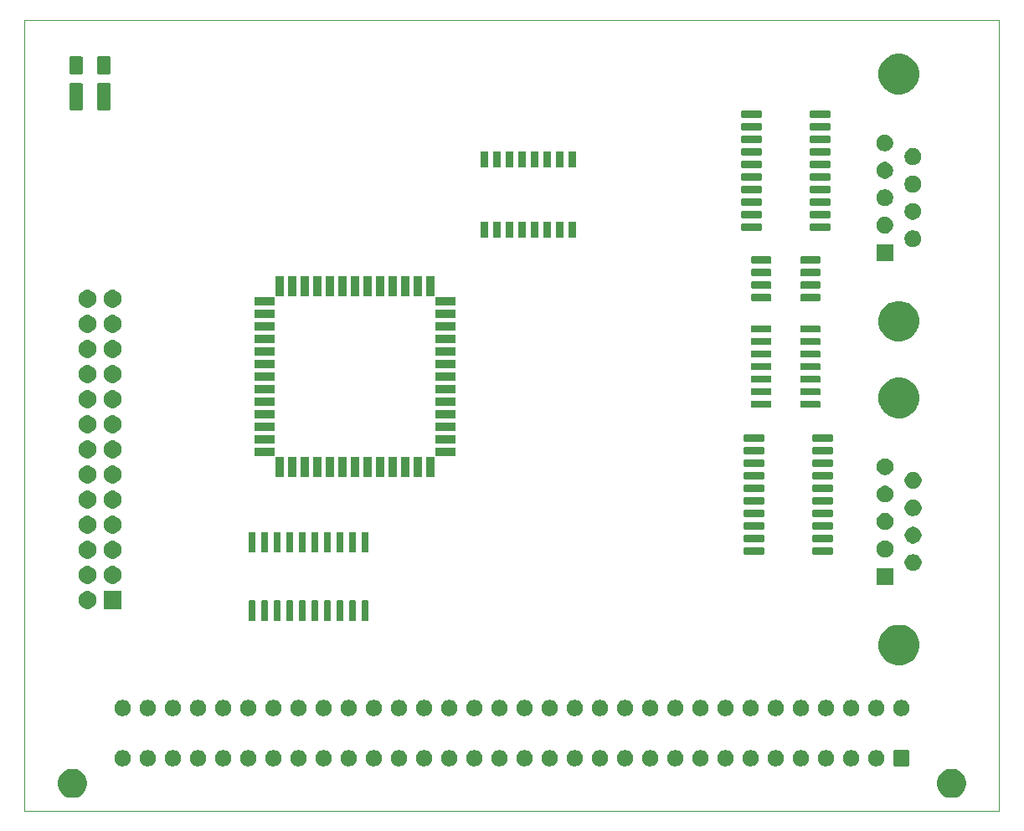
<source format=gbr>
G04 #@! TF.GenerationSoftware,KiCad,Pcbnew,5.1.5+dfsg1-2build2*
G04 #@! TF.CreationDate,2021-07-30T22:42:47+01:00*
G04 #@! TF.ProjectId,Printer+Sticks,5072696e-7465-4722-9b53-7469636b732e,rev?*
G04 #@! TF.SameCoordinates,Original*
G04 #@! TF.FileFunction,Soldermask,Top*
G04 #@! TF.FilePolarity,Negative*
%FSLAX46Y46*%
G04 Gerber Fmt 4.6, Leading zero omitted, Abs format (unit mm)*
G04 Created by KiCad (PCBNEW 5.1.5+dfsg1-2build2) date 2021-07-30 22:42:47*
%MOMM*%
%LPD*%
G04 APERTURE LIST*
%ADD10C,0.050000*%
%ADD11C,0.100000*%
G04 APERTURE END LIST*
D10*
X155448000Y-109982000D02*
X155448000Y-189992000D01*
X56896000Y-109982000D02*
X155448000Y-109982000D01*
X56896000Y-189992000D02*
X56896000Y-109982000D01*
X155448000Y-189992000D02*
X56896000Y-189992000D01*
D11*
G36*
X151052532Y-185778721D02*
G01*
X151321147Y-185889985D01*
X151562895Y-186051516D01*
X151768484Y-186257105D01*
X151930015Y-186498853D01*
X152041279Y-186767468D01*
X152098000Y-187052625D01*
X152098000Y-187343375D01*
X152041279Y-187628532D01*
X151930015Y-187897147D01*
X151768484Y-188138895D01*
X151562895Y-188344484D01*
X151321147Y-188506015D01*
X151052532Y-188617279D01*
X150767375Y-188674000D01*
X150476625Y-188674000D01*
X150191468Y-188617279D01*
X149922853Y-188506015D01*
X149681105Y-188344484D01*
X149475516Y-188138895D01*
X149313985Y-187897147D01*
X149202721Y-187628532D01*
X149146000Y-187343375D01*
X149146000Y-187052625D01*
X149202721Y-186767468D01*
X149313985Y-186498853D01*
X149475516Y-186257105D01*
X149681105Y-186051516D01*
X149922853Y-185889985D01*
X150191468Y-185778721D01*
X150476625Y-185722000D01*
X150767375Y-185722000D01*
X151052532Y-185778721D01*
G37*
G36*
X62152532Y-185778721D02*
G01*
X62421147Y-185889985D01*
X62662895Y-186051516D01*
X62868484Y-186257105D01*
X63030015Y-186498853D01*
X63141279Y-186767468D01*
X63198000Y-187052625D01*
X63198000Y-187343375D01*
X63141279Y-187628532D01*
X63030015Y-187897147D01*
X62868484Y-188138895D01*
X62662895Y-188344484D01*
X62421147Y-188506015D01*
X62152532Y-188617279D01*
X61867375Y-188674000D01*
X61576625Y-188674000D01*
X61291468Y-188617279D01*
X61022853Y-188506015D01*
X60781105Y-188344484D01*
X60575516Y-188138895D01*
X60413985Y-187897147D01*
X60302721Y-187628532D01*
X60246000Y-187343375D01*
X60246000Y-187052625D01*
X60302721Y-186767468D01*
X60413985Y-186498853D01*
X60575516Y-186257105D01*
X60781105Y-186051516D01*
X61022853Y-185889985D01*
X61291468Y-185778721D01*
X61576625Y-185722000D01*
X61867375Y-185722000D01*
X62152532Y-185778721D01*
G37*
G36*
X79742935Y-183863742D02*
G01*
X79893258Y-183926008D01*
X80028545Y-184016404D01*
X80143596Y-184131455D01*
X80233992Y-184266742D01*
X80296258Y-184417065D01*
X80328000Y-184576646D01*
X80328000Y-184739354D01*
X80296258Y-184898935D01*
X80233992Y-185049258D01*
X80143596Y-185184545D01*
X80028545Y-185299596D01*
X79893258Y-185389992D01*
X79742935Y-185452258D01*
X79583354Y-185484000D01*
X79420646Y-185484000D01*
X79261065Y-185452258D01*
X79110742Y-185389992D01*
X78975455Y-185299596D01*
X78860404Y-185184545D01*
X78770008Y-185049258D01*
X78707742Y-184898935D01*
X78676000Y-184739354D01*
X78676000Y-184576646D01*
X78707742Y-184417065D01*
X78770008Y-184266742D01*
X78860404Y-184131455D01*
X78975455Y-184016404D01*
X79110742Y-183926008D01*
X79261065Y-183863742D01*
X79420646Y-183832000D01*
X79583354Y-183832000D01*
X79742935Y-183863742D01*
G37*
G36*
X100062935Y-183863742D02*
G01*
X100213258Y-183926008D01*
X100348545Y-184016404D01*
X100463596Y-184131455D01*
X100553992Y-184266742D01*
X100616258Y-184417065D01*
X100648000Y-184576646D01*
X100648000Y-184739354D01*
X100616258Y-184898935D01*
X100553992Y-185049258D01*
X100463596Y-185184545D01*
X100348545Y-185299596D01*
X100213258Y-185389992D01*
X100062935Y-185452258D01*
X99903354Y-185484000D01*
X99740646Y-185484000D01*
X99581065Y-185452258D01*
X99430742Y-185389992D01*
X99295455Y-185299596D01*
X99180404Y-185184545D01*
X99090008Y-185049258D01*
X99027742Y-184898935D01*
X98996000Y-184739354D01*
X98996000Y-184576646D01*
X99027742Y-184417065D01*
X99090008Y-184266742D01*
X99180404Y-184131455D01*
X99295455Y-184016404D01*
X99430742Y-183926008D01*
X99581065Y-183863742D01*
X99740646Y-183832000D01*
X99903354Y-183832000D01*
X100062935Y-183863742D01*
G37*
G36*
X97522935Y-183863742D02*
G01*
X97673258Y-183926008D01*
X97808545Y-184016404D01*
X97923596Y-184131455D01*
X98013992Y-184266742D01*
X98076258Y-184417065D01*
X98108000Y-184576646D01*
X98108000Y-184739354D01*
X98076258Y-184898935D01*
X98013992Y-185049258D01*
X97923596Y-185184545D01*
X97808545Y-185299596D01*
X97673258Y-185389992D01*
X97522935Y-185452258D01*
X97363354Y-185484000D01*
X97200646Y-185484000D01*
X97041065Y-185452258D01*
X96890742Y-185389992D01*
X96755455Y-185299596D01*
X96640404Y-185184545D01*
X96550008Y-185049258D01*
X96487742Y-184898935D01*
X96456000Y-184739354D01*
X96456000Y-184576646D01*
X96487742Y-184417065D01*
X96550008Y-184266742D01*
X96640404Y-184131455D01*
X96755455Y-184016404D01*
X96890742Y-183926008D01*
X97041065Y-183863742D01*
X97200646Y-183832000D01*
X97363354Y-183832000D01*
X97522935Y-183863742D01*
G37*
G36*
X94982935Y-183863742D02*
G01*
X95133258Y-183926008D01*
X95268545Y-184016404D01*
X95383596Y-184131455D01*
X95473992Y-184266742D01*
X95536258Y-184417065D01*
X95568000Y-184576646D01*
X95568000Y-184739354D01*
X95536258Y-184898935D01*
X95473992Y-185049258D01*
X95383596Y-185184545D01*
X95268545Y-185299596D01*
X95133258Y-185389992D01*
X94982935Y-185452258D01*
X94823354Y-185484000D01*
X94660646Y-185484000D01*
X94501065Y-185452258D01*
X94350742Y-185389992D01*
X94215455Y-185299596D01*
X94100404Y-185184545D01*
X94010008Y-185049258D01*
X93947742Y-184898935D01*
X93916000Y-184739354D01*
X93916000Y-184576646D01*
X93947742Y-184417065D01*
X94010008Y-184266742D01*
X94100404Y-184131455D01*
X94215455Y-184016404D01*
X94350742Y-183926008D01*
X94501065Y-183863742D01*
X94660646Y-183832000D01*
X94823354Y-183832000D01*
X94982935Y-183863742D01*
G37*
G36*
X92442935Y-183863742D02*
G01*
X92593258Y-183926008D01*
X92728545Y-184016404D01*
X92843596Y-184131455D01*
X92933992Y-184266742D01*
X92996258Y-184417065D01*
X93028000Y-184576646D01*
X93028000Y-184739354D01*
X92996258Y-184898935D01*
X92933992Y-185049258D01*
X92843596Y-185184545D01*
X92728545Y-185299596D01*
X92593258Y-185389992D01*
X92442935Y-185452258D01*
X92283354Y-185484000D01*
X92120646Y-185484000D01*
X91961065Y-185452258D01*
X91810742Y-185389992D01*
X91675455Y-185299596D01*
X91560404Y-185184545D01*
X91470008Y-185049258D01*
X91407742Y-184898935D01*
X91376000Y-184739354D01*
X91376000Y-184576646D01*
X91407742Y-184417065D01*
X91470008Y-184266742D01*
X91560404Y-184131455D01*
X91675455Y-184016404D01*
X91810742Y-183926008D01*
X91961065Y-183863742D01*
X92120646Y-183832000D01*
X92283354Y-183832000D01*
X92442935Y-183863742D01*
G37*
G36*
X89902935Y-183863742D02*
G01*
X90053258Y-183926008D01*
X90188545Y-184016404D01*
X90303596Y-184131455D01*
X90393992Y-184266742D01*
X90456258Y-184417065D01*
X90488000Y-184576646D01*
X90488000Y-184739354D01*
X90456258Y-184898935D01*
X90393992Y-185049258D01*
X90303596Y-185184545D01*
X90188545Y-185299596D01*
X90053258Y-185389992D01*
X89902935Y-185452258D01*
X89743354Y-185484000D01*
X89580646Y-185484000D01*
X89421065Y-185452258D01*
X89270742Y-185389992D01*
X89135455Y-185299596D01*
X89020404Y-185184545D01*
X88930008Y-185049258D01*
X88867742Y-184898935D01*
X88836000Y-184739354D01*
X88836000Y-184576646D01*
X88867742Y-184417065D01*
X88930008Y-184266742D01*
X89020404Y-184131455D01*
X89135455Y-184016404D01*
X89270742Y-183926008D01*
X89421065Y-183863742D01*
X89580646Y-183832000D01*
X89743354Y-183832000D01*
X89902935Y-183863742D01*
G37*
G36*
X87362935Y-183863742D02*
G01*
X87513258Y-183926008D01*
X87648545Y-184016404D01*
X87763596Y-184131455D01*
X87853992Y-184266742D01*
X87916258Y-184417065D01*
X87948000Y-184576646D01*
X87948000Y-184739354D01*
X87916258Y-184898935D01*
X87853992Y-185049258D01*
X87763596Y-185184545D01*
X87648545Y-185299596D01*
X87513258Y-185389992D01*
X87362935Y-185452258D01*
X87203354Y-185484000D01*
X87040646Y-185484000D01*
X86881065Y-185452258D01*
X86730742Y-185389992D01*
X86595455Y-185299596D01*
X86480404Y-185184545D01*
X86390008Y-185049258D01*
X86327742Y-184898935D01*
X86296000Y-184739354D01*
X86296000Y-184576646D01*
X86327742Y-184417065D01*
X86390008Y-184266742D01*
X86480404Y-184131455D01*
X86595455Y-184016404D01*
X86730742Y-183926008D01*
X86881065Y-183863742D01*
X87040646Y-183832000D01*
X87203354Y-183832000D01*
X87362935Y-183863742D01*
G37*
G36*
X84822935Y-183863742D02*
G01*
X84973258Y-183926008D01*
X85108545Y-184016404D01*
X85223596Y-184131455D01*
X85313992Y-184266742D01*
X85376258Y-184417065D01*
X85408000Y-184576646D01*
X85408000Y-184739354D01*
X85376258Y-184898935D01*
X85313992Y-185049258D01*
X85223596Y-185184545D01*
X85108545Y-185299596D01*
X84973258Y-185389992D01*
X84822935Y-185452258D01*
X84663354Y-185484000D01*
X84500646Y-185484000D01*
X84341065Y-185452258D01*
X84190742Y-185389992D01*
X84055455Y-185299596D01*
X83940404Y-185184545D01*
X83850008Y-185049258D01*
X83787742Y-184898935D01*
X83756000Y-184739354D01*
X83756000Y-184576646D01*
X83787742Y-184417065D01*
X83850008Y-184266742D01*
X83940404Y-184131455D01*
X84055455Y-184016404D01*
X84190742Y-183926008D01*
X84341065Y-183863742D01*
X84500646Y-183832000D01*
X84663354Y-183832000D01*
X84822935Y-183863742D01*
G37*
G36*
X82282935Y-183863742D02*
G01*
X82433258Y-183926008D01*
X82568545Y-184016404D01*
X82683596Y-184131455D01*
X82773992Y-184266742D01*
X82836258Y-184417065D01*
X82868000Y-184576646D01*
X82868000Y-184739354D01*
X82836258Y-184898935D01*
X82773992Y-185049258D01*
X82683596Y-185184545D01*
X82568545Y-185299596D01*
X82433258Y-185389992D01*
X82282935Y-185452258D01*
X82123354Y-185484000D01*
X81960646Y-185484000D01*
X81801065Y-185452258D01*
X81650742Y-185389992D01*
X81515455Y-185299596D01*
X81400404Y-185184545D01*
X81310008Y-185049258D01*
X81247742Y-184898935D01*
X81216000Y-184739354D01*
X81216000Y-184576646D01*
X81247742Y-184417065D01*
X81310008Y-184266742D01*
X81400404Y-184131455D01*
X81515455Y-184016404D01*
X81650742Y-183926008D01*
X81801065Y-183863742D01*
X81960646Y-183832000D01*
X82123354Y-183832000D01*
X82282935Y-183863742D01*
G37*
G36*
X143242935Y-183863742D02*
G01*
X143393258Y-183926008D01*
X143528545Y-184016404D01*
X143643596Y-184131455D01*
X143733992Y-184266742D01*
X143796258Y-184417065D01*
X143828000Y-184576646D01*
X143828000Y-184739354D01*
X143796258Y-184898935D01*
X143733992Y-185049258D01*
X143643596Y-185184545D01*
X143528545Y-185299596D01*
X143393258Y-185389992D01*
X143242935Y-185452258D01*
X143083354Y-185484000D01*
X142920646Y-185484000D01*
X142761065Y-185452258D01*
X142610742Y-185389992D01*
X142475455Y-185299596D01*
X142360404Y-185184545D01*
X142270008Y-185049258D01*
X142207742Y-184898935D01*
X142176000Y-184739354D01*
X142176000Y-184576646D01*
X142207742Y-184417065D01*
X142270008Y-184266742D01*
X142360404Y-184131455D01*
X142475455Y-184016404D01*
X142610742Y-183926008D01*
X142761065Y-183863742D01*
X142920646Y-183832000D01*
X143083354Y-183832000D01*
X143242935Y-183863742D01*
G37*
G36*
X77202935Y-183863742D02*
G01*
X77353258Y-183926008D01*
X77488545Y-184016404D01*
X77603596Y-184131455D01*
X77693992Y-184266742D01*
X77756258Y-184417065D01*
X77788000Y-184576646D01*
X77788000Y-184739354D01*
X77756258Y-184898935D01*
X77693992Y-185049258D01*
X77603596Y-185184545D01*
X77488545Y-185299596D01*
X77353258Y-185389992D01*
X77202935Y-185452258D01*
X77043354Y-185484000D01*
X76880646Y-185484000D01*
X76721065Y-185452258D01*
X76570742Y-185389992D01*
X76435455Y-185299596D01*
X76320404Y-185184545D01*
X76230008Y-185049258D01*
X76167742Y-184898935D01*
X76136000Y-184739354D01*
X76136000Y-184576646D01*
X76167742Y-184417065D01*
X76230008Y-184266742D01*
X76320404Y-184131455D01*
X76435455Y-184016404D01*
X76570742Y-183926008D01*
X76721065Y-183863742D01*
X76880646Y-183832000D01*
X77043354Y-183832000D01*
X77202935Y-183863742D01*
G37*
G36*
X74662935Y-183863742D02*
G01*
X74813258Y-183926008D01*
X74948545Y-184016404D01*
X75063596Y-184131455D01*
X75153992Y-184266742D01*
X75216258Y-184417065D01*
X75248000Y-184576646D01*
X75248000Y-184739354D01*
X75216258Y-184898935D01*
X75153992Y-185049258D01*
X75063596Y-185184545D01*
X74948545Y-185299596D01*
X74813258Y-185389992D01*
X74662935Y-185452258D01*
X74503354Y-185484000D01*
X74340646Y-185484000D01*
X74181065Y-185452258D01*
X74030742Y-185389992D01*
X73895455Y-185299596D01*
X73780404Y-185184545D01*
X73690008Y-185049258D01*
X73627742Y-184898935D01*
X73596000Y-184739354D01*
X73596000Y-184576646D01*
X73627742Y-184417065D01*
X73690008Y-184266742D01*
X73780404Y-184131455D01*
X73895455Y-184016404D01*
X74030742Y-183926008D01*
X74181065Y-183863742D01*
X74340646Y-183832000D01*
X74503354Y-183832000D01*
X74662935Y-183863742D01*
G37*
G36*
X72122935Y-183863742D02*
G01*
X72273258Y-183926008D01*
X72408545Y-184016404D01*
X72523596Y-184131455D01*
X72613992Y-184266742D01*
X72676258Y-184417065D01*
X72708000Y-184576646D01*
X72708000Y-184739354D01*
X72676258Y-184898935D01*
X72613992Y-185049258D01*
X72523596Y-185184545D01*
X72408545Y-185299596D01*
X72273258Y-185389992D01*
X72122935Y-185452258D01*
X71963354Y-185484000D01*
X71800646Y-185484000D01*
X71641065Y-185452258D01*
X71490742Y-185389992D01*
X71355455Y-185299596D01*
X71240404Y-185184545D01*
X71150008Y-185049258D01*
X71087742Y-184898935D01*
X71056000Y-184739354D01*
X71056000Y-184576646D01*
X71087742Y-184417065D01*
X71150008Y-184266742D01*
X71240404Y-184131455D01*
X71355455Y-184016404D01*
X71490742Y-183926008D01*
X71641065Y-183863742D01*
X71800646Y-183832000D01*
X71963354Y-183832000D01*
X72122935Y-183863742D01*
G37*
G36*
X69582935Y-183863742D02*
G01*
X69733258Y-183926008D01*
X69868545Y-184016404D01*
X69983596Y-184131455D01*
X70073992Y-184266742D01*
X70136258Y-184417065D01*
X70168000Y-184576646D01*
X70168000Y-184739354D01*
X70136258Y-184898935D01*
X70073992Y-185049258D01*
X69983596Y-185184545D01*
X69868545Y-185299596D01*
X69733258Y-185389992D01*
X69582935Y-185452258D01*
X69423354Y-185484000D01*
X69260646Y-185484000D01*
X69101065Y-185452258D01*
X68950742Y-185389992D01*
X68815455Y-185299596D01*
X68700404Y-185184545D01*
X68610008Y-185049258D01*
X68547742Y-184898935D01*
X68516000Y-184739354D01*
X68516000Y-184576646D01*
X68547742Y-184417065D01*
X68610008Y-184266742D01*
X68700404Y-184131455D01*
X68815455Y-184016404D01*
X68950742Y-183926008D01*
X69101065Y-183863742D01*
X69260646Y-183832000D01*
X69423354Y-183832000D01*
X69582935Y-183863742D01*
G37*
G36*
X67042935Y-183863742D02*
G01*
X67193258Y-183926008D01*
X67328545Y-184016404D01*
X67443596Y-184131455D01*
X67533992Y-184266742D01*
X67596258Y-184417065D01*
X67628000Y-184576646D01*
X67628000Y-184739354D01*
X67596258Y-184898935D01*
X67533992Y-185049258D01*
X67443596Y-185184545D01*
X67328545Y-185299596D01*
X67193258Y-185389992D01*
X67042935Y-185452258D01*
X66883354Y-185484000D01*
X66720646Y-185484000D01*
X66561065Y-185452258D01*
X66410742Y-185389992D01*
X66275455Y-185299596D01*
X66160404Y-185184545D01*
X66070008Y-185049258D01*
X66007742Y-184898935D01*
X65976000Y-184739354D01*
X65976000Y-184576646D01*
X66007742Y-184417065D01*
X66070008Y-184266742D01*
X66160404Y-184131455D01*
X66275455Y-184016404D01*
X66410742Y-183926008D01*
X66561065Y-183863742D01*
X66720646Y-183832000D01*
X66883354Y-183832000D01*
X67042935Y-183863742D01*
G37*
G36*
X146221568Y-183836086D02*
G01*
X146255560Y-183846397D01*
X146286877Y-183863137D01*
X146314332Y-183885668D01*
X146336863Y-183913123D01*
X146353603Y-183944440D01*
X146363914Y-183978432D01*
X146368000Y-184019915D01*
X146368000Y-185296085D01*
X146363914Y-185337568D01*
X146353603Y-185371560D01*
X146336863Y-185402877D01*
X146314332Y-185430332D01*
X146286877Y-185452863D01*
X146255560Y-185469603D01*
X146221568Y-185479914D01*
X146180085Y-185484000D01*
X144903915Y-185484000D01*
X144862432Y-185479914D01*
X144828440Y-185469603D01*
X144797123Y-185452863D01*
X144769668Y-185430332D01*
X144747137Y-185402877D01*
X144730397Y-185371560D01*
X144720086Y-185337568D01*
X144716000Y-185296085D01*
X144716000Y-184019915D01*
X144720086Y-183978432D01*
X144730397Y-183944440D01*
X144747137Y-183913123D01*
X144769668Y-183885668D01*
X144797123Y-183863137D01*
X144828440Y-183846397D01*
X144862432Y-183836086D01*
X144903915Y-183832000D01*
X146180085Y-183832000D01*
X146221568Y-183836086D01*
G37*
G36*
X105142935Y-183863742D02*
G01*
X105293258Y-183926008D01*
X105428545Y-184016404D01*
X105543596Y-184131455D01*
X105633992Y-184266742D01*
X105696258Y-184417065D01*
X105728000Y-184576646D01*
X105728000Y-184739354D01*
X105696258Y-184898935D01*
X105633992Y-185049258D01*
X105543596Y-185184545D01*
X105428545Y-185299596D01*
X105293258Y-185389992D01*
X105142935Y-185452258D01*
X104983354Y-185484000D01*
X104820646Y-185484000D01*
X104661065Y-185452258D01*
X104510742Y-185389992D01*
X104375455Y-185299596D01*
X104260404Y-185184545D01*
X104170008Y-185049258D01*
X104107742Y-184898935D01*
X104076000Y-184739354D01*
X104076000Y-184576646D01*
X104107742Y-184417065D01*
X104170008Y-184266742D01*
X104260404Y-184131455D01*
X104375455Y-184016404D01*
X104510742Y-183926008D01*
X104661065Y-183863742D01*
X104820646Y-183832000D01*
X104983354Y-183832000D01*
X105142935Y-183863742D01*
G37*
G36*
X107682935Y-183863742D02*
G01*
X107833258Y-183926008D01*
X107968545Y-184016404D01*
X108083596Y-184131455D01*
X108173992Y-184266742D01*
X108236258Y-184417065D01*
X108268000Y-184576646D01*
X108268000Y-184739354D01*
X108236258Y-184898935D01*
X108173992Y-185049258D01*
X108083596Y-185184545D01*
X107968545Y-185299596D01*
X107833258Y-185389992D01*
X107682935Y-185452258D01*
X107523354Y-185484000D01*
X107360646Y-185484000D01*
X107201065Y-185452258D01*
X107050742Y-185389992D01*
X106915455Y-185299596D01*
X106800404Y-185184545D01*
X106710008Y-185049258D01*
X106647742Y-184898935D01*
X106616000Y-184739354D01*
X106616000Y-184576646D01*
X106647742Y-184417065D01*
X106710008Y-184266742D01*
X106800404Y-184131455D01*
X106915455Y-184016404D01*
X107050742Y-183926008D01*
X107201065Y-183863742D01*
X107360646Y-183832000D01*
X107523354Y-183832000D01*
X107682935Y-183863742D01*
G37*
G36*
X102602935Y-183863742D02*
G01*
X102753258Y-183926008D01*
X102888545Y-184016404D01*
X103003596Y-184131455D01*
X103093992Y-184266742D01*
X103156258Y-184417065D01*
X103188000Y-184576646D01*
X103188000Y-184739354D01*
X103156258Y-184898935D01*
X103093992Y-185049258D01*
X103003596Y-185184545D01*
X102888545Y-185299596D01*
X102753258Y-185389992D01*
X102602935Y-185452258D01*
X102443354Y-185484000D01*
X102280646Y-185484000D01*
X102121065Y-185452258D01*
X101970742Y-185389992D01*
X101835455Y-185299596D01*
X101720404Y-185184545D01*
X101630008Y-185049258D01*
X101567742Y-184898935D01*
X101536000Y-184739354D01*
X101536000Y-184576646D01*
X101567742Y-184417065D01*
X101630008Y-184266742D01*
X101720404Y-184131455D01*
X101835455Y-184016404D01*
X101970742Y-183926008D01*
X102121065Y-183863742D01*
X102280646Y-183832000D01*
X102443354Y-183832000D01*
X102602935Y-183863742D01*
G37*
G36*
X140702935Y-183863742D02*
G01*
X140853258Y-183926008D01*
X140988545Y-184016404D01*
X141103596Y-184131455D01*
X141193992Y-184266742D01*
X141256258Y-184417065D01*
X141288000Y-184576646D01*
X141288000Y-184739354D01*
X141256258Y-184898935D01*
X141193992Y-185049258D01*
X141103596Y-185184545D01*
X140988545Y-185299596D01*
X140853258Y-185389992D01*
X140702935Y-185452258D01*
X140543354Y-185484000D01*
X140380646Y-185484000D01*
X140221065Y-185452258D01*
X140070742Y-185389992D01*
X139935455Y-185299596D01*
X139820404Y-185184545D01*
X139730008Y-185049258D01*
X139667742Y-184898935D01*
X139636000Y-184739354D01*
X139636000Y-184576646D01*
X139667742Y-184417065D01*
X139730008Y-184266742D01*
X139820404Y-184131455D01*
X139935455Y-184016404D01*
X140070742Y-183926008D01*
X140221065Y-183863742D01*
X140380646Y-183832000D01*
X140543354Y-183832000D01*
X140702935Y-183863742D01*
G37*
G36*
X138162935Y-183863742D02*
G01*
X138313258Y-183926008D01*
X138448545Y-184016404D01*
X138563596Y-184131455D01*
X138653992Y-184266742D01*
X138716258Y-184417065D01*
X138748000Y-184576646D01*
X138748000Y-184739354D01*
X138716258Y-184898935D01*
X138653992Y-185049258D01*
X138563596Y-185184545D01*
X138448545Y-185299596D01*
X138313258Y-185389992D01*
X138162935Y-185452258D01*
X138003354Y-185484000D01*
X137840646Y-185484000D01*
X137681065Y-185452258D01*
X137530742Y-185389992D01*
X137395455Y-185299596D01*
X137280404Y-185184545D01*
X137190008Y-185049258D01*
X137127742Y-184898935D01*
X137096000Y-184739354D01*
X137096000Y-184576646D01*
X137127742Y-184417065D01*
X137190008Y-184266742D01*
X137280404Y-184131455D01*
X137395455Y-184016404D01*
X137530742Y-183926008D01*
X137681065Y-183863742D01*
X137840646Y-183832000D01*
X138003354Y-183832000D01*
X138162935Y-183863742D01*
G37*
G36*
X135622935Y-183863742D02*
G01*
X135773258Y-183926008D01*
X135908545Y-184016404D01*
X136023596Y-184131455D01*
X136113992Y-184266742D01*
X136176258Y-184417065D01*
X136208000Y-184576646D01*
X136208000Y-184739354D01*
X136176258Y-184898935D01*
X136113992Y-185049258D01*
X136023596Y-185184545D01*
X135908545Y-185299596D01*
X135773258Y-185389992D01*
X135622935Y-185452258D01*
X135463354Y-185484000D01*
X135300646Y-185484000D01*
X135141065Y-185452258D01*
X134990742Y-185389992D01*
X134855455Y-185299596D01*
X134740404Y-185184545D01*
X134650008Y-185049258D01*
X134587742Y-184898935D01*
X134556000Y-184739354D01*
X134556000Y-184576646D01*
X134587742Y-184417065D01*
X134650008Y-184266742D01*
X134740404Y-184131455D01*
X134855455Y-184016404D01*
X134990742Y-183926008D01*
X135141065Y-183863742D01*
X135300646Y-183832000D01*
X135463354Y-183832000D01*
X135622935Y-183863742D01*
G37*
G36*
X133082935Y-183863742D02*
G01*
X133233258Y-183926008D01*
X133368545Y-184016404D01*
X133483596Y-184131455D01*
X133573992Y-184266742D01*
X133636258Y-184417065D01*
X133668000Y-184576646D01*
X133668000Y-184739354D01*
X133636258Y-184898935D01*
X133573992Y-185049258D01*
X133483596Y-185184545D01*
X133368545Y-185299596D01*
X133233258Y-185389992D01*
X133082935Y-185452258D01*
X132923354Y-185484000D01*
X132760646Y-185484000D01*
X132601065Y-185452258D01*
X132450742Y-185389992D01*
X132315455Y-185299596D01*
X132200404Y-185184545D01*
X132110008Y-185049258D01*
X132047742Y-184898935D01*
X132016000Y-184739354D01*
X132016000Y-184576646D01*
X132047742Y-184417065D01*
X132110008Y-184266742D01*
X132200404Y-184131455D01*
X132315455Y-184016404D01*
X132450742Y-183926008D01*
X132601065Y-183863742D01*
X132760646Y-183832000D01*
X132923354Y-183832000D01*
X133082935Y-183863742D01*
G37*
G36*
X130542935Y-183863742D02*
G01*
X130693258Y-183926008D01*
X130828545Y-184016404D01*
X130943596Y-184131455D01*
X131033992Y-184266742D01*
X131096258Y-184417065D01*
X131128000Y-184576646D01*
X131128000Y-184739354D01*
X131096258Y-184898935D01*
X131033992Y-185049258D01*
X130943596Y-185184545D01*
X130828545Y-185299596D01*
X130693258Y-185389992D01*
X130542935Y-185452258D01*
X130383354Y-185484000D01*
X130220646Y-185484000D01*
X130061065Y-185452258D01*
X129910742Y-185389992D01*
X129775455Y-185299596D01*
X129660404Y-185184545D01*
X129570008Y-185049258D01*
X129507742Y-184898935D01*
X129476000Y-184739354D01*
X129476000Y-184576646D01*
X129507742Y-184417065D01*
X129570008Y-184266742D01*
X129660404Y-184131455D01*
X129775455Y-184016404D01*
X129910742Y-183926008D01*
X130061065Y-183863742D01*
X130220646Y-183832000D01*
X130383354Y-183832000D01*
X130542935Y-183863742D01*
G37*
G36*
X128002935Y-183863742D02*
G01*
X128153258Y-183926008D01*
X128288545Y-184016404D01*
X128403596Y-184131455D01*
X128493992Y-184266742D01*
X128556258Y-184417065D01*
X128588000Y-184576646D01*
X128588000Y-184739354D01*
X128556258Y-184898935D01*
X128493992Y-185049258D01*
X128403596Y-185184545D01*
X128288545Y-185299596D01*
X128153258Y-185389992D01*
X128002935Y-185452258D01*
X127843354Y-185484000D01*
X127680646Y-185484000D01*
X127521065Y-185452258D01*
X127370742Y-185389992D01*
X127235455Y-185299596D01*
X127120404Y-185184545D01*
X127030008Y-185049258D01*
X126967742Y-184898935D01*
X126936000Y-184739354D01*
X126936000Y-184576646D01*
X126967742Y-184417065D01*
X127030008Y-184266742D01*
X127120404Y-184131455D01*
X127235455Y-184016404D01*
X127370742Y-183926008D01*
X127521065Y-183863742D01*
X127680646Y-183832000D01*
X127843354Y-183832000D01*
X128002935Y-183863742D01*
G37*
G36*
X125462935Y-183863742D02*
G01*
X125613258Y-183926008D01*
X125748545Y-184016404D01*
X125863596Y-184131455D01*
X125953992Y-184266742D01*
X126016258Y-184417065D01*
X126048000Y-184576646D01*
X126048000Y-184739354D01*
X126016258Y-184898935D01*
X125953992Y-185049258D01*
X125863596Y-185184545D01*
X125748545Y-185299596D01*
X125613258Y-185389992D01*
X125462935Y-185452258D01*
X125303354Y-185484000D01*
X125140646Y-185484000D01*
X124981065Y-185452258D01*
X124830742Y-185389992D01*
X124695455Y-185299596D01*
X124580404Y-185184545D01*
X124490008Y-185049258D01*
X124427742Y-184898935D01*
X124396000Y-184739354D01*
X124396000Y-184576646D01*
X124427742Y-184417065D01*
X124490008Y-184266742D01*
X124580404Y-184131455D01*
X124695455Y-184016404D01*
X124830742Y-183926008D01*
X124981065Y-183863742D01*
X125140646Y-183832000D01*
X125303354Y-183832000D01*
X125462935Y-183863742D01*
G37*
G36*
X122922935Y-183863742D02*
G01*
X123073258Y-183926008D01*
X123208545Y-184016404D01*
X123323596Y-184131455D01*
X123413992Y-184266742D01*
X123476258Y-184417065D01*
X123508000Y-184576646D01*
X123508000Y-184739354D01*
X123476258Y-184898935D01*
X123413992Y-185049258D01*
X123323596Y-185184545D01*
X123208545Y-185299596D01*
X123073258Y-185389992D01*
X122922935Y-185452258D01*
X122763354Y-185484000D01*
X122600646Y-185484000D01*
X122441065Y-185452258D01*
X122290742Y-185389992D01*
X122155455Y-185299596D01*
X122040404Y-185184545D01*
X121950008Y-185049258D01*
X121887742Y-184898935D01*
X121856000Y-184739354D01*
X121856000Y-184576646D01*
X121887742Y-184417065D01*
X121950008Y-184266742D01*
X122040404Y-184131455D01*
X122155455Y-184016404D01*
X122290742Y-183926008D01*
X122441065Y-183863742D01*
X122600646Y-183832000D01*
X122763354Y-183832000D01*
X122922935Y-183863742D01*
G37*
G36*
X120382935Y-183863742D02*
G01*
X120533258Y-183926008D01*
X120668545Y-184016404D01*
X120783596Y-184131455D01*
X120873992Y-184266742D01*
X120936258Y-184417065D01*
X120968000Y-184576646D01*
X120968000Y-184739354D01*
X120936258Y-184898935D01*
X120873992Y-185049258D01*
X120783596Y-185184545D01*
X120668545Y-185299596D01*
X120533258Y-185389992D01*
X120382935Y-185452258D01*
X120223354Y-185484000D01*
X120060646Y-185484000D01*
X119901065Y-185452258D01*
X119750742Y-185389992D01*
X119615455Y-185299596D01*
X119500404Y-185184545D01*
X119410008Y-185049258D01*
X119347742Y-184898935D01*
X119316000Y-184739354D01*
X119316000Y-184576646D01*
X119347742Y-184417065D01*
X119410008Y-184266742D01*
X119500404Y-184131455D01*
X119615455Y-184016404D01*
X119750742Y-183926008D01*
X119901065Y-183863742D01*
X120060646Y-183832000D01*
X120223354Y-183832000D01*
X120382935Y-183863742D01*
G37*
G36*
X117842935Y-183863742D02*
G01*
X117993258Y-183926008D01*
X118128545Y-184016404D01*
X118243596Y-184131455D01*
X118333992Y-184266742D01*
X118396258Y-184417065D01*
X118428000Y-184576646D01*
X118428000Y-184739354D01*
X118396258Y-184898935D01*
X118333992Y-185049258D01*
X118243596Y-185184545D01*
X118128545Y-185299596D01*
X117993258Y-185389992D01*
X117842935Y-185452258D01*
X117683354Y-185484000D01*
X117520646Y-185484000D01*
X117361065Y-185452258D01*
X117210742Y-185389992D01*
X117075455Y-185299596D01*
X116960404Y-185184545D01*
X116870008Y-185049258D01*
X116807742Y-184898935D01*
X116776000Y-184739354D01*
X116776000Y-184576646D01*
X116807742Y-184417065D01*
X116870008Y-184266742D01*
X116960404Y-184131455D01*
X117075455Y-184016404D01*
X117210742Y-183926008D01*
X117361065Y-183863742D01*
X117520646Y-183832000D01*
X117683354Y-183832000D01*
X117842935Y-183863742D01*
G37*
G36*
X115302935Y-183863742D02*
G01*
X115453258Y-183926008D01*
X115588545Y-184016404D01*
X115703596Y-184131455D01*
X115793992Y-184266742D01*
X115856258Y-184417065D01*
X115888000Y-184576646D01*
X115888000Y-184739354D01*
X115856258Y-184898935D01*
X115793992Y-185049258D01*
X115703596Y-185184545D01*
X115588545Y-185299596D01*
X115453258Y-185389992D01*
X115302935Y-185452258D01*
X115143354Y-185484000D01*
X114980646Y-185484000D01*
X114821065Y-185452258D01*
X114670742Y-185389992D01*
X114535455Y-185299596D01*
X114420404Y-185184545D01*
X114330008Y-185049258D01*
X114267742Y-184898935D01*
X114236000Y-184739354D01*
X114236000Y-184576646D01*
X114267742Y-184417065D01*
X114330008Y-184266742D01*
X114420404Y-184131455D01*
X114535455Y-184016404D01*
X114670742Y-183926008D01*
X114821065Y-183863742D01*
X114980646Y-183832000D01*
X115143354Y-183832000D01*
X115302935Y-183863742D01*
G37*
G36*
X112762935Y-183863742D02*
G01*
X112913258Y-183926008D01*
X113048545Y-184016404D01*
X113163596Y-184131455D01*
X113253992Y-184266742D01*
X113316258Y-184417065D01*
X113348000Y-184576646D01*
X113348000Y-184739354D01*
X113316258Y-184898935D01*
X113253992Y-185049258D01*
X113163596Y-185184545D01*
X113048545Y-185299596D01*
X112913258Y-185389992D01*
X112762935Y-185452258D01*
X112603354Y-185484000D01*
X112440646Y-185484000D01*
X112281065Y-185452258D01*
X112130742Y-185389992D01*
X111995455Y-185299596D01*
X111880404Y-185184545D01*
X111790008Y-185049258D01*
X111727742Y-184898935D01*
X111696000Y-184739354D01*
X111696000Y-184576646D01*
X111727742Y-184417065D01*
X111790008Y-184266742D01*
X111880404Y-184131455D01*
X111995455Y-184016404D01*
X112130742Y-183926008D01*
X112281065Y-183863742D01*
X112440646Y-183832000D01*
X112603354Y-183832000D01*
X112762935Y-183863742D01*
G37*
G36*
X110222935Y-183863742D02*
G01*
X110373258Y-183926008D01*
X110508545Y-184016404D01*
X110623596Y-184131455D01*
X110713992Y-184266742D01*
X110776258Y-184417065D01*
X110808000Y-184576646D01*
X110808000Y-184739354D01*
X110776258Y-184898935D01*
X110713992Y-185049258D01*
X110623596Y-185184545D01*
X110508545Y-185299596D01*
X110373258Y-185389992D01*
X110222935Y-185452258D01*
X110063354Y-185484000D01*
X109900646Y-185484000D01*
X109741065Y-185452258D01*
X109590742Y-185389992D01*
X109455455Y-185299596D01*
X109340404Y-185184545D01*
X109250008Y-185049258D01*
X109187742Y-184898935D01*
X109156000Y-184739354D01*
X109156000Y-184576646D01*
X109187742Y-184417065D01*
X109250008Y-184266742D01*
X109340404Y-184131455D01*
X109455455Y-184016404D01*
X109590742Y-183926008D01*
X109741065Y-183863742D01*
X109900646Y-183832000D01*
X110063354Y-183832000D01*
X110222935Y-183863742D01*
G37*
G36*
X110222935Y-178783742D02*
G01*
X110373258Y-178846008D01*
X110508545Y-178936404D01*
X110623596Y-179051455D01*
X110713992Y-179186742D01*
X110776258Y-179337065D01*
X110808000Y-179496646D01*
X110808000Y-179659354D01*
X110776258Y-179818935D01*
X110713992Y-179969258D01*
X110623596Y-180104545D01*
X110508545Y-180219596D01*
X110373258Y-180309992D01*
X110222935Y-180372258D01*
X110063354Y-180404000D01*
X109900646Y-180404000D01*
X109741065Y-180372258D01*
X109590742Y-180309992D01*
X109455455Y-180219596D01*
X109340404Y-180104545D01*
X109250008Y-179969258D01*
X109187742Y-179818935D01*
X109156000Y-179659354D01*
X109156000Y-179496646D01*
X109187742Y-179337065D01*
X109250008Y-179186742D01*
X109340404Y-179051455D01*
X109455455Y-178936404D01*
X109590742Y-178846008D01*
X109741065Y-178783742D01*
X109900646Y-178752000D01*
X110063354Y-178752000D01*
X110222935Y-178783742D01*
G37*
G36*
X112762935Y-178783742D02*
G01*
X112913258Y-178846008D01*
X113048545Y-178936404D01*
X113163596Y-179051455D01*
X113253992Y-179186742D01*
X113316258Y-179337065D01*
X113348000Y-179496646D01*
X113348000Y-179659354D01*
X113316258Y-179818935D01*
X113253992Y-179969258D01*
X113163596Y-180104545D01*
X113048545Y-180219596D01*
X112913258Y-180309992D01*
X112762935Y-180372258D01*
X112603354Y-180404000D01*
X112440646Y-180404000D01*
X112281065Y-180372258D01*
X112130742Y-180309992D01*
X111995455Y-180219596D01*
X111880404Y-180104545D01*
X111790008Y-179969258D01*
X111727742Y-179818935D01*
X111696000Y-179659354D01*
X111696000Y-179496646D01*
X111727742Y-179337065D01*
X111790008Y-179186742D01*
X111880404Y-179051455D01*
X111995455Y-178936404D01*
X112130742Y-178846008D01*
X112281065Y-178783742D01*
X112440646Y-178752000D01*
X112603354Y-178752000D01*
X112762935Y-178783742D01*
G37*
G36*
X115302935Y-178783742D02*
G01*
X115453258Y-178846008D01*
X115588545Y-178936404D01*
X115703596Y-179051455D01*
X115793992Y-179186742D01*
X115856258Y-179337065D01*
X115888000Y-179496646D01*
X115888000Y-179659354D01*
X115856258Y-179818935D01*
X115793992Y-179969258D01*
X115703596Y-180104545D01*
X115588545Y-180219596D01*
X115453258Y-180309992D01*
X115302935Y-180372258D01*
X115143354Y-180404000D01*
X114980646Y-180404000D01*
X114821065Y-180372258D01*
X114670742Y-180309992D01*
X114535455Y-180219596D01*
X114420404Y-180104545D01*
X114330008Y-179969258D01*
X114267742Y-179818935D01*
X114236000Y-179659354D01*
X114236000Y-179496646D01*
X114267742Y-179337065D01*
X114330008Y-179186742D01*
X114420404Y-179051455D01*
X114535455Y-178936404D01*
X114670742Y-178846008D01*
X114821065Y-178783742D01*
X114980646Y-178752000D01*
X115143354Y-178752000D01*
X115302935Y-178783742D01*
G37*
G36*
X117842935Y-178783742D02*
G01*
X117993258Y-178846008D01*
X118128545Y-178936404D01*
X118243596Y-179051455D01*
X118333992Y-179186742D01*
X118396258Y-179337065D01*
X118428000Y-179496646D01*
X118428000Y-179659354D01*
X118396258Y-179818935D01*
X118333992Y-179969258D01*
X118243596Y-180104545D01*
X118128545Y-180219596D01*
X117993258Y-180309992D01*
X117842935Y-180372258D01*
X117683354Y-180404000D01*
X117520646Y-180404000D01*
X117361065Y-180372258D01*
X117210742Y-180309992D01*
X117075455Y-180219596D01*
X116960404Y-180104545D01*
X116870008Y-179969258D01*
X116807742Y-179818935D01*
X116776000Y-179659354D01*
X116776000Y-179496646D01*
X116807742Y-179337065D01*
X116870008Y-179186742D01*
X116960404Y-179051455D01*
X117075455Y-178936404D01*
X117210742Y-178846008D01*
X117361065Y-178783742D01*
X117520646Y-178752000D01*
X117683354Y-178752000D01*
X117842935Y-178783742D01*
G37*
G36*
X120382935Y-178783742D02*
G01*
X120533258Y-178846008D01*
X120668545Y-178936404D01*
X120783596Y-179051455D01*
X120873992Y-179186742D01*
X120936258Y-179337065D01*
X120968000Y-179496646D01*
X120968000Y-179659354D01*
X120936258Y-179818935D01*
X120873992Y-179969258D01*
X120783596Y-180104545D01*
X120668545Y-180219596D01*
X120533258Y-180309992D01*
X120382935Y-180372258D01*
X120223354Y-180404000D01*
X120060646Y-180404000D01*
X119901065Y-180372258D01*
X119750742Y-180309992D01*
X119615455Y-180219596D01*
X119500404Y-180104545D01*
X119410008Y-179969258D01*
X119347742Y-179818935D01*
X119316000Y-179659354D01*
X119316000Y-179496646D01*
X119347742Y-179337065D01*
X119410008Y-179186742D01*
X119500404Y-179051455D01*
X119615455Y-178936404D01*
X119750742Y-178846008D01*
X119901065Y-178783742D01*
X120060646Y-178752000D01*
X120223354Y-178752000D01*
X120382935Y-178783742D01*
G37*
G36*
X122922935Y-178783742D02*
G01*
X123073258Y-178846008D01*
X123208545Y-178936404D01*
X123323596Y-179051455D01*
X123413992Y-179186742D01*
X123476258Y-179337065D01*
X123508000Y-179496646D01*
X123508000Y-179659354D01*
X123476258Y-179818935D01*
X123413992Y-179969258D01*
X123323596Y-180104545D01*
X123208545Y-180219596D01*
X123073258Y-180309992D01*
X122922935Y-180372258D01*
X122763354Y-180404000D01*
X122600646Y-180404000D01*
X122441065Y-180372258D01*
X122290742Y-180309992D01*
X122155455Y-180219596D01*
X122040404Y-180104545D01*
X121950008Y-179969258D01*
X121887742Y-179818935D01*
X121856000Y-179659354D01*
X121856000Y-179496646D01*
X121887742Y-179337065D01*
X121950008Y-179186742D01*
X122040404Y-179051455D01*
X122155455Y-178936404D01*
X122290742Y-178846008D01*
X122441065Y-178783742D01*
X122600646Y-178752000D01*
X122763354Y-178752000D01*
X122922935Y-178783742D01*
G37*
G36*
X125462935Y-178783742D02*
G01*
X125613258Y-178846008D01*
X125748545Y-178936404D01*
X125863596Y-179051455D01*
X125953992Y-179186742D01*
X126016258Y-179337065D01*
X126048000Y-179496646D01*
X126048000Y-179659354D01*
X126016258Y-179818935D01*
X125953992Y-179969258D01*
X125863596Y-180104545D01*
X125748545Y-180219596D01*
X125613258Y-180309992D01*
X125462935Y-180372258D01*
X125303354Y-180404000D01*
X125140646Y-180404000D01*
X124981065Y-180372258D01*
X124830742Y-180309992D01*
X124695455Y-180219596D01*
X124580404Y-180104545D01*
X124490008Y-179969258D01*
X124427742Y-179818935D01*
X124396000Y-179659354D01*
X124396000Y-179496646D01*
X124427742Y-179337065D01*
X124490008Y-179186742D01*
X124580404Y-179051455D01*
X124695455Y-178936404D01*
X124830742Y-178846008D01*
X124981065Y-178783742D01*
X125140646Y-178752000D01*
X125303354Y-178752000D01*
X125462935Y-178783742D01*
G37*
G36*
X128002935Y-178783742D02*
G01*
X128153258Y-178846008D01*
X128288545Y-178936404D01*
X128403596Y-179051455D01*
X128493992Y-179186742D01*
X128556258Y-179337065D01*
X128588000Y-179496646D01*
X128588000Y-179659354D01*
X128556258Y-179818935D01*
X128493992Y-179969258D01*
X128403596Y-180104545D01*
X128288545Y-180219596D01*
X128153258Y-180309992D01*
X128002935Y-180372258D01*
X127843354Y-180404000D01*
X127680646Y-180404000D01*
X127521065Y-180372258D01*
X127370742Y-180309992D01*
X127235455Y-180219596D01*
X127120404Y-180104545D01*
X127030008Y-179969258D01*
X126967742Y-179818935D01*
X126936000Y-179659354D01*
X126936000Y-179496646D01*
X126967742Y-179337065D01*
X127030008Y-179186742D01*
X127120404Y-179051455D01*
X127235455Y-178936404D01*
X127370742Y-178846008D01*
X127521065Y-178783742D01*
X127680646Y-178752000D01*
X127843354Y-178752000D01*
X128002935Y-178783742D01*
G37*
G36*
X130542935Y-178783742D02*
G01*
X130693258Y-178846008D01*
X130828545Y-178936404D01*
X130943596Y-179051455D01*
X131033992Y-179186742D01*
X131096258Y-179337065D01*
X131128000Y-179496646D01*
X131128000Y-179659354D01*
X131096258Y-179818935D01*
X131033992Y-179969258D01*
X130943596Y-180104545D01*
X130828545Y-180219596D01*
X130693258Y-180309992D01*
X130542935Y-180372258D01*
X130383354Y-180404000D01*
X130220646Y-180404000D01*
X130061065Y-180372258D01*
X129910742Y-180309992D01*
X129775455Y-180219596D01*
X129660404Y-180104545D01*
X129570008Y-179969258D01*
X129507742Y-179818935D01*
X129476000Y-179659354D01*
X129476000Y-179496646D01*
X129507742Y-179337065D01*
X129570008Y-179186742D01*
X129660404Y-179051455D01*
X129775455Y-178936404D01*
X129910742Y-178846008D01*
X130061065Y-178783742D01*
X130220646Y-178752000D01*
X130383354Y-178752000D01*
X130542935Y-178783742D01*
G37*
G36*
X133082935Y-178783742D02*
G01*
X133233258Y-178846008D01*
X133368545Y-178936404D01*
X133483596Y-179051455D01*
X133573992Y-179186742D01*
X133636258Y-179337065D01*
X133668000Y-179496646D01*
X133668000Y-179659354D01*
X133636258Y-179818935D01*
X133573992Y-179969258D01*
X133483596Y-180104545D01*
X133368545Y-180219596D01*
X133233258Y-180309992D01*
X133082935Y-180372258D01*
X132923354Y-180404000D01*
X132760646Y-180404000D01*
X132601065Y-180372258D01*
X132450742Y-180309992D01*
X132315455Y-180219596D01*
X132200404Y-180104545D01*
X132110008Y-179969258D01*
X132047742Y-179818935D01*
X132016000Y-179659354D01*
X132016000Y-179496646D01*
X132047742Y-179337065D01*
X132110008Y-179186742D01*
X132200404Y-179051455D01*
X132315455Y-178936404D01*
X132450742Y-178846008D01*
X132601065Y-178783742D01*
X132760646Y-178752000D01*
X132923354Y-178752000D01*
X133082935Y-178783742D01*
G37*
G36*
X135622935Y-178783742D02*
G01*
X135773258Y-178846008D01*
X135908545Y-178936404D01*
X136023596Y-179051455D01*
X136113992Y-179186742D01*
X136176258Y-179337065D01*
X136208000Y-179496646D01*
X136208000Y-179659354D01*
X136176258Y-179818935D01*
X136113992Y-179969258D01*
X136023596Y-180104545D01*
X135908545Y-180219596D01*
X135773258Y-180309992D01*
X135622935Y-180372258D01*
X135463354Y-180404000D01*
X135300646Y-180404000D01*
X135141065Y-180372258D01*
X134990742Y-180309992D01*
X134855455Y-180219596D01*
X134740404Y-180104545D01*
X134650008Y-179969258D01*
X134587742Y-179818935D01*
X134556000Y-179659354D01*
X134556000Y-179496646D01*
X134587742Y-179337065D01*
X134650008Y-179186742D01*
X134740404Y-179051455D01*
X134855455Y-178936404D01*
X134990742Y-178846008D01*
X135141065Y-178783742D01*
X135300646Y-178752000D01*
X135463354Y-178752000D01*
X135622935Y-178783742D01*
G37*
G36*
X138162935Y-178783742D02*
G01*
X138313258Y-178846008D01*
X138448545Y-178936404D01*
X138563596Y-179051455D01*
X138653992Y-179186742D01*
X138716258Y-179337065D01*
X138748000Y-179496646D01*
X138748000Y-179659354D01*
X138716258Y-179818935D01*
X138653992Y-179969258D01*
X138563596Y-180104545D01*
X138448545Y-180219596D01*
X138313258Y-180309992D01*
X138162935Y-180372258D01*
X138003354Y-180404000D01*
X137840646Y-180404000D01*
X137681065Y-180372258D01*
X137530742Y-180309992D01*
X137395455Y-180219596D01*
X137280404Y-180104545D01*
X137190008Y-179969258D01*
X137127742Y-179818935D01*
X137096000Y-179659354D01*
X137096000Y-179496646D01*
X137127742Y-179337065D01*
X137190008Y-179186742D01*
X137280404Y-179051455D01*
X137395455Y-178936404D01*
X137530742Y-178846008D01*
X137681065Y-178783742D01*
X137840646Y-178752000D01*
X138003354Y-178752000D01*
X138162935Y-178783742D01*
G37*
G36*
X140702935Y-178783742D02*
G01*
X140853258Y-178846008D01*
X140988545Y-178936404D01*
X141103596Y-179051455D01*
X141193992Y-179186742D01*
X141256258Y-179337065D01*
X141288000Y-179496646D01*
X141288000Y-179659354D01*
X141256258Y-179818935D01*
X141193992Y-179969258D01*
X141103596Y-180104545D01*
X140988545Y-180219596D01*
X140853258Y-180309992D01*
X140702935Y-180372258D01*
X140543354Y-180404000D01*
X140380646Y-180404000D01*
X140221065Y-180372258D01*
X140070742Y-180309992D01*
X139935455Y-180219596D01*
X139820404Y-180104545D01*
X139730008Y-179969258D01*
X139667742Y-179818935D01*
X139636000Y-179659354D01*
X139636000Y-179496646D01*
X139667742Y-179337065D01*
X139730008Y-179186742D01*
X139820404Y-179051455D01*
X139935455Y-178936404D01*
X140070742Y-178846008D01*
X140221065Y-178783742D01*
X140380646Y-178752000D01*
X140543354Y-178752000D01*
X140702935Y-178783742D01*
G37*
G36*
X143242935Y-178783742D02*
G01*
X143393258Y-178846008D01*
X143528545Y-178936404D01*
X143643596Y-179051455D01*
X143733992Y-179186742D01*
X143796258Y-179337065D01*
X143828000Y-179496646D01*
X143828000Y-179659354D01*
X143796258Y-179818935D01*
X143733992Y-179969258D01*
X143643596Y-180104545D01*
X143528545Y-180219596D01*
X143393258Y-180309992D01*
X143242935Y-180372258D01*
X143083354Y-180404000D01*
X142920646Y-180404000D01*
X142761065Y-180372258D01*
X142610742Y-180309992D01*
X142475455Y-180219596D01*
X142360404Y-180104545D01*
X142270008Y-179969258D01*
X142207742Y-179818935D01*
X142176000Y-179659354D01*
X142176000Y-179496646D01*
X142207742Y-179337065D01*
X142270008Y-179186742D01*
X142360404Y-179051455D01*
X142475455Y-178936404D01*
X142610742Y-178846008D01*
X142761065Y-178783742D01*
X142920646Y-178752000D01*
X143083354Y-178752000D01*
X143242935Y-178783742D01*
G37*
G36*
X145782935Y-178783742D02*
G01*
X145933258Y-178846008D01*
X146068545Y-178936404D01*
X146183596Y-179051455D01*
X146273992Y-179186742D01*
X146336258Y-179337065D01*
X146368000Y-179496646D01*
X146368000Y-179659354D01*
X146336258Y-179818935D01*
X146273992Y-179969258D01*
X146183596Y-180104545D01*
X146068545Y-180219596D01*
X145933258Y-180309992D01*
X145782935Y-180372258D01*
X145623354Y-180404000D01*
X145460646Y-180404000D01*
X145301065Y-180372258D01*
X145150742Y-180309992D01*
X145015455Y-180219596D01*
X144900404Y-180104545D01*
X144810008Y-179969258D01*
X144747742Y-179818935D01*
X144716000Y-179659354D01*
X144716000Y-179496646D01*
X144747742Y-179337065D01*
X144810008Y-179186742D01*
X144900404Y-179051455D01*
X145015455Y-178936404D01*
X145150742Y-178846008D01*
X145301065Y-178783742D01*
X145460646Y-178752000D01*
X145623354Y-178752000D01*
X145782935Y-178783742D01*
G37*
G36*
X97522935Y-178783742D02*
G01*
X97673258Y-178846008D01*
X97808545Y-178936404D01*
X97923596Y-179051455D01*
X98013992Y-179186742D01*
X98076258Y-179337065D01*
X98108000Y-179496646D01*
X98108000Y-179659354D01*
X98076258Y-179818935D01*
X98013992Y-179969258D01*
X97923596Y-180104545D01*
X97808545Y-180219596D01*
X97673258Y-180309992D01*
X97522935Y-180372258D01*
X97363354Y-180404000D01*
X97200646Y-180404000D01*
X97041065Y-180372258D01*
X96890742Y-180309992D01*
X96755455Y-180219596D01*
X96640404Y-180104545D01*
X96550008Y-179969258D01*
X96487742Y-179818935D01*
X96456000Y-179659354D01*
X96456000Y-179496646D01*
X96487742Y-179337065D01*
X96550008Y-179186742D01*
X96640404Y-179051455D01*
X96755455Y-178936404D01*
X96890742Y-178846008D01*
X97041065Y-178783742D01*
X97200646Y-178752000D01*
X97363354Y-178752000D01*
X97522935Y-178783742D01*
G37*
G36*
X67042935Y-178783742D02*
G01*
X67193258Y-178846008D01*
X67328545Y-178936404D01*
X67443596Y-179051455D01*
X67533992Y-179186742D01*
X67596258Y-179337065D01*
X67628000Y-179496646D01*
X67628000Y-179659354D01*
X67596258Y-179818935D01*
X67533992Y-179969258D01*
X67443596Y-180104545D01*
X67328545Y-180219596D01*
X67193258Y-180309992D01*
X67042935Y-180372258D01*
X66883354Y-180404000D01*
X66720646Y-180404000D01*
X66561065Y-180372258D01*
X66410742Y-180309992D01*
X66275455Y-180219596D01*
X66160404Y-180104545D01*
X66070008Y-179969258D01*
X66007742Y-179818935D01*
X65976000Y-179659354D01*
X65976000Y-179496646D01*
X66007742Y-179337065D01*
X66070008Y-179186742D01*
X66160404Y-179051455D01*
X66275455Y-178936404D01*
X66410742Y-178846008D01*
X66561065Y-178783742D01*
X66720646Y-178752000D01*
X66883354Y-178752000D01*
X67042935Y-178783742D01*
G37*
G36*
X105142935Y-178783742D02*
G01*
X105293258Y-178846008D01*
X105428545Y-178936404D01*
X105543596Y-179051455D01*
X105633992Y-179186742D01*
X105696258Y-179337065D01*
X105728000Y-179496646D01*
X105728000Y-179659354D01*
X105696258Y-179818935D01*
X105633992Y-179969258D01*
X105543596Y-180104545D01*
X105428545Y-180219596D01*
X105293258Y-180309992D01*
X105142935Y-180372258D01*
X104983354Y-180404000D01*
X104820646Y-180404000D01*
X104661065Y-180372258D01*
X104510742Y-180309992D01*
X104375455Y-180219596D01*
X104260404Y-180104545D01*
X104170008Y-179969258D01*
X104107742Y-179818935D01*
X104076000Y-179659354D01*
X104076000Y-179496646D01*
X104107742Y-179337065D01*
X104170008Y-179186742D01*
X104260404Y-179051455D01*
X104375455Y-178936404D01*
X104510742Y-178846008D01*
X104661065Y-178783742D01*
X104820646Y-178752000D01*
X104983354Y-178752000D01*
X105142935Y-178783742D01*
G37*
G36*
X102602935Y-178783742D02*
G01*
X102753258Y-178846008D01*
X102888545Y-178936404D01*
X103003596Y-179051455D01*
X103093992Y-179186742D01*
X103156258Y-179337065D01*
X103188000Y-179496646D01*
X103188000Y-179659354D01*
X103156258Y-179818935D01*
X103093992Y-179969258D01*
X103003596Y-180104545D01*
X102888545Y-180219596D01*
X102753258Y-180309992D01*
X102602935Y-180372258D01*
X102443354Y-180404000D01*
X102280646Y-180404000D01*
X102121065Y-180372258D01*
X101970742Y-180309992D01*
X101835455Y-180219596D01*
X101720404Y-180104545D01*
X101630008Y-179969258D01*
X101567742Y-179818935D01*
X101536000Y-179659354D01*
X101536000Y-179496646D01*
X101567742Y-179337065D01*
X101630008Y-179186742D01*
X101720404Y-179051455D01*
X101835455Y-178936404D01*
X101970742Y-178846008D01*
X102121065Y-178783742D01*
X102280646Y-178752000D01*
X102443354Y-178752000D01*
X102602935Y-178783742D01*
G37*
G36*
X100062935Y-178783742D02*
G01*
X100213258Y-178846008D01*
X100348545Y-178936404D01*
X100463596Y-179051455D01*
X100553992Y-179186742D01*
X100616258Y-179337065D01*
X100648000Y-179496646D01*
X100648000Y-179659354D01*
X100616258Y-179818935D01*
X100553992Y-179969258D01*
X100463596Y-180104545D01*
X100348545Y-180219596D01*
X100213258Y-180309992D01*
X100062935Y-180372258D01*
X99903354Y-180404000D01*
X99740646Y-180404000D01*
X99581065Y-180372258D01*
X99430742Y-180309992D01*
X99295455Y-180219596D01*
X99180404Y-180104545D01*
X99090008Y-179969258D01*
X99027742Y-179818935D01*
X98996000Y-179659354D01*
X98996000Y-179496646D01*
X99027742Y-179337065D01*
X99090008Y-179186742D01*
X99180404Y-179051455D01*
X99295455Y-178936404D01*
X99430742Y-178846008D01*
X99581065Y-178783742D01*
X99740646Y-178752000D01*
X99903354Y-178752000D01*
X100062935Y-178783742D01*
G37*
G36*
X94982935Y-178783742D02*
G01*
X95133258Y-178846008D01*
X95268545Y-178936404D01*
X95383596Y-179051455D01*
X95473992Y-179186742D01*
X95536258Y-179337065D01*
X95568000Y-179496646D01*
X95568000Y-179659354D01*
X95536258Y-179818935D01*
X95473992Y-179969258D01*
X95383596Y-180104545D01*
X95268545Y-180219596D01*
X95133258Y-180309992D01*
X94982935Y-180372258D01*
X94823354Y-180404000D01*
X94660646Y-180404000D01*
X94501065Y-180372258D01*
X94350742Y-180309992D01*
X94215455Y-180219596D01*
X94100404Y-180104545D01*
X94010008Y-179969258D01*
X93947742Y-179818935D01*
X93916000Y-179659354D01*
X93916000Y-179496646D01*
X93947742Y-179337065D01*
X94010008Y-179186742D01*
X94100404Y-179051455D01*
X94215455Y-178936404D01*
X94350742Y-178846008D01*
X94501065Y-178783742D01*
X94660646Y-178752000D01*
X94823354Y-178752000D01*
X94982935Y-178783742D01*
G37*
G36*
X92442935Y-178783742D02*
G01*
X92593258Y-178846008D01*
X92728545Y-178936404D01*
X92843596Y-179051455D01*
X92933992Y-179186742D01*
X92996258Y-179337065D01*
X93028000Y-179496646D01*
X93028000Y-179659354D01*
X92996258Y-179818935D01*
X92933992Y-179969258D01*
X92843596Y-180104545D01*
X92728545Y-180219596D01*
X92593258Y-180309992D01*
X92442935Y-180372258D01*
X92283354Y-180404000D01*
X92120646Y-180404000D01*
X91961065Y-180372258D01*
X91810742Y-180309992D01*
X91675455Y-180219596D01*
X91560404Y-180104545D01*
X91470008Y-179969258D01*
X91407742Y-179818935D01*
X91376000Y-179659354D01*
X91376000Y-179496646D01*
X91407742Y-179337065D01*
X91470008Y-179186742D01*
X91560404Y-179051455D01*
X91675455Y-178936404D01*
X91810742Y-178846008D01*
X91961065Y-178783742D01*
X92120646Y-178752000D01*
X92283354Y-178752000D01*
X92442935Y-178783742D01*
G37*
G36*
X89902935Y-178783742D02*
G01*
X90053258Y-178846008D01*
X90188545Y-178936404D01*
X90303596Y-179051455D01*
X90393992Y-179186742D01*
X90456258Y-179337065D01*
X90488000Y-179496646D01*
X90488000Y-179659354D01*
X90456258Y-179818935D01*
X90393992Y-179969258D01*
X90303596Y-180104545D01*
X90188545Y-180219596D01*
X90053258Y-180309992D01*
X89902935Y-180372258D01*
X89743354Y-180404000D01*
X89580646Y-180404000D01*
X89421065Y-180372258D01*
X89270742Y-180309992D01*
X89135455Y-180219596D01*
X89020404Y-180104545D01*
X88930008Y-179969258D01*
X88867742Y-179818935D01*
X88836000Y-179659354D01*
X88836000Y-179496646D01*
X88867742Y-179337065D01*
X88930008Y-179186742D01*
X89020404Y-179051455D01*
X89135455Y-178936404D01*
X89270742Y-178846008D01*
X89421065Y-178783742D01*
X89580646Y-178752000D01*
X89743354Y-178752000D01*
X89902935Y-178783742D01*
G37*
G36*
X87362935Y-178783742D02*
G01*
X87513258Y-178846008D01*
X87648545Y-178936404D01*
X87763596Y-179051455D01*
X87853992Y-179186742D01*
X87916258Y-179337065D01*
X87948000Y-179496646D01*
X87948000Y-179659354D01*
X87916258Y-179818935D01*
X87853992Y-179969258D01*
X87763596Y-180104545D01*
X87648545Y-180219596D01*
X87513258Y-180309992D01*
X87362935Y-180372258D01*
X87203354Y-180404000D01*
X87040646Y-180404000D01*
X86881065Y-180372258D01*
X86730742Y-180309992D01*
X86595455Y-180219596D01*
X86480404Y-180104545D01*
X86390008Y-179969258D01*
X86327742Y-179818935D01*
X86296000Y-179659354D01*
X86296000Y-179496646D01*
X86327742Y-179337065D01*
X86390008Y-179186742D01*
X86480404Y-179051455D01*
X86595455Y-178936404D01*
X86730742Y-178846008D01*
X86881065Y-178783742D01*
X87040646Y-178752000D01*
X87203354Y-178752000D01*
X87362935Y-178783742D01*
G37*
G36*
X84822935Y-178783742D02*
G01*
X84973258Y-178846008D01*
X85108545Y-178936404D01*
X85223596Y-179051455D01*
X85313992Y-179186742D01*
X85376258Y-179337065D01*
X85408000Y-179496646D01*
X85408000Y-179659354D01*
X85376258Y-179818935D01*
X85313992Y-179969258D01*
X85223596Y-180104545D01*
X85108545Y-180219596D01*
X84973258Y-180309992D01*
X84822935Y-180372258D01*
X84663354Y-180404000D01*
X84500646Y-180404000D01*
X84341065Y-180372258D01*
X84190742Y-180309992D01*
X84055455Y-180219596D01*
X83940404Y-180104545D01*
X83850008Y-179969258D01*
X83787742Y-179818935D01*
X83756000Y-179659354D01*
X83756000Y-179496646D01*
X83787742Y-179337065D01*
X83850008Y-179186742D01*
X83940404Y-179051455D01*
X84055455Y-178936404D01*
X84190742Y-178846008D01*
X84341065Y-178783742D01*
X84500646Y-178752000D01*
X84663354Y-178752000D01*
X84822935Y-178783742D01*
G37*
G36*
X82282935Y-178783742D02*
G01*
X82433258Y-178846008D01*
X82568545Y-178936404D01*
X82683596Y-179051455D01*
X82773992Y-179186742D01*
X82836258Y-179337065D01*
X82868000Y-179496646D01*
X82868000Y-179659354D01*
X82836258Y-179818935D01*
X82773992Y-179969258D01*
X82683596Y-180104545D01*
X82568545Y-180219596D01*
X82433258Y-180309992D01*
X82282935Y-180372258D01*
X82123354Y-180404000D01*
X81960646Y-180404000D01*
X81801065Y-180372258D01*
X81650742Y-180309992D01*
X81515455Y-180219596D01*
X81400404Y-180104545D01*
X81310008Y-179969258D01*
X81247742Y-179818935D01*
X81216000Y-179659354D01*
X81216000Y-179496646D01*
X81247742Y-179337065D01*
X81310008Y-179186742D01*
X81400404Y-179051455D01*
X81515455Y-178936404D01*
X81650742Y-178846008D01*
X81801065Y-178783742D01*
X81960646Y-178752000D01*
X82123354Y-178752000D01*
X82282935Y-178783742D01*
G37*
G36*
X79742935Y-178783742D02*
G01*
X79893258Y-178846008D01*
X80028545Y-178936404D01*
X80143596Y-179051455D01*
X80233992Y-179186742D01*
X80296258Y-179337065D01*
X80328000Y-179496646D01*
X80328000Y-179659354D01*
X80296258Y-179818935D01*
X80233992Y-179969258D01*
X80143596Y-180104545D01*
X80028545Y-180219596D01*
X79893258Y-180309992D01*
X79742935Y-180372258D01*
X79583354Y-180404000D01*
X79420646Y-180404000D01*
X79261065Y-180372258D01*
X79110742Y-180309992D01*
X78975455Y-180219596D01*
X78860404Y-180104545D01*
X78770008Y-179969258D01*
X78707742Y-179818935D01*
X78676000Y-179659354D01*
X78676000Y-179496646D01*
X78707742Y-179337065D01*
X78770008Y-179186742D01*
X78860404Y-179051455D01*
X78975455Y-178936404D01*
X79110742Y-178846008D01*
X79261065Y-178783742D01*
X79420646Y-178752000D01*
X79583354Y-178752000D01*
X79742935Y-178783742D01*
G37*
G36*
X77202935Y-178783742D02*
G01*
X77353258Y-178846008D01*
X77488545Y-178936404D01*
X77603596Y-179051455D01*
X77693992Y-179186742D01*
X77756258Y-179337065D01*
X77788000Y-179496646D01*
X77788000Y-179659354D01*
X77756258Y-179818935D01*
X77693992Y-179969258D01*
X77603596Y-180104545D01*
X77488545Y-180219596D01*
X77353258Y-180309992D01*
X77202935Y-180372258D01*
X77043354Y-180404000D01*
X76880646Y-180404000D01*
X76721065Y-180372258D01*
X76570742Y-180309992D01*
X76435455Y-180219596D01*
X76320404Y-180104545D01*
X76230008Y-179969258D01*
X76167742Y-179818935D01*
X76136000Y-179659354D01*
X76136000Y-179496646D01*
X76167742Y-179337065D01*
X76230008Y-179186742D01*
X76320404Y-179051455D01*
X76435455Y-178936404D01*
X76570742Y-178846008D01*
X76721065Y-178783742D01*
X76880646Y-178752000D01*
X77043354Y-178752000D01*
X77202935Y-178783742D01*
G37*
G36*
X74662935Y-178783742D02*
G01*
X74813258Y-178846008D01*
X74948545Y-178936404D01*
X75063596Y-179051455D01*
X75153992Y-179186742D01*
X75216258Y-179337065D01*
X75248000Y-179496646D01*
X75248000Y-179659354D01*
X75216258Y-179818935D01*
X75153992Y-179969258D01*
X75063596Y-180104545D01*
X74948545Y-180219596D01*
X74813258Y-180309992D01*
X74662935Y-180372258D01*
X74503354Y-180404000D01*
X74340646Y-180404000D01*
X74181065Y-180372258D01*
X74030742Y-180309992D01*
X73895455Y-180219596D01*
X73780404Y-180104545D01*
X73690008Y-179969258D01*
X73627742Y-179818935D01*
X73596000Y-179659354D01*
X73596000Y-179496646D01*
X73627742Y-179337065D01*
X73690008Y-179186742D01*
X73780404Y-179051455D01*
X73895455Y-178936404D01*
X74030742Y-178846008D01*
X74181065Y-178783742D01*
X74340646Y-178752000D01*
X74503354Y-178752000D01*
X74662935Y-178783742D01*
G37*
G36*
X72122935Y-178783742D02*
G01*
X72273258Y-178846008D01*
X72408545Y-178936404D01*
X72523596Y-179051455D01*
X72613992Y-179186742D01*
X72676258Y-179337065D01*
X72708000Y-179496646D01*
X72708000Y-179659354D01*
X72676258Y-179818935D01*
X72613992Y-179969258D01*
X72523596Y-180104545D01*
X72408545Y-180219596D01*
X72273258Y-180309992D01*
X72122935Y-180372258D01*
X71963354Y-180404000D01*
X71800646Y-180404000D01*
X71641065Y-180372258D01*
X71490742Y-180309992D01*
X71355455Y-180219596D01*
X71240404Y-180104545D01*
X71150008Y-179969258D01*
X71087742Y-179818935D01*
X71056000Y-179659354D01*
X71056000Y-179496646D01*
X71087742Y-179337065D01*
X71150008Y-179186742D01*
X71240404Y-179051455D01*
X71355455Y-178936404D01*
X71490742Y-178846008D01*
X71641065Y-178783742D01*
X71800646Y-178752000D01*
X71963354Y-178752000D01*
X72122935Y-178783742D01*
G37*
G36*
X69582935Y-178783742D02*
G01*
X69733258Y-178846008D01*
X69868545Y-178936404D01*
X69983596Y-179051455D01*
X70073992Y-179186742D01*
X70136258Y-179337065D01*
X70168000Y-179496646D01*
X70168000Y-179659354D01*
X70136258Y-179818935D01*
X70073992Y-179969258D01*
X69983596Y-180104545D01*
X69868545Y-180219596D01*
X69733258Y-180309992D01*
X69582935Y-180372258D01*
X69423354Y-180404000D01*
X69260646Y-180404000D01*
X69101065Y-180372258D01*
X68950742Y-180309992D01*
X68815455Y-180219596D01*
X68700404Y-180104545D01*
X68610008Y-179969258D01*
X68547742Y-179818935D01*
X68516000Y-179659354D01*
X68516000Y-179496646D01*
X68547742Y-179337065D01*
X68610008Y-179186742D01*
X68700404Y-179051455D01*
X68815455Y-178936404D01*
X68950742Y-178846008D01*
X69101065Y-178783742D01*
X69260646Y-178752000D01*
X69423354Y-178752000D01*
X69582935Y-178783742D01*
G37*
G36*
X107682935Y-178783742D02*
G01*
X107833258Y-178846008D01*
X107968545Y-178936404D01*
X108083596Y-179051455D01*
X108173992Y-179186742D01*
X108236258Y-179337065D01*
X108268000Y-179496646D01*
X108268000Y-179659354D01*
X108236258Y-179818935D01*
X108173992Y-179969258D01*
X108083596Y-180104545D01*
X107968545Y-180219596D01*
X107833258Y-180309992D01*
X107682935Y-180372258D01*
X107523354Y-180404000D01*
X107360646Y-180404000D01*
X107201065Y-180372258D01*
X107050742Y-180309992D01*
X106915455Y-180219596D01*
X106800404Y-180104545D01*
X106710008Y-179969258D01*
X106647742Y-179818935D01*
X106616000Y-179659354D01*
X106616000Y-179496646D01*
X106647742Y-179337065D01*
X106710008Y-179186742D01*
X106800404Y-179051455D01*
X106915455Y-178936404D01*
X107050742Y-178846008D01*
X107201065Y-178783742D01*
X107360646Y-178752000D01*
X107523354Y-178752000D01*
X107682935Y-178783742D01*
G37*
G36*
X145909254Y-171230818D02*
G01*
X146282511Y-171385426D01*
X146282513Y-171385427D01*
X146618436Y-171609884D01*
X146904116Y-171895564D01*
X147128574Y-172231489D01*
X147283182Y-172604746D01*
X147362000Y-173000993D01*
X147362000Y-173405007D01*
X147283182Y-173801254D01*
X147128574Y-174174511D01*
X147128573Y-174174513D01*
X146904116Y-174510436D01*
X146618436Y-174796116D01*
X146282513Y-175020573D01*
X146282512Y-175020574D01*
X146282511Y-175020574D01*
X145909254Y-175175182D01*
X145513007Y-175254000D01*
X145108993Y-175254000D01*
X144712746Y-175175182D01*
X144339489Y-175020574D01*
X144339488Y-175020574D01*
X144339487Y-175020573D01*
X144003564Y-174796116D01*
X143717884Y-174510436D01*
X143493427Y-174174513D01*
X143493426Y-174174511D01*
X143338818Y-173801254D01*
X143260000Y-173405007D01*
X143260000Y-173000993D01*
X143338818Y-172604746D01*
X143493426Y-172231489D01*
X143717884Y-171895564D01*
X144003564Y-171609884D01*
X144339487Y-171385427D01*
X144339489Y-171385426D01*
X144712746Y-171230818D01*
X145108993Y-171152000D01*
X145513007Y-171152000D01*
X145909254Y-171230818D01*
G37*
G36*
X90296928Y-168690764D02*
G01*
X90318009Y-168697160D01*
X90337445Y-168707548D01*
X90354476Y-168721524D01*
X90368452Y-168738555D01*
X90378840Y-168757991D01*
X90385236Y-168779072D01*
X90388000Y-168807140D01*
X90388000Y-170645860D01*
X90385236Y-170673928D01*
X90378840Y-170695009D01*
X90368452Y-170714445D01*
X90354476Y-170731476D01*
X90337445Y-170745452D01*
X90318009Y-170755840D01*
X90296928Y-170762236D01*
X90268860Y-170765000D01*
X89805140Y-170765000D01*
X89777072Y-170762236D01*
X89755991Y-170755840D01*
X89736555Y-170745452D01*
X89719524Y-170731476D01*
X89705548Y-170714445D01*
X89695160Y-170695009D01*
X89688764Y-170673928D01*
X89686000Y-170645860D01*
X89686000Y-168807140D01*
X89688764Y-168779072D01*
X89695160Y-168757991D01*
X89705548Y-168738555D01*
X89719524Y-168721524D01*
X89736555Y-168707548D01*
X89755991Y-168697160D01*
X89777072Y-168690764D01*
X89805140Y-168688000D01*
X90268860Y-168688000D01*
X90296928Y-168690764D01*
G37*
G36*
X81406928Y-168690764D02*
G01*
X81428009Y-168697160D01*
X81447445Y-168707548D01*
X81464476Y-168721524D01*
X81478452Y-168738555D01*
X81488840Y-168757991D01*
X81495236Y-168779072D01*
X81498000Y-168807140D01*
X81498000Y-170645860D01*
X81495236Y-170673928D01*
X81488840Y-170695009D01*
X81478452Y-170714445D01*
X81464476Y-170731476D01*
X81447445Y-170745452D01*
X81428009Y-170755840D01*
X81406928Y-170762236D01*
X81378860Y-170765000D01*
X80915140Y-170765000D01*
X80887072Y-170762236D01*
X80865991Y-170755840D01*
X80846555Y-170745452D01*
X80829524Y-170731476D01*
X80815548Y-170714445D01*
X80805160Y-170695009D01*
X80798764Y-170673928D01*
X80796000Y-170645860D01*
X80796000Y-168807140D01*
X80798764Y-168779072D01*
X80805160Y-168757991D01*
X80815548Y-168738555D01*
X80829524Y-168721524D01*
X80846555Y-168707548D01*
X80865991Y-168697160D01*
X80887072Y-168690764D01*
X80915140Y-168688000D01*
X81378860Y-168688000D01*
X81406928Y-168690764D01*
G37*
G36*
X82676928Y-168690764D02*
G01*
X82698009Y-168697160D01*
X82717445Y-168707548D01*
X82734476Y-168721524D01*
X82748452Y-168738555D01*
X82758840Y-168757991D01*
X82765236Y-168779072D01*
X82768000Y-168807140D01*
X82768000Y-170645860D01*
X82765236Y-170673928D01*
X82758840Y-170695009D01*
X82748452Y-170714445D01*
X82734476Y-170731476D01*
X82717445Y-170745452D01*
X82698009Y-170755840D01*
X82676928Y-170762236D01*
X82648860Y-170765000D01*
X82185140Y-170765000D01*
X82157072Y-170762236D01*
X82135991Y-170755840D01*
X82116555Y-170745452D01*
X82099524Y-170731476D01*
X82085548Y-170714445D01*
X82075160Y-170695009D01*
X82068764Y-170673928D01*
X82066000Y-170645860D01*
X82066000Y-168807140D01*
X82068764Y-168779072D01*
X82075160Y-168757991D01*
X82085548Y-168738555D01*
X82099524Y-168721524D01*
X82116555Y-168707548D01*
X82135991Y-168697160D01*
X82157072Y-168690764D01*
X82185140Y-168688000D01*
X82648860Y-168688000D01*
X82676928Y-168690764D01*
G37*
G36*
X83946928Y-168690764D02*
G01*
X83968009Y-168697160D01*
X83987445Y-168707548D01*
X84004476Y-168721524D01*
X84018452Y-168738555D01*
X84028840Y-168757991D01*
X84035236Y-168779072D01*
X84038000Y-168807140D01*
X84038000Y-170645860D01*
X84035236Y-170673928D01*
X84028840Y-170695009D01*
X84018452Y-170714445D01*
X84004476Y-170731476D01*
X83987445Y-170745452D01*
X83968009Y-170755840D01*
X83946928Y-170762236D01*
X83918860Y-170765000D01*
X83455140Y-170765000D01*
X83427072Y-170762236D01*
X83405991Y-170755840D01*
X83386555Y-170745452D01*
X83369524Y-170731476D01*
X83355548Y-170714445D01*
X83345160Y-170695009D01*
X83338764Y-170673928D01*
X83336000Y-170645860D01*
X83336000Y-168807140D01*
X83338764Y-168779072D01*
X83345160Y-168757991D01*
X83355548Y-168738555D01*
X83369524Y-168721524D01*
X83386555Y-168707548D01*
X83405991Y-168697160D01*
X83427072Y-168690764D01*
X83455140Y-168688000D01*
X83918860Y-168688000D01*
X83946928Y-168690764D01*
G37*
G36*
X85216928Y-168690764D02*
G01*
X85238009Y-168697160D01*
X85257445Y-168707548D01*
X85274476Y-168721524D01*
X85288452Y-168738555D01*
X85298840Y-168757991D01*
X85305236Y-168779072D01*
X85308000Y-168807140D01*
X85308000Y-170645860D01*
X85305236Y-170673928D01*
X85298840Y-170695009D01*
X85288452Y-170714445D01*
X85274476Y-170731476D01*
X85257445Y-170745452D01*
X85238009Y-170755840D01*
X85216928Y-170762236D01*
X85188860Y-170765000D01*
X84725140Y-170765000D01*
X84697072Y-170762236D01*
X84675991Y-170755840D01*
X84656555Y-170745452D01*
X84639524Y-170731476D01*
X84625548Y-170714445D01*
X84615160Y-170695009D01*
X84608764Y-170673928D01*
X84606000Y-170645860D01*
X84606000Y-168807140D01*
X84608764Y-168779072D01*
X84615160Y-168757991D01*
X84625548Y-168738555D01*
X84639524Y-168721524D01*
X84656555Y-168707548D01*
X84675991Y-168697160D01*
X84697072Y-168690764D01*
X84725140Y-168688000D01*
X85188860Y-168688000D01*
X85216928Y-168690764D01*
G37*
G36*
X80136928Y-168690764D02*
G01*
X80158009Y-168697160D01*
X80177445Y-168707548D01*
X80194476Y-168721524D01*
X80208452Y-168738555D01*
X80218840Y-168757991D01*
X80225236Y-168779072D01*
X80228000Y-168807140D01*
X80228000Y-170645860D01*
X80225236Y-170673928D01*
X80218840Y-170695009D01*
X80208452Y-170714445D01*
X80194476Y-170731476D01*
X80177445Y-170745452D01*
X80158009Y-170755840D01*
X80136928Y-170762236D01*
X80108860Y-170765000D01*
X79645140Y-170765000D01*
X79617072Y-170762236D01*
X79595991Y-170755840D01*
X79576555Y-170745452D01*
X79559524Y-170731476D01*
X79545548Y-170714445D01*
X79535160Y-170695009D01*
X79528764Y-170673928D01*
X79526000Y-170645860D01*
X79526000Y-168807140D01*
X79528764Y-168779072D01*
X79535160Y-168757991D01*
X79545548Y-168738555D01*
X79559524Y-168721524D01*
X79576555Y-168707548D01*
X79595991Y-168697160D01*
X79617072Y-168690764D01*
X79645140Y-168688000D01*
X80108860Y-168688000D01*
X80136928Y-168690764D01*
G37*
G36*
X86486928Y-168690764D02*
G01*
X86508009Y-168697160D01*
X86527445Y-168707548D01*
X86544476Y-168721524D01*
X86558452Y-168738555D01*
X86568840Y-168757991D01*
X86575236Y-168779072D01*
X86578000Y-168807140D01*
X86578000Y-170645860D01*
X86575236Y-170673928D01*
X86568840Y-170695009D01*
X86558452Y-170714445D01*
X86544476Y-170731476D01*
X86527445Y-170745452D01*
X86508009Y-170755840D01*
X86486928Y-170762236D01*
X86458860Y-170765000D01*
X85995140Y-170765000D01*
X85967072Y-170762236D01*
X85945991Y-170755840D01*
X85926555Y-170745452D01*
X85909524Y-170731476D01*
X85895548Y-170714445D01*
X85885160Y-170695009D01*
X85878764Y-170673928D01*
X85876000Y-170645860D01*
X85876000Y-168807140D01*
X85878764Y-168779072D01*
X85885160Y-168757991D01*
X85895548Y-168738555D01*
X85909524Y-168721524D01*
X85926555Y-168707548D01*
X85945991Y-168697160D01*
X85967072Y-168690764D01*
X85995140Y-168688000D01*
X86458860Y-168688000D01*
X86486928Y-168690764D01*
G37*
G36*
X91566928Y-168690764D02*
G01*
X91588009Y-168697160D01*
X91607445Y-168707548D01*
X91624476Y-168721524D01*
X91638452Y-168738555D01*
X91648840Y-168757991D01*
X91655236Y-168779072D01*
X91658000Y-168807140D01*
X91658000Y-170645860D01*
X91655236Y-170673928D01*
X91648840Y-170695009D01*
X91638452Y-170714445D01*
X91624476Y-170731476D01*
X91607445Y-170745452D01*
X91588009Y-170755840D01*
X91566928Y-170762236D01*
X91538860Y-170765000D01*
X91075140Y-170765000D01*
X91047072Y-170762236D01*
X91025991Y-170755840D01*
X91006555Y-170745452D01*
X90989524Y-170731476D01*
X90975548Y-170714445D01*
X90965160Y-170695009D01*
X90958764Y-170673928D01*
X90956000Y-170645860D01*
X90956000Y-168807140D01*
X90958764Y-168779072D01*
X90965160Y-168757991D01*
X90975548Y-168738555D01*
X90989524Y-168721524D01*
X91006555Y-168707548D01*
X91025991Y-168697160D01*
X91047072Y-168690764D01*
X91075140Y-168688000D01*
X91538860Y-168688000D01*
X91566928Y-168690764D01*
G37*
G36*
X87756928Y-168690764D02*
G01*
X87778009Y-168697160D01*
X87797445Y-168707548D01*
X87814476Y-168721524D01*
X87828452Y-168738555D01*
X87838840Y-168757991D01*
X87845236Y-168779072D01*
X87848000Y-168807140D01*
X87848000Y-170645860D01*
X87845236Y-170673928D01*
X87838840Y-170695009D01*
X87828452Y-170714445D01*
X87814476Y-170731476D01*
X87797445Y-170745452D01*
X87778009Y-170755840D01*
X87756928Y-170762236D01*
X87728860Y-170765000D01*
X87265140Y-170765000D01*
X87237072Y-170762236D01*
X87215991Y-170755840D01*
X87196555Y-170745452D01*
X87179524Y-170731476D01*
X87165548Y-170714445D01*
X87155160Y-170695009D01*
X87148764Y-170673928D01*
X87146000Y-170645860D01*
X87146000Y-168807140D01*
X87148764Y-168779072D01*
X87155160Y-168757991D01*
X87165548Y-168738555D01*
X87179524Y-168721524D01*
X87196555Y-168707548D01*
X87215991Y-168697160D01*
X87237072Y-168690764D01*
X87265140Y-168688000D01*
X87728860Y-168688000D01*
X87756928Y-168690764D01*
G37*
G36*
X89026928Y-168690764D02*
G01*
X89048009Y-168697160D01*
X89067445Y-168707548D01*
X89084476Y-168721524D01*
X89098452Y-168738555D01*
X89108840Y-168757991D01*
X89115236Y-168779072D01*
X89118000Y-168807140D01*
X89118000Y-170645860D01*
X89115236Y-170673928D01*
X89108840Y-170695009D01*
X89098452Y-170714445D01*
X89084476Y-170731476D01*
X89067445Y-170745452D01*
X89048009Y-170755840D01*
X89026928Y-170762236D01*
X88998860Y-170765000D01*
X88535140Y-170765000D01*
X88507072Y-170762236D01*
X88485991Y-170755840D01*
X88466555Y-170745452D01*
X88449524Y-170731476D01*
X88435548Y-170714445D01*
X88425160Y-170695009D01*
X88418764Y-170673928D01*
X88416000Y-170645860D01*
X88416000Y-168807140D01*
X88418764Y-168779072D01*
X88425160Y-168757991D01*
X88435548Y-168738555D01*
X88449524Y-168721524D01*
X88466555Y-168707548D01*
X88485991Y-168697160D01*
X88507072Y-168690764D01*
X88535140Y-168688000D01*
X88998860Y-168688000D01*
X89026928Y-168690764D01*
G37*
G36*
X66687000Y-169557000D02*
G01*
X64885000Y-169557000D01*
X64885000Y-167755000D01*
X66687000Y-167755000D01*
X66687000Y-169557000D01*
G37*
G36*
X63359512Y-167759927D02*
G01*
X63508812Y-167789624D01*
X63672784Y-167857544D01*
X63820354Y-167956147D01*
X63945853Y-168081646D01*
X64044456Y-168229216D01*
X64112376Y-168393188D01*
X64142073Y-168542488D01*
X64147000Y-168567258D01*
X64147000Y-168744742D01*
X64142772Y-168765997D01*
X64112376Y-168918812D01*
X64044456Y-169082784D01*
X63945853Y-169230354D01*
X63820354Y-169355853D01*
X63672784Y-169454456D01*
X63508812Y-169522376D01*
X63359512Y-169552073D01*
X63334742Y-169557000D01*
X63157258Y-169557000D01*
X63132488Y-169552073D01*
X62983188Y-169522376D01*
X62819216Y-169454456D01*
X62671646Y-169355853D01*
X62546147Y-169230354D01*
X62447544Y-169082784D01*
X62379624Y-168918812D01*
X62349228Y-168765997D01*
X62345000Y-168744742D01*
X62345000Y-168567258D01*
X62349927Y-168542488D01*
X62379624Y-168393188D01*
X62447544Y-168229216D01*
X62546147Y-168081646D01*
X62671646Y-167956147D01*
X62819216Y-167857544D01*
X62983188Y-167789624D01*
X63132488Y-167759927D01*
X63157258Y-167755000D01*
X63334742Y-167755000D01*
X63359512Y-167759927D01*
G37*
G36*
X144742000Y-167094000D02*
G01*
X143040000Y-167094000D01*
X143040000Y-165392000D01*
X144742000Y-165392000D01*
X144742000Y-167094000D01*
G37*
G36*
X65899512Y-165219927D02*
G01*
X66048812Y-165249624D01*
X66212784Y-165317544D01*
X66360354Y-165416147D01*
X66485853Y-165541646D01*
X66584456Y-165689216D01*
X66652376Y-165853188D01*
X66687000Y-166027259D01*
X66687000Y-166204741D01*
X66652376Y-166378812D01*
X66584456Y-166542784D01*
X66485853Y-166690354D01*
X66360354Y-166815853D01*
X66212784Y-166914456D01*
X66048812Y-166982376D01*
X65899512Y-167012073D01*
X65874742Y-167017000D01*
X65697258Y-167017000D01*
X65672488Y-167012073D01*
X65523188Y-166982376D01*
X65359216Y-166914456D01*
X65211646Y-166815853D01*
X65086147Y-166690354D01*
X64987544Y-166542784D01*
X64919624Y-166378812D01*
X64885000Y-166204741D01*
X64885000Y-166027259D01*
X64919624Y-165853188D01*
X64987544Y-165689216D01*
X65086147Y-165541646D01*
X65211646Y-165416147D01*
X65359216Y-165317544D01*
X65523188Y-165249624D01*
X65672488Y-165219927D01*
X65697258Y-165215000D01*
X65874742Y-165215000D01*
X65899512Y-165219927D01*
G37*
G36*
X63359512Y-165219927D02*
G01*
X63508812Y-165249624D01*
X63672784Y-165317544D01*
X63820354Y-165416147D01*
X63945853Y-165541646D01*
X64044456Y-165689216D01*
X64112376Y-165853188D01*
X64147000Y-166027259D01*
X64147000Y-166204741D01*
X64112376Y-166378812D01*
X64044456Y-166542784D01*
X63945853Y-166690354D01*
X63820354Y-166815853D01*
X63672784Y-166914456D01*
X63508812Y-166982376D01*
X63359512Y-167012073D01*
X63334742Y-167017000D01*
X63157258Y-167017000D01*
X63132488Y-167012073D01*
X62983188Y-166982376D01*
X62819216Y-166914456D01*
X62671646Y-166815853D01*
X62546147Y-166690354D01*
X62447544Y-166542784D01*
X62379624Y-166378812D01*
X62345000Y-166204741D01*
X62345000Y-166027259D01*
X62379624Y-165853188D01*
X62447544Y-165689216D01*
X62546147Y-165541646D01*
X62671646Y-165416147D01*
X62819216Y-165317544D01*
X62983188Y-165249624D01*
X63132488Y-165219927D01*
X63157258Y-165215000D01*
X63334742Y-165215000D01*
X63359512Y-165219927D01*
G37*
G36*
X146979228Y-164039703D02*
G01*
X147134100Y-164103853D01*
X147273481Y-164196985D01*
X147392015Y-164315519D01*
X147485147Y-164454900D01*
X147549297Y-164609772D01*
X147582000Y-164774184D01*
X147582000Y-164941816D01*
X147549297Y-165106228D01*
X147485147Y-165261100D01*
X147392015Y-165400481D01*
X147273481Y-165519015D01*
X147134100Y-165612147D01*
X146979228Y-165676297D01*
X146814816Y-165709000D01*
X146647184Y-165709000D01*
X146482772Y-165676297D01*
X146327900Y-165612147D01*
X146188519Y-165519015D01*
X146069985Y-165400481D01*
X145976853Y-165261100D01*
X145912703Y-165106228D01*
X145880000Y-164941816D01*
X145880000Y-164774184D01*
X145912703Y-164609772D01*
X145976853Y-164454900D01*
X146069985Y-164315519D01*
X146188519Y-164196985D01*
X146327900Y-164103853D01*
X146482772Y-164039703D01*
X146647184Y-164007000D01*
X146814816Y-164007000D01*
X146979228Y-164039703D01*
G37*
G36*
X63359512Y-162679927D02*
G01*
X63508812Y-162709624D01*
X63672784Y-162777544D01*
X63820354Y-162876147D01*
X63945853Y-163001646D01*
X64044456Y-163149216D01*
X64112376Y-163313188D01*
X64147000Y-163487259D01*
X64147000Y-163664741D01*
X64112376Y-163838812D01*
X64044456Y-164002784D01*
X63945853Y-164150354D01*
X63820354Y-164275853D01*
X63672784Y-164374456D01*
X63508812Y-164442376D01*
X63359512Y-164472073D01*
X63334742Y-164477000D01*
X63157258Y-164477000D01*
X63132488Y-164472073D01*
X62983188Y-164442376D01*
X62819216Y-164374456D01*
X62671646Y-164275853D01*
X62546147Y-164150354D01*
X62447544Y-164002784D01*
X62379624Y-163838812D01*
X62345000Y-163664741D01*
X62345000Y-163487259D01*
X62379624Y-163313188D01*
X62447544Y-163149216D01*
X62546147Y-163001646D01*
X62671646Y-162876147D01*
X62819216Y-162777544D01*
X62983188Y-162709624D01*
X63132488Y-162679927D01*
X63157258Y-162675000D01*
X63334742Y-162675000D01*
X63359512Y-162679927D01*
G37*
G36*
X65899512Y-162679927D02*
G01*
X66048812Y-162709624D01*
X66212784Y-162777544D01*
X66360354Y-162876147D01*
X66485853Y-163001646D01*
X66584456Y-163149216D01*
X66652376Y-163313188D01*
X66687000Y-163487259D01*
X66687000Y-163664741D01*
X66652376Y-163838812D01*
X66584456Y-164002784D01*
X66485853Y-164150354D01*
X66360354Y-164275853D01*
X66212784Y-164374456D01*
X66048812Y-164442376D01*
X65899512Y-164472073D01*
X65874742Y-164477000D01*
X65697258Y-164477000D01*
X65672488Y-164472073D01*
X65523188Y-164442376D01*
X65359216Y-164374456D01*
X65211646Y-164275853D01*
X65086147Y-164150354D01*
X64987544Y-164002784D01*
X64919624Y-163838812D01*
X64885000Y-163664741D01*
X64885000Y-163487259D01*
X64919624Y-163313188D01*
X64987544Y-163149216D01*
X65086147Y-163001646D01*
X65211646Y-162876147D01*
X65359216Y-162777544D01*
X65523188Y-162709624D01*
X65672488Y-162679927D01*
X65697258Y-162675000D01*
X65874742Y-162675000D01*
X65899512Y-162679927D01*
G37*
G36*
X144139228Y-162654703D02*
G01*
X144294100Y-162718853D01*
X144433481Y-162811985D01*
X144552015Y-162930519D01*
X144645147Y-163069900D01*
X144709297Y-163224772D01*
X144742000Y-163389184D01*
X144742000Y-163556816D01*
X144709297Y-163721228D01*
X144645147Y-163876100D01*
X144552015Y-164015481D01*
X144433481Y-164134015D01*
X144294100Y-164227147D01*
X144139228Y-164291297D01*
X143974816Y-164324000D01*
X143807184Y-164324000D01*
X143642772Y-164291297D01*
X143487900Y-164227147D01*
X143348519Y-164134015D01*
X143229985Y-164015481D01*
X143136853Y-163876100D01*
X143072703Y-163721228D01*
X143040000Y-163556816D01*
X143040000Y-163389184D01*
X143072703Y-163224772D01*
X143136853Y-163069900D01*
X143229985Y-162930519D01*
X143348519Y-162811985D01*
X143487900Y-162718853D01*
X143642772Y-162654703D01*
X143807184Y-162622000D01*
X143974816Y-162622000D01*
X144139228Y-162654703D01*
G37*
G36*
X131596928Y-163354764D02*
G01*
X131618009Y-163361160D01*
X131637445Y-163371548D01*
X131654476Y-163385524D01*
X131668452Y-163402555D01*
X131678840Y-163421991D01*
X131685236Y-163443072D01*
X131688000Y-163471140D01*
X131688000Y-163934860D01*
X131685236Y-163962928D01*
X131678840Y-163984009D01*
X131668452Y-164003445D01*
X131654476Y-164020476D01*
X131637445Y-164034452D01*
X131618009Y-164044840D01*
X131596928Y-164051236D01*
X131568860Y-164054000D01*
X129730140Y-164054000D01*
X129702072Y-164051236D01*
X129680991Y-164044840D01*
X129661555Y-164034452D01*
X129644524Y-164020476D01*
X129630548Y-164003445D01*
X129620160Y-163984009D01*
X129613764Y-163962928D01*
X129611000Y-163934860D01*
X129611000Y-163471140D01*
X129613764Y-163443072D01*
X129620160Y-163421991D01*
X129630548Y-163402555D01*
X129644524Y-163385524D01*
X129661555Y-163371548D01*
X129680991Y-163361160D01*
X129702072Y-163354764D01*
X129730140Y-163352000D01*
X131568860Y-163352000D01*
X131596928Y-163354764D01*
G37*
G36*
X138521928Y-163354764D02*
G01*
X138543009Y-163361160D01*
X138562445Y-163371548D01*
X138579476Y-163385524D01*
X138593452Y-163402555D01*
X138603840Y-163421991D01*
X138610236Y-163443072D01*
X138613000Y-163471140D01*
X138613000Y-163934860D01*
X138610236Y-163962928D01*
X138603840Y-163984009D01*
X138593452Y-164003445D01*
X138579476Y-164020476D01*
X138562445Y-164034452D01*
X138543009Y-164044840D01*
X138521928Y-164051236D01*
X138493860Y-164054000D01*
X136655140Y-164054000D01*
X136627072Y-164051236D01*
X136605991Y-164044840D01*
X136586555Y-164034452D01*
X136569524Y-164020476D01*
X136555548Y-164003445D01*
X136545160Y-163984009D01*
X136538764Y-163962928D01*
X136536000Y-163934860D01*
X136536000Y-163471140D01*
X136538764Y-163443072D01*
X136545160Y-163421991D01*
X136555548Y-163402555D01*
X136569524Y-163385524D01*
X136586555Y-163371548D01*
X136605991Y-163361160D01*
X136627072Y-163354764D01*
X136655140Y-163352000D01*
X138493860Y-163352000D01*
X138521928Y-163354764D01*
G37*
G36*
X90296928Y-161765764D02*
G01*
X90318009Y-161772160D01*
X90337445Y-161782548D01*
X90354476Y-161796524D01*
X90368452Y-161813555D01*
X90378840Y-161832991D01*
X90385236Y-161854072D01*
X90388000Y-161882140D01*
X90388000Y-163720860D01*
X90385236Y-163748928D01*
X90378840Y-163770009D01*
X90368452Y-163789445D01*
X90354476Y-163806476D01*
X90337445Y-163820452D01*
X90318009Y-163830840D01*
X90296928Y-163837236D01*
X90268860Y-163840000D01*
X89805140Y-163840000D01*
X89777072Y-163837236D01*
X89755991Y-163830840D01*
X89736555Y-163820452D01*
X89719524Y-163806476D01*
X89705548Y-163789445D01*
X89695160Y-163770009D01*
X89688764Y-163748928D01*
X89686000Y-163720860D01*
X89686000Y-161882140D01*
X89688764Y-161854072D01*
X89695160Y-161832991D01*
X89705548Y-161813555D01*
X89719524Y-161796524D01*
X89736555Y-161782548D01*
X89755991Y-161772160D01*
X89777072Y-161765764D01*
X89805140Y-161763000D01*
X90268860Y-161763000D01*
X90296928Y-161765764D01*
G37*
G36*
X83946928Y-161765764D02*
G01*
X83968009Y-161772160D01*
X83987445Y-161782548D01*
X84004476Y-161796524D01*
X84018452Y-161813555D01*
X84028840Y-161832991D01*
X84035236Y-161854072D01*
X84038000Y-161882140D01*
X84038000Y-163720860D01*
X84035236Y-163748928D01*
X84028840Y-163770009D01*
X84018452Y-163789445D01*
X84004476Y-163806476D01*
X83987445Y-163820452D01*
X83968009Y-163830840D01*
X83946928Y-163837236D01*
X83918860Y-163840000D01*
X83455140Y-163840000D01*
X83427072Y-163837236D01*
X83405991Y-163830840D01*
X83386555Y-163820452D01*
X83369524Y-163806476D01*
X83355548Y-163789445D01*
X83345160Y-163770009D01*
X83338764Y-163748928D01*
X83336000Y-163720860D01*
X83336000Y-161882140D01*
X83338764Y-161854072D01*
X83345160Y-161832991D01*
X83355548Y-161813555D01*
X83369524Y-161796524D01*
X83386555Y-161782548D01*
X83405991Y-161772160D01*
X83427072Y-161765764D01*
X83455140Y-161763000D01*
X83918860Y-161763000D01*
X83946928Y-161765764D01*
G37*
G36*
X81406928Y-161765764D02*
G01*
X81428009Y-161772160D01*
X81447445Y-161782548D01*
X81464476Y-161796524D01*
X81478452Y-161813555D01*
X81488840Y-161832991D01*
X81495236Y-161854072D01*
X81498000Y-161882140D01*
X81498000Y-163720860D01*
X81495236Y-163748928D01*
X81488840Y-163770009D01*
X81478452Y-163789445D01*
X81464476Y-163806476D01*
X81447445Y-163820452D01*
X81428009Y-163830840D01*
X81406928Y-163837236D01*
X81378860Y-163840000D01*
X80915140Y-163840000D01*
X80887072Y-163837236D01*
X80865991Y-163830840D01*
X80846555Y-163820452D01*
X80829524Y-163806476D01*
X80815548Y-163789445D01*
X80805160Y-163770009D01*
X80798764Y-163748928D01*
X80796000Y-163720860D01*
X80796000Y-161882140D01*
X80798764Y-161854072D01*
X80805160Y-161832991D01*
X80815548Y-161813555D01*
X80829524Y-161796524D01*
X80846555Y-161782548D01*
X80865991Y-161772160D01*
X80887072Y-161765764D01*
X80915140Y-161763000D01*
X81378860Y-161763000D01*
X81406928Y-161765764D01*
G37*
G36*
X80136928Y-161765764D02*
G01*
X80158009Y-161772160D01*
X80177445Y-161782548D01*
X80194476Y-161796524D01*
X80208452Y-161813555D01*
X80218840Y-161832991D01*
X80225236Y-161854072D01*
X80228000Y-161882140D01*
X80228000Y-163720860D01*
X80225236Y-163748928D01*
X80218840Y-163770009D01*
X80208452Y-163789445D01*
X80194476Y-163806476D01*
X80177445Y-163820452D01*
X80158009Y-163830840D01*
X80136928Y-163837236D01*
X80108860Y-163840000D01*
X79645140Y-163840000D01*
X79617072Y-163837236D01*
X79595991Y-163830840D01*
X79576555Y-163820452D01*
X79559524Y-163806476D01*
X79545548Y-163789445D01*
X79535160Y-163770009D01*
X79528764Y-163748928D01*
X79526000Y-163720860D01*
X79526000Y-161882140D01*
X79528764Y-161854072D01*
X79535160Y-161832991D01*
X79545548Y-161813555D01*
X79559524Y-161796524D01*
X79576555Y-161782548D01*
X79595991Y-161772160D01*
X79617072Y-161765764D01*
X79645140Y-161763000D01*
X80108860Y-161763000D01*
X80136928Y-161765764D01*
G37*
G36*
X82676928Y-161765764D02*
G01*
X82698009Y-161772160D01*
X82717445Y-161782548D01*
X82734476Y-161796524D01*
X82748452Y-161813555D01*
X82758840Y-161832991D01*
X82765236Y-161854072D01*
X82768000Y-161882140D01*
X82768000Y-163720860D01*
X82765236Y-163748928D01*
X82758840Y-163770009D01*
X82748452Y-163789445D01*
X82734476Y-163806476D01*
X82717445Y-163820452D01*
X82698009Y-163830840D01*
X82676928Y-163837236D01*
X82648860Y-163840000D01*
X82185140Y-163840000D01*
X82157072Y-163837236D01*
X82135991Y-163830840D01*
X82116555Y-163820452D01*
X82099524Y-163806476D01*
X82085548Y-163789445D01*
X82075160Y-163770009D01*
X82068764Y-163748928D01*
X82066000Y-163720860D01*
X82066000Y-161882140D01*
X82068764Y-161854072D01*
X82075160Y-161832991D01*
X82085548Y-161813555D01*
X82099524Y-161796524D01*
X82116555Y-161782548D01*
X82135991Y-161772160D01*
X82157072Y-161765764D01*
X82185140Y-161763000D01*
X82648860Y-161763000D01*
X82676928Y-161765764D01*
G37*
G36*
X85216928Y-161765764D02*
G01*
X85238009Y-161772160D01*
X85257445Y-161782548D01*
X85274476Y-161796524D01*
X85288452Y-161813555D01*
X85298840Y-161832991D01*
X85305236Y-161854072D01*
X85308000Y-161882140D01*
X85308000Y-163720860D01*
X85305236Y-163748928D01*
X85298840Y-163770009D01*
X85288452Y-163789445D01*
X85274476Y-163806476D01*
X85257445Y-163820452D01*
X85238009Y-163830840D01*
X85216928Y-163837236D01*
X85188860Y-163840000D01*
X84725140Y-163840000D01*
X84697072Y-163837236D01*
X84675991Y-163830840D01*
X84656555Y-163820452D01*
X84639524Y-163806476D01*
X84625548Y-163789445D01*
X84615160Y-163770009D01*
X84608764Y-163748928D01*
X84606000Y-163720860D01*
X84606000Y-161882140D01*
X84608764Y-161854072D01*
X84615160Y-161832991D01*
X84625548Y-161813555D01*
X84639524Y-161796524D01*
X84656555Y-161782548D01*
X84675991Y-161772160D01*
X84697072Y-161765764D01*
X84725140Y-161763000D01*
X85188860Y-161763000D01*
X85216928Y-161765764D01*
G37*
G36*
X86486928Y-161765764D02*
G01*
X86508009Y-161772160D01*
X86527445Y-161782548D01*
X86544476Y-161796524D01*
X86558452Y-161813555D01*
X86568840Y-161832991D01*
X86575236Y-161854072D01*
X86578000Y-161882140D01*
X86578000Y-163720860D01*
X86575236Y-163748928D01*
X86568840Y-163770009D01*
X86558452Y-163789445D01*
X86544476Y-163806476D01*
X86527445Y-163820452D01*
X86508009Y-163830840D01*
X86486928Y-163837236D01*
X86458860Y-163840000D01*
X85995140Y-163840000D01*
X85967072Y-163837236D01*
X85945991Y-163830840D01*
X85926555Y-163820452D01*
X85909524Y-163806476D01*
X85895548Y-163789445D01*
X85885160Y-163770009D01*
X85878764Y-163748928D01*
X85876000Y-163720860D01*
X85876000Y-161882140D01*
X85878764Y-161854072D01*
X85885160Y-161832991D01*
X85895548Y-161813555D01*
X85909524Y-161796524D01*
X85926555Y-161782548D01*
X85945991Y-161772160D01*
X85967072Y-161765764D01*
X85995140Y-161763000D01*
X86458860Y-161763000D01*
X86486928Y-161765764D01*
G37*
G36*
X91566928Y-161765764D02*
G01*
X91588009Y-161772160D01*
X91607445Y-161782548D01*
X91624476Y-161796524D01*
X91638452Y-161813555D01*
X91648840Y-161832991D01*
X91655236Y-161854072D01*
X91658000Y-161882140D01*
X91658000Y-163720860D01*
X91655236Y-163748928D01*
X91648840Y-163770009D01*
X91638452Y-163789445D01*
X91624476Y-163806476D01*
X91607445Y-163820452D01*
X91588009Y-163830840D01*
X91566928Y-163837236D01*
X91538860Y-163840000D01*
X91075140Y-163840000D01*
X91047072Y-163837236D01*
X91025991Y-163830840D01*
X91006555Y-163820452D01*
X90989524Y-163806476D01*
X90975548Y-163789445D01*
X90965160Y-163770009D01*
X90958764Y-163748928D01*
X90956000Y-163720860D01*
X90956000Y-161882140D01*
X90958764Y-161854072D01*
X90965160Y-161832991D01*
X90975548Y-161813555D01*
X90989524Y-161796524D01*
X91006555Y-161782548D01*
X91025991Y-161772160D01*
X91047072Y-161765764D01*
X91075140Y-161763000D01*
X91538860Y-161763000D01*
X91566928Y-161765764D01*
G37*
G36*
X87756928Y-161765764D02*
G01*
X87778009Y-161772160D01*
X87797445Y-161782548D01*
X87814476Y-161796524D01*
X87828452Y-161813555D01*
X87838840Y-161832991D01*
X87845236Y-161854072D01*
X87848000Y-161882140D01*
X87848000Y-163720860D01*
X87845236Y-163748928D01*
X87838840Y-163770009D01*
X87828452Y-163789445D01*
X87814476Y-163806476D01*
X87797445Y-163820452D01*
X87778009Y-163830840D01*
X87756928Y-163837236D01*
X87728860Y-163840000D01*
X87265140Y-163840000D01*
X87237072Y-163837236D01*
X87215991Y-163830840D01*
X87196555Y-163820452D01*
X87179524Y-163806476D01*
X87165548Y-163789445D01*
X87155160Y-163770009D01*
X87148764Y-163748928D01*
X87146000Y-163720860D01*
X87146000Y-161882140D01*
X87148764Y-161854072D01*
X87155160Y-161832991D01*
X87165548Y-161813555D01*
X87179524Y-161796524D01*
X87196555Y-161782548D01*
X87215991Y-161772160D01*
X87237072Y-161765764D01*
X87265140Y-161763000D01*
X87728860Y-161763000D01*
X87756928Y-161765764D01*
G37*
G36*
X89026928Y-161765764D02*
G01*
X89048009Y-161772160D01*
X89067445Y-161782548D01*
X89084476Y-161796524D01*
X89098452Y-161813555D01*
X89108840Y-161832991D01*
X89115236Y-161854072D01*
X89118000Y-161882140D01*
X89118000Y-163720860D01*
X89115236Y-163748928D01*
X89108840Y-163770009D01*
X89098452Y-163789445D01*
X89084476Y-163806476D01*
X89067445Y-163820452D01*
X89048009Y-163830840D01*
X89026928Y-163837236D01*
X88998860Y-163840000D01*
X88535140Y-163840000D01*
X88507072Y-163837236D01*
X88485991Y-163830840D01*
X88466555Y-163820452D01*
X88449524Y-163806476D01*
X88435548Y-163789445D01*
X88425160Y-163770009D01*
X88418764Y-163748928D01*
X88416000Y-163720860D01*
X88416000Y-161882140D01*
X88418764Y-161854072D01*
X88425160Y-161832991D01*
X88435548Y-161813555D01*
X88449524Y-161796524D01*
X88466555Y-161782548D01*
X88485991Y-161772160D01*
X88507072Y-161765764D01*
X88535140Y-161763000D01*
X88998860Y-161763000D01*
X89026928Y-161765764D01*
G37*
G36*
X146979228Y-161269703D02*
G01*
X147134100Y-161333853D01*
X147273481Y-161426985D01*
X147392015Y-161545519D01*
X147485147Y-161684900D01*
X147549297Y-161839772D01*
X147582000Y-162004184D01*
X147582000Y-162171816D01*
X147549297Y-162336228D01*
X147485147Y-162491100D01*
X147392015Y-162630481D01*
X147273481Y-162749015D01*
X147134100Y-162842147D01*
X146979228Y-162906297D01*
X146814816Y-162939000D01*
X146647184Y-162939000D01*
X146482772Y-162906297D01*
X146327900Y-162842147D01*
X146188519Y-162749015D01*
X146069985Y-162630481D01*
X145976853Y-162491100D01*
X145912703Y-162336228D01*
X145880000Y-162171816D01*
X145880000Y-162004184D01*
X145912703Y-161839772D01*
X145976853Y-161684900D01*
X146069985Y-161545519D01*
X146188519Y-161426985D01*
X146327900Y-161333853D01*
X146482772Y-161269703D01*
X146647184Y-161237000D01*
X146814816Y-161237000D01*
X146979228Y-161269703D01*
G37*
G36*
X138521928Y-162084764D02*
G01*
X138543009Y-162091160D01*
X138562445Y-162101548D01*
X138579476Y-162115524D01*
X138593452Y-162132555D01*
X138603840Y-162151991D01*
X138610236Y-162173072D01*
X138613000Y-162201140D01*
X138613000Y-162664860D01*
X138610236Y-162692928D01*
X138603840Y-162714009D01*
X138593452Y-162733445D01*
X138579476Y-162750476D01*
X138562445Y-162764452D01*
X138543009Y-162774840D01*
X138521928Y-162781236D01*
X138493860Y-162784000D01*
X136655140Y-162784000D01*
X136627072Y-162781236D01*
X136605991Y-162774840D01*
X136586555Y-162764452D01*
X136569524Y-162750476D01*
X136555548Y-162733445D01*
X136545160Y-162714009D01*
X136538764Y-162692928D01*
X136536000Y-162664860D01*
X136536000Y-162201140D01*
X136538764Y-162173072D01*
X136545160Y-162151991D01*
X136555548Y-162132555D01*
X136569524Y-162115524D01*
X136586555Y-162101548D01*
X136605991Y-162091160D01*
X136627072Y-162084764D01*
X136655140Y-162082000D01*
X138493860Y-162082000D01*
X138521928Y-162084764D01*
G37*
G36*
X131596928Y-162084764D02*
G01*
X131618009Y-162091160D01*
X131637445Y-162101548D01*
X131654476Y-162115524D01*
X131668452Y-162132555D01*
X131678840Y-162151991D01*
X131685236Y-162173072D01*
X131688000Y-162201140D01*
X131688000Y-162664860D01*
X131685236Y-162692928D01*
X131678840Y-162714009D01*
X131668452Y-162733445D01*
X131654476Y-162750476D01*
X131637445Y-162764452D01*
X131618009Y-162774840D01*
X131596928Y-162781236D01*
X131568860Y-162784000D01*
X129730140Y-162784000D01*
X129702072Y-162781236D01*
X129680991Y-162774840D01*
X129661555Y-162764452D01*
X129644524Y-162750476D01*
X129630548Y-162733445D01*
X129620160Y-162714009D01*
X129613764Y-162692928D01*
X129611000Y-162664860D01*
X129611000Y-162201140D01*
X129613764Y-162173072D01*
X129620160Y-162151991D01*
X129630548Y-162132555D01*
X129644524Y-162115524D01*
X129661555Y-162101548D01*
X129680991Y-162091160D01*
X129702072Y-162084764D01*
X129730140Y-162082000D01*
X131568860Y-162082000D01*
X131596928Y-162084764D01*
G37*
G36*
X63341252Y-160136295D02*
G01*
X63508812Y-160169624D01*
X63672784Y-160237544D01*
X63820354Y-160336147D01*
X63945853Y-160461646D01*
X64044456Y-160609216D01*
X64112376Y-160773188D01*
X64147000Y-160947259D01*
X64147000Y-161124741D01*
X64112376Y-161298812D01*
X64044456Y-161462784D01*
X63945853Y-161610354D01*
X63820354Y-161735853D01*
X63672784Y-161834456D01*
X63508812Y-161902376D01*
X63359512Y-161932073D01*
X63334742Y-161937000D01*
X63157258Y-161937000D01*
X63132488Y-161932073D01*
X62983188Y-161902376D01*
X62819216Y-161834456D01*
X62671646Y-161735853D01*
X62546147Y-161610354D01*
X62447544Y-161462784D01*
X62379624Y-161298812D01*
X62345000Y-161124741D01*
X62345000Y-160947259D01*
X62379624Y-160773188D01*
X62447544Y-160609216D01*
X62546147Y-160461646D01*
X62671646Y-160336147D01*
X62819216Y-160237544D01*
X62983188Y-160169624D01*
X63150748Y-160136295D01*
X63157258Y-160135000D01*
X63334742Y-160135000D01*
X63341252Y-160136295D01*
G37*
G36*
X65881252Y-160136295D02*
G01*
X66048812Y-160169624D01*
X66212784Y-160237544D01*
X66360354Y-160336147D01*
X66485853Y-160461646D01*
X66584456Y-160609216D01*
X66652376Y-160773188D01*
X66687000Y-160947259D01*
X66687000Y-161124741D01*
X66652376Y-161298812D01*
X66584456Y-161462784D01*
X66485853Y-161610354D01*
X66360354Y-161735853D01*
X66212784Y-161834456D01*
X66048812Y-161902376D01*
X65899512Y-161932073D01*
X65874742Y-161937000D01*
X65697258Y-161937000D01*
X65672488Y-161932073D01*
X65523188Y-161902376D01*
X65359216Y-161834456D01*
X65211646Y-161735853D01*
X65086147Y-161610354D01*
X64987544Y-161462784D01*
X64919624Y-161298812D01*
X64885000Y-161124741D01*
X64885000Y-160947259D01*
X64919624Y-160773188D01*
X64987544Y-160609216D01*
X65086147Y-160461646D01*
X65211646Y-160336147D01*
X65359216Y-160237544D01*
X65523188Y-160169624D01*
X65690748Y-160136295D01*
X65697258Y-160135000D01*
X65874742Y-160135000D01*
X65881252Y-160136295D01*
G37*
G36*
X144139228Y-159884703D02*
G01*
X144294100Y-159948853D01*
X144433481Y-160041985D01*
X144552015Y-160160519D01*
X144645147Y-160299900D01*
X144709297Y-160454772D01*
X144742000Y-160619184D01*
X144742000Y-160786816D01*
X144709297Y-160951228D01*
X144645147Y-161106100D01*
X144552015Y-161245481D01*
X144433481Y-161364015D01*
X144294100Y-161457147D01*
X144139228Y-161521297D01*
X143974816Y-161554000D01*
X143807184Y-161554000D01*
X143642772Y-161521297D01*
X143487900Y-161457147D01*
X143348519Y-161364015D01*
X143229985Y-161245481D01*
X143136853Y-161106100D01*
X143072703Y-160951228D01*
X143040000Y-160786816D01*
X143040000Y-160619184D01*
X143072703Y-160454772D01*
X143136853Y-160299900D01*
X143229985Y-160160519D01*
X143348519Y-160041985D01*
X143487900Y-159948853D01*
X143642772Y-159884703D01*
X143807184Y-159852000D01*
X143974816Y-159852000D01*
X144139228Y-159884703D01*
G37*
G36*
X138521928Y-160814764D02*
G01*
X138543009Y-160821160D01*
X138562445Y-160831548D01*
X138579476Y-160845524D01*
X138593452Y-160862555D01*
X138603840Y-160881991D01*
X138610236Y-160903072D01*
X138613000Y-160931140D01*
X138613000Y-161394860D01*
X138610236Y-161422928D01*
X138603840Y-161444009D01*
X138593452Y-161463445D01*
X138579476Y-161480476D01*
X138562445Y-161494452D01*
X138543009Y-161504840D01*
X138521928Y-161511236D01*
X138493860Y-161514000D01*
X136655140Y-161514000D01*
X136627072Y-161511236D01*
X136605991Y-161504840D01*
X136586555Y-161494452D01*
X136569524Y-161480476D01*
X136555548Y-161463445D01*
X136545160Y-161444009D01*
X136538764Y-161422928D01*
X136536000Y-161394860D01*
X136536000Y-160931140D01*
X136538764Y-160903072D01*
X136545160Y-160881991D01*
X136555548Y-160862555D01*
X136569524Y-160845524D01*
X136586555Y-160831548D01*
X136605991Y-160821160D01*
X136627072Y-160814764D01*
X136655140Y-160812000D01*
X138493860Y-160812000D01*
X138521928Y-160814764D01*
G37*
G36*
X131596928Y-160814764D02*
G01*
X131618009Y-160821160D01*
X131637445Y-160831548D01*
X131654476Y-160845524D01*
X131668452Y-160862555D01*
X131678840Y-160881991D01*
X131685236Y-160903072D01*
X131688000Y-160931140D01*
X131688000Y-161394860D01*
X131685236Y-161422928D01*
X131678840Y-161444009D01*
X131668452Y-161463445D01*
X131654476Y-161480476D01*
X131637445Y-161494452D01*
X131618009Y-161504840D01*
X131596928Y-161511236D01*
X131568860Y-161514000D01*
X129730140Y-161514000D01*
X129702072Y-161511236D01*
X129680991Y-161504840D01*
X129661555Y-161494452D01*
X129644524Y-161480476D01*
X129630548Y-161463445D01*
X129620160Y-161444009D01*
X129613764Y-161422928D01*
X129611000Y-161394860D01*
X129611000Y-160931140D01*
X129613764Y-160903072D01*
X129620160Y-160881991D01*
X129630548Y-160862555D01*
X129644524Y-160845524D01*
X129661555Y-160831548D01*
X129680991Y-160821160D01*
X129702072Y-160814764D01*
X129730140Y-160812000D01*
X131568860Y-160812000D01*
X131596928Y-160814764D01*
G37*
G36*
X131596928Y-159544764D02*
G01*
X131618009Y-159551160D01*
X131637445Y-159561548D01*
X131654476Y-159575524D01*
X131668452Y-159592555D01*
X131678840Y-159611991D01*
X131685236Y-159633072D01*
X131688000Y-159661140D01*
X131688000Y-160124860D01*
X131685236Y-160152928D01*
X131678840Y-160174009D01*
X131668452Y-160193445D01*
X131654476Y-160210476D01*
X131637445Y-160224452D01*
X131618009Y-160234840D01*
X131596928Y-160241236D01*
X131568860Y-160244000D01*
X129730140Y-160244000D01*
X129702072Y-160241236D01*
X129680991Y-160234840D01*
X129661555Y-160224452D01*
X129644524Y-160210476D01*
X129630548Y-160193445D01*
X129620160Y-160174009D01*
X129613764Y-160152928D01*
X129611000Y-160124860D01*
X129611000Y-159661140D01*
X129613764Y-159633072D01*
X129620160Y-159611991D01*
X129630548Y-159592555D01*
X129644524Y-159575524D01*
X129661555Y-159561548D01*
X129680991Y-159551160D01*
X129702072Y-159544764D01*
X129730140Y-159542000D01*
X131568860Y-159542000D01*
X131596928Y-159544764D01*
G37*
G36*
X138521928Y-159544764D02*
G01*
X138543009Y-159551160D01*
X138562445Y-159561548D01*
X138579476Y-159575524D01*
X138593452Y-159592555D01*
X138603840Y-159611991D01*
X138610236Y-159633072D01*
X138613000Y-159661140D01*
X138613000Y-160124860D01*
X138610236Y-160152928D01*
X138603840Y-160174009D01*
X138593452Y-160193445D01*
X138579476Y-160210476D01*
X138562445Y-160224452D01*
X138543009Y-160234840D01*
X138521928Y-160241236D01*
X138493860Y-160244000D01*
X136655140Y-160244000D01*
X136627072Y-160241236D01*
X136605991Y-160234840D01*
X136586555Y-160224452D01*
X136569524Y-160210476D01*
X136555548Y-160193445D01*
X136545160Y-160174009D01*
X136538764Y-160152928D01*
X136536000Y-160124860D01*
X136536000Y-159661140D01*
X136538764Y-159633072D01*
X136545160Y-159611991D01*
X136555548Y-159592555D01*
X136569524Y-159575524D01*
X136586555Y-159561548D01*
X136605991Y-159551160D01*
X136627072Y-159544764D01*
X136655140Y-159542000D01*
X138493860Y-159542000D01*
X138521928Y-159544764D01*
G37*
G36*
X146979228Y-158499703D02*
G01*
X147134100Y-158563853D01*
X147273481Y-158656985D01*
X147392015Y-158775519D01*
X147485147Y-158914900D01*
X147549297Y-159069772D01*
X147582000Y-159234184D01*
X147582000Y-159401816D01*
X147549297Y-159566228D01*
X147485147Y-159721100D01*
X147392015Y-159860481D01*
X147273481Y-159979015D01*
X147134100Y-160072147D01*
X146979228Y-160136297D01*
X146814816Y-160169000D01*
X146647184Y-160169000D01*
X146482772Y-160136297D01*
X146327900Y-160072147D01*
X146188519Y-159979015D01*
X146069985Y-159860481D01*
X145976853Y-159721100D01*
X145912703Y-159566228D01*
X145880000Y-159401816D01*
X145880000Y-159234184D01*
X145912703Y-159069772D01*
X145976853Y-158914900D01*
X146069985Y-158775519D01*
X146188519Y-158656985D01*
X146327900Y-158563853D01*
X146482772Y-158499703D01*
X146647184Y-158467000D01*
X146814816Y-158467000D01*
X146979228Y-158499703D01*
G37*
G36*
X63359512Y-157599927D02*
G01*
X63508812Y-157629624D01*
X63672784Y-157697544D01*
X63820354Y-157796147D01*
X63945853Y-157921646D01*
X64044456Y-158069216D01*
X64112376Y-158233188D01*
X64147000Y-158407259D01*
X64147000Y-158584741D01*
X64112376Y-158758812D01*
X64044456Y-158922784D01*
X63945853Y-159070354D01*
X63820354Y-159195853D01*
X63672784Y-159294456D01*
X63508812Y-159362376D01*
X63359512Y-159392073D01*
X63334742Y-159397000D01*
X63157258Y-159397000D01*
X63132488Y-159392073D01*
X62983188Y-159362376D01*
X62819216Y-159294456D01*
X62671646Y-159195853D01*
X62546147Y-159070354D01*
X62447544Y-158922784D01*
X62379624Y-158758812D01*
X62345000Y-158584741D01*
X62345000Y-158407259D01*
X62379624Y-158233188D01*
X62447544Y-158069216D01*
X62546147Y-157921646D01*
X62671646Y-157796147D01*
X62819216Y-157697544D01*
X62983188Y-157629624D01*
X63132488Y-157599927D01*
X63157258Y-157595000D01*
X63334742Y-157595000D01*
X63359512Y-157599927D01*
G37*
G36*
X65899512Y-157599927D02*
G01*
X66048812Y-157629624D01*
X66212784Y-157697544D01*
X66360354Y-157796147D01*
X66485853Y-157921646D01*
X66584456Y-158069216D01*
X66652376Y-158233188D01*
X66687000Y-158407259D01*
X66687000Y-158584741D01*
X66652376Y-158758812D01*
X66584456Y-158922784D01*
X66485853Y-159070354D01*
X66360354Y-159195853D01*
X66212784Y-159294456D01*
X66048812Y-159362376D01*
X65899512Y-159392073D01*
X65874742Y-159397000D01*
X65697258Y-159397000D01*
X65672488Y-159392073D01*
X65523188Y-159362376D01*
X65359216Y-159294456D01*
X65211646Y-159195853D01*
X65086147Y-159070354D01*
X64987544Y-158922784D01*
X64919624Y-158758812D01*
X64885000Y-158584741D01*
X64885000Y-158407259D01*
X64919624Y-158233188D01*
X64987544Y-158069216D01*
X65086147Y-157921646D01*
X65211646Y-157796147D01*
X65359216Y-157697544D01*
X65523188Y-157629624D01*
X65672488Y-157599927D01*
X65697258Y-157595000D01*
X65874742Y-157595000D01*
X65899512Y-157599927D01*
G37*
G36*
X131596928Y-158274764D02*
G01*
X131618009Y-158281160D01*
X131637445Y-158291548D01*
X131654476Y-158305524D01*
X131668452Y-158322555D01*
X131678840Y-158341991D01*
X131685236Y-158363072D01*
X131688000Y-158391140D01*
X131688000Y-158854860D01*
X131685236Y-158882928D01*
X131678840Y-158904009D01*
X131668452Y-158923445D01*
X131654476Y-158940476D01*
X131637445Y-158954452D01*
X131618009Y-158964840D01*
X131596928Y-158971236D01*
X131568860Y-158974000D01*
X129730140Y-158974000D01*
X129702072Y-158971236D01*
X129680991Y-158964840D01*
X129661555Y-158954452D01*
X129644524Y-158940476D01*
X129630548Y-158923445D01*
X129620160Y-158904009D01*
X129613764Y-158882928D01*
X129611000Y-158854860D01*
X129611000Y-158391140D01*
X129613764Y-158363072D01*
X129620160Y-158341991D01*
X129630548Y-158322555D01*
X129644524Y-158305524D01*
X129661555Y-158291548D01*
X129680991Y-158281160D01*
X129702072Y-158274764D01*
X129730140Y-158272000D01*
X131568860Y-158272000D01*
X131596928Y-158274764D01*
G37*
G36*
X138521928Y-158274764D02*
G01*
X138543009Y-158281160D01*
X138562445Y-158291548D01*
X138579476Y-158305524D01*
X138593452Y-158322555D01*
X138603840Y-158341991D01*
X138610236Y-158363072D01*
X138613000Y-158391140D01*
X138613000Y-158854860D01*
X138610236Y-158882928D01*
X138603840Y-158904009D01*
X138593452Y-158923445D01*
X138579476Y-158940476D01*
X138562445Y-158954452D01*
X138543009Y-158964840D01*
X138521928Y-158971236D01*
X138493860Y-158974000D01*
X136655140Y-158974000D01*
X136627072Y-158971236D01*
X136605991Y-158964840D01*
X136586555Y-158954452D01*
X136569524Y-158940476D01*
X136555548Y-158923445D01*
X136545160Y-158904009D01*
X136538764Y-158882928D01*
X136536000Y-158854860D01*
X136536000Y-158391140D01*
X136538764Y-158363072D01*
X136545160Y-158341991D01*
X136555548Y-158322555D01*
X136569524Y-158305524D01*
X136586555Y-158291548D01*
X136605991Y-158281160D01*
X136627072Y-158274764D01*
X136655140Y-158272000D01*
X138493860Y-158272000D01*
X138521928Y-158274764D01*
G37*
G36*
X144139228Y-157114703D02*
G01*
X144294100Y-157178853D01*
X144433481Y-157271985D01*
X144552015Y-157390519D01*
X144645147Y-157529900D01*
X144709297Y-157684772D01*
X144742000Y-157849184D01*
X144742000Y-158016816D01*
X144709297Y-158181228D01*
X144645147Y-158336100D01*
X144552015Y-158475481D01*
X144433481Y-158594015D01*
X144294100Y-158687147D01*
X144139228Y-158751297D01*
X143974816Y-158784000D01*
X143807184Y-158784000D01*
X143642772Y-158751297D01*
X143487900Y-158687147D01*
X143348519Y-158594015D01*
X143229985Y-158475481D01*
X143136853Y-158336100D01*
X143072703Y-158181228D01*
X143040000Y-158016816D01*
X143040000Y-157849184D01*
X143072703Y-157684772D01*
X143136853Y-157529900D01*
X143229985Y-157390519D01*
X143348519Y-157271985D01*
X143487900Y-157178853D01*
X143642772Y-157114703D01*
X143807184Y-157082000D01*
X143974816Y-157082000D01*
X144139228Y-157114703D01*
G37*
G36*
X138521928Y-157004764D02*
G01*
X138543009Y-157011160D01*
X138562445Y-157021548D01*
X138579476Y-157035524D01*
X138593452Y-157052555D01*
X138603840Y-157071991D01*
X138610236Y-157093072D01*
X138613000Y-157121140D01*
X138613000Y-157584860D01*
X138610236Y-157612928D01*
X138603840Y-157634009D01*
X138593452Y-157653445D01*
X138579476Y-157670476D01*
X138562445Y-157684452D01*
X138543009Y-157694840D01*
X138521928Y-157701236D01*
X138493860Y-157704000D01*
X136655140Y-157704000D01*
X136627072Y-157701236D01*
X136605991Y-157694840D01*
X136586555Y-157684452D01*
X136569524Y-157670476D01*
X136555548Y-157653445D01*
X136545160Y-157634009D01*
X136538764Y-157612928D01*
X136536000Y-157584860D01*
X136536000Y-157121140D01*
X136538764Y-157093072D01*
X136545160Y-157071991D01*
X136555548Y-157052555D01*
X136569524Y-157035524D01*
X136586555Y-157021548D01*
X136605991Y-157011160D01*
X136627072Y-157004764D01*
X136655140Y-157002000D01*
X138493860Y-157002000D01*
X138521928Y-157004764D01*
G37*
G36*
X131596928Y-157004764D02*
G01*
X131618009Y-157011160D01*
X131637445Y-157021548D01*
X131654476Y-157035524D01*
X131668452Y-157052555D01*
X131678840Y-157071991D01*
X131685236Y-157093072D01*
X131688000Y-157121140D01*
X131688000Y-157584860D01*
X131685236Y-157612928D01*
X131678840Y-157634009D01*
X131668452Y-157653445D01*
X131654476Y-157670476D01*
X131637445Y-157684452D01*
X131618009Y-157694840D01*
X131596928Y-157701236D01*
X131568860Y-157704000D01*
X129730140Y-157704000D01*
X129702072Y-157701236D01*
X129680991Y-157694840D01*
X129661555Y-157684452D01*
X129644524Y-157670476D01*
X129630548Y-157653445D01*
X129620160Y-157634009D01*
X129613764Y-157612928D01*
X129611000Y-157584860D01*
X129611000Y-157121140D01*
X129613764Y-157093072D01*
X129620160Y-157071991D01*
X129630548Y-157052555D01*
X129644524Y-157035524D01*
X129661555Y-157021548D01*
X129680991Y-157011160D01*
X129702072Y-157004764D01*
X129730140Y-157002000D01*
X131568860Y-157002000D01*
X131596928Y-157004764D01*
G37*
G36*
X146979228Y-155729703D02*
G01*
X147134100Y-155793853D01*
X147273481Y-155886985D01*
X147392015Y-156005519D01*
X147485147Y-156144900D01*
X147549297Y-156299772D01*
X147582000Y-156464184D01*
X147582000Y-156631816D01*
X147549297Y-156796228D01*
X147485147Y-156951100D01*
X147392015Y-157090481D01*
X147273481Y-157209015D01*
X147134100Y-157302147D01*
X146979228Y-157366297D01*
X146814816Y-157399000D01*
X146647184Y-157399000D01*
X146482772Y-157366297D01*
X146327900Y-157302147D01*
X146188519Y-157209015D01*
X146069985Y-157090481D01*
X145976853Y-156951100D01*
X145912703Y-156796228D01*
X145880000Y-156631816D01*
X145880000Y-156464184D01*
X145912703Y-156299772D01*
X145976853Y-156144900D01*
X146069985Y-156005519D01*
X146188519Y-155886985D01*
X146327900Y-155793853D01*
X146482772Y-155729703D01*
X146647184Y-155697000D01*
X146814816Y-155697000D01*
X146979228Y-155729703D01*
G37*
G36*
X63359512Y-155059927D02*
G01*
X63508812Y-155089624D01*
X63672784Y-155157544D01*
X63820354Y-155256147D01*
X63945853Y-155381646D01*
X64044456Y-155529216D01*
X64112376Y-155693188D01*
X64147000Y-155867259D01*
X64147000Y-156044741D01*
X64112376Y-156218812D01*
X64044456Y-156382784D01*
X63945853Y-156530354D01*
X63820354Y-156655853D01*
X63672784Y-156754456D01*
X63508812Y-156822376D01*
X63359512Y-156852073D01*
X63334742Y-156857000D01*
X63157258Y-156857000D01*
X63132488Y-156852073D01*
X62983188Y-156822376D01*
X62819216Y-156754456D01*
X62671646Y-156655853D01*
X62546147Y-156530354D01*
X62447544Y-156382784D01*
X62379624Y-156218812D01*
X62345000Y-156044741D01*
X62345000Y-155867259D01*
X62379624Y-155693188D01*
X62447544Y-155529216D01*
X62546147Y-155381646D01*
X62671646Y-155256147D01*
X62819216Y-155157544D01*
X62983188Y-155089624D01*
X63132488Y-155059927D01*
X63157258Y-155055000D01*
X63334742Y-155055000D01*
X63359512Y-155059927D01*
G37*
G36*
X65899512Y-155059927D02*
G01*
X66048812Y-155089624D01*
X66212784Y-155157544D01*
X66360354Y-155256147D01*
X66485853Y-155381646D01*
X66584456Y-155529216D01*
X66652376Y-155693188D01*
X66687000Y-155867259D01*
X66687000Y-156044741D01*
X66652376Y-156218812D01*
X66584456Y-156382784D01*
X66485853Y-156530354D01*
X66360354Y-156655853D01*
X66212784Y-156754456D01*
X66048812Y-156822376D01*
X65899512Y-156852073D01*
X65874742Y-156857000D01*
X65697258Y-156857000D01*
X65672488Y-156852073D01*
X65523188Y-156822376D01*
X65359216Y-156754456D01*
X65211646Y-156655853D01*
X65086147Y-156530354D01*
X64987544Y-156382784D01*
X64919624Y-156218812D01*
X64885000Y-156044741D01*
X64885000Y-155867259D01*
X64919624Y-155693188D01*
X64987544Y-155529216D01*
X65086147Y-155381646D01*
X65211646Y-155256147D01*
X65359216Y-155157544D01*
X65523188Y-155089624D01*
X65672488Y-155059927D01*
X65697258Y-155055000D01*
X65874742Y-155055000D01*
X65899512Y-155059927D01*
G37*
G36*
X138521928Y-155734764D02*
G01*
X138543009Y-155741160D01*
X138562445Y-155751548D01*
X138579476Y-155765524D01*
X138593452Y-155782555D01*
X138603840Y-155801991D01*
X138610236Y-155823072D01*
X138613000Y-155851140D01*
X138613000Y-156314860D01*
X138610236Y-156342928D01*
X138603840Y-156364009D01*
X138593452Y-156383445D01*
X138579476Y-156400476D01*
X138562445Y-156414452D01*
X138543009Y-156424840D01*
X138521928Y-156431236D01*
X138493860Y-156434000D01*
X136655140Y-156434000D01*
X136627072Y-156431236D01*
X136605991Y-156424840D01*
X136586555Y-156414452D01*
X136569524Y-156400476D01*
X136555548Y-156383445D01*
X136545160Y-156364009D01*
X136538764Y-156342928D01*
X136536000Y-156314860D01*
X136536000Y-155851140D01*
X136538764Y-155823072D01*
X136545160Y-155801991D01*
X136555548Y-155782555D01*
X136569524Y-155765524D01*
X136586555Y-155751548D01*
X136605991Y-155741160D01*
X136627072Y-155734764D01*
X136655140Y-155732000D01*
X138493860Y-155732000D01*
X138521928Y-155734764D01*
G37*
G36*
X131596928Y-155734764D02*
G01*
X131618009Y-155741160D01*
X131637445Y-155751548D01*
X131654476Y-155765524D01*
X131668452Y-155782555D01*
X131678840Y-155801991D01*
X131685236Y-155823072D01*
X131688000Y-155851140D01*
X131688000Y-156314860D01*
X131685236Y-156342928D01*
X131678840Y-156364009D01*
X131668452Y-156383445D01*
X131654476Y-156400476D01*
X131637445Y-156414452D01*
X131618009Y-156424840D01*
X131596928Y-156431236D01*
X131568860Y-156434000D01*
X129730140Y-156434000D01*
X129702072Y-156431236D01*
X129680991Y-156424840D01*
X129661555Y-156414452D01*
X129644524Y-156400476D01*
X129630548Y-156383445D01*
X129620160Y-156364009D01*
X129613764Y-156342928D01*
X129611000Y-156314860D01*
X129611000Y-155851140D01*
X129613764Y-155823072D01*
X129620160Y-155801991D01*
X129630548Y-155782555D01*
X129644524Y-155765524D01*
X129661555Y-155751548D01*
X129680991Y-155741160D01*
X129702072Y-155734764D01*
X129730140Y-155732000D01*
X131568860Y-155732000D01*
X131596928Y-155734764D01*
G37*
G36*
X90698000Y-156196000D02*
G01*
X89896000Y-156196000D01*
X89896000Y-154169000D01*
X90698000Y-154169000D01*
X90698000Y-156196000D01*
G37*
G36*
X82278613Y-154166598D02*
G01*
X82302999Y-154169000D01*
X83078000Y-154169000D01*
X83078000Y-156196000D01*
X82276000Y-156196000D01*
X82276000Y-154195999D01*
X82273598Y-154171613D01*
X82271414Y-154164414D01*
X82278613Y-154166598D01*
G37*
G36*
X84348000Y-156196000D02*
G01*
X83546000Y-156196000D01*
X83546000Y-154169000D01*
X84348000Y-154169000D01*
X84348000Y-156196000D01*
G37*
G36*
X85618000Y-156196000D02*
G01*
X84816000Y-156196000D01*
X84816000Y-154169000D01*
X85618000Y-154169000D01*
X85618000Y-156196000D01*
G37*
G36*
X86888000Y-156196000D02*
G01*
X86086000Y-156196000D01*
X86086000Y-154169000D01*
X86888000Y-154169000D01*
X86888000Y-156196000D01*
G37*
G36*
X88158000Y-156196000D02*
G01*
X87356000Y-156196000D01*
X87356000Y-154169000D01*
X88158000Y-154169000D01*
X88158000Y-156196000D01*
G37*
G36*
X89428000Y-156196000D02*
G01*
X88626000Y-156196000D01*
X88626000Y-154169000D01*
X89428000Y-154169000D01*
X89428000Y-156196000D01*
G37*
G36*
X91968000Y-156196000D02*
G01*
X91166000Y-156196000D01*
X91166000Y-154169000D01*
X91968000Y-154169000D01*
X91968000Y-156196000D01*
G37*
G36*
X93238000Y-156196000D02*
G01*
X92436000Y-156196000D01*
X92436000Y-154169000D01*
X93238000Y-154169000D01*
X93238000Y-156196000D01*
G37*
G36*
X94508000Y-156196000D02*
G01*
X93706000Y-156196000D01*
X93706000Y-154169000D01*
X94508000Y-154169000D01*
X94508000Y-156196000D01*
G37*
G36*
X95778000Y-156196000D02*
G01*
X94976000Y-156196000D01*
X94976000Y-154169000D01*
X95778000Y-154169000D01*
X95778000Y-156196000D01*
G37*
G36*
X97048000Y-156196000D02*
G01*
X96246000Y-156196000D01*
X96246000Y-154169000D01*
X97048000Y-154169000D01*
X97048000Y-156196000D01*
G37*
G36*
X98320402Y-154171613D02*
G01*
X98318000Y-154195999D01*
X98318000Y-156196000D01*
X97516000Y-156196000D01*
X97516000Y-154169000D01*
X98291001Y-154169000D01*
X98315387Y-154166598D01*
X98322586Y-154164414D01*
X98320402Y-154171613D01*
G37*
G36*
X144139228Y-154344703D02*
G01*
X144294100Y-154408853D01*
X144433481Y-154501985D01*
X144552015Y-154620519D01*
X144645147Y-154759900D01*
X144709297Y-154914772D01*
X144742000Y-155079184D01*
X144742000Y-155246816D01*
X144709297Y-155411228D01*
X144645147Y-155566100D01*
X144552015Y-155705481D01*
X144433481Y-155824015D01*
X144294100Y-155917147D01*
X144139228Y-155981297D01*
X143974816Y-156014000D01*
X143807184Y-156014000D01*
X143642772Y-155981297D01*
X143487900Y-155917147D01*
X143348519Y-155824015D01*
X143229985Y-155705481D01*
X143136853Y-155566100D01*
X143072703Y-155411228D01*
X143040000Y-155246816D01*
X143040000Y-155079184D01*
X143072703Y-154914772D01*
X143136853Y-154759900D01*
X143229985Y-154620519D01*
X143348519Y-154501985D01*
X143487900Y-154408853D01*
X143642772Y-154344703D01*
X143807184Y-154312000D01*
X143974816Y-154312000D01*
X144139228Y-154344703D01*
G37*
G36*
X138521928Y-154464764D02*
G01*
X138543009Y-154471160D01*
X138562445Y-154481548D01*
X138579476Y-154495524D01*
X138593452Y-154512555D01*
X138603840Y-154531991D01*
X138610236Y-154553072D01*
X138613000Y-154581140D01*
X138613000Y-155044860D01*
X138610236Y-155072928D01*
X138603840Y-155094009D01*
X138593452Y-155113445D01*
X138579476Y-155130476D01*
X138562445Y-155144452D01*
X138543009Y-155154840D01*
X138521928Y-155161236D01*
X138493860Y-155164000D01*
X136655140Y-155164000D01*
X136627072Y-155161236D01*
X136605991Y-155154840D01*
X136586555Y-155144452D01*
X136569524Y-155130476D01*
X136555548Y-155113445D01*
X136545160Y-155094009D01*
X136538764Y-155072928D01*
X136536000Y-155044860D01*
X136536000Y-154581140D01*
X136538764Y-154553072D01*
X136545160Y-154531991D01*
X136555548Y-154512555D01*
X136569524Y-154495524D01*
X136586555Y-154481548D01*
X136605991Y-154471160D01*
X136627072Y-154464764D01*
X136655140Y-154462000D01*
X138493860Y-154462000D01*
X138521928Y-154464764D01*
G37*
G36*
X131596928Y-154464764D02*
G01*
X131618009Y-154471160D01*
X131637445Y-154481548D01*
X131654476Y-154495524D01*
X131668452Y-154512555D01*
X131678840Y-154531991D01*
X131685236Y-154553072D01*
X131688000Y-154581140D01*
X131688000Y-155044860D01*
X131685236Y-155072928D01*
X131678840Y-155094009D01*
X131668452Y-155113445D01*
X131654476Y-155130476D01*
X131637445Y-155144452D01*
X131618009Y-155154840D01*
X131596928Y-155161236D01*
X131568860Y-155164000D01*
X129730140Y-155164000D01*
X129702072Y-155161236D01*
X129680991Y-155154840D01*
X129661555Y-155144452D01*
X129644524Y-155130476D01*
X129630548Y-155113445D01*
X129620160Y-155094009D01*
X129613764Y-155072928D01*
X129611000Y-155044860D01*
X129611000Y-154581140D01*
X129613764Y-154553072D01*
X129620160Y-154531991D01*
X129630548Y-154512555D01*
X129644524Y-154495524D01*
X129661555Y-154481548D01*
X129680991Y-154471160D01*
X129702072Y-154464764D01*
X129730140Y-154462000D01*
X131568860Y-154462000D01*
X131596928Y-154464764D01*
G37*
G36*
X63359512Y-152519927D02*
G01*
X63508812Y-152549624D01*
X63672784Y-152617544D01*
X63820354Y-152716147D01*
X63945853Y-152841646D01*
X64044456Y-152989216D01*
X64112376Y-153153188D01*
X64147000Y-153327259D01*
X64147000Y-153504741D01*
X64112376Y-153678812D01*
X64044456Y-153842784D01*
X63945853Y-153990354D01*
X63820354Y-154115853D01*
X63672784Y-154214456D01*
X63508812Y-154282376D01*
X63359878Y-154312000D01*
X63334742Y-154317000D01*
X63157258Y-154317000D01*
X63132122Y-154312000D01*
X62983188Y-154282376D01*
X62819216Y-154214456D01*
X62671646Y-154115853D01*
X62546147Y-153990354D01*
X62447544Y-153842784D01*
X62379624Y-153678812D01*
X62345000Y-153504741D01*
X62345000Y-153327259D01*
X62379624Y-153153188D01*
X62447544Y-152989216D01*
X62546147Y-152841646D01*
X62671646Y-152716147D01*
X62819216Y-152617544D01*
X62983188Y-152549624D01*
X63132488Y-152519927D01*
X63157258Y-152515000D01*
X63334742Y-152515000D01*
X63359512Y-152519927D01*
G37*
G36*
X65899512Y-152519927D02*
G01*
X66048812Y-152549624D01*
X66212784Y-152617544D01*
X66360354Y-152716147D01*
X66485853Y-152841646D01*
X66584456Y-152989216D01*
X66652376Y-153153188D01*
X66687000Y-153327259D01*
X66687000Y-153504741D01*
X66652376Y-153678812D01*
X66584456Y-153842784D01*
X66485853Y-153990354D01*
X66360354Y-154115853D01*
X66212784Y-154214456D01*
X66048812Y-154282376D01*
X65899878Y-154312000D01*
X65874742Y-154317000D01*
X65697258Y-154317000D01*
X65672122Y-154312000D01*
X65523188Y-154282376D01*
X65359216Y-154214456D01*
X65211646Y-154115853D01*
X65086147Y-153990354D01*
X64987544Y-153842784D01*
X64919624Y-153678812D01*
X64885000Y-153504741D01*
X64885000Y-153327259D01*
X64919624Y-153153188D01*
X64987544Y-152989216D01*
X65086147Y-152841646D01*
X65211646Y-152716147D01*
X65359216Y-152617544D01*
X65523188Y-152549624D01*
X65672488Y-152519927D01*
X65697258Y-152515000D01*
X65874742Y-152515000D01*
X65899512Y-152519927D01*
G37*
G36*
X82178000Y-154044001D02*
G01*
X82180402Y-154068387D01*
X82182586Y-154075586D01*
X82175387Y-154073402D01*
X82151001Y-154071000D01*
X80151000Y-154071000D01*
X80151000Y-153269000D01*
X82178000Y-153269000D01*
X82178000Y-154044001D01*
G37*
G36*
X100443000Y-154071000D02*
G01*
X98442999Y-154071000D01*
X98418613Y-154073402D01*
X98411414Y-154075586D01*
X98413598Y-154068387D01*
X98416000Y-154044001D01*
X98416000Y-153269000D01*
X100443000Y-153269000D01*
X100443000Y-154071000D01*
G37*
G36*
X138521928Y-153194764D02*
G01*
X138543009Y-153201160D01*
X138562445Y-153211548D01*
X138579476Y-153225524D01*
X138593452Y-153242555D01*
X138603840Y-153261991D01*
X138610236Y-153283072D01*
X138613000Y-153311140D01*
X138613000Y-153774860D01*
X138610236Y-153802928D01*
X138603840Y-153824009D01*
X138593452Y-153843445D01*
X138579476Y-153860476D01*
X138562445Y-153874452D01*
X138543009Y-153884840D01*
X138521928Y-153891236D01*
X138493860Y-153894000D01*
X136655140Y-153894000D01*
X136627072Y-153891236D01*
X136605991Y-153884840D01*
X136586555Y-153874452D01*
X136569524Y-153860476D01*
X136555548Y-153843445D01*
X136545160Y-153824009D01*
X136538764Y-153802928D01*
X136536000Y-153774860D01*
X136536000Y-153311140D01*
X136538764Y-153283072D01*
X136545160Y-153261991D01*
X136555548Y-153242555D01*
X136569524Y-153225524D01*
X136586555Y-153211548D01*
X136605991Y-153201160D01*
X136627072Y-153194764D01*
X136655140Y-153192000D01*
X138493860Y-153192000D01*
X138521928Y-153194764D01*
G37*
G36*
X131596928Y-153194764D02*
G01*
X131618009Y-153201160D01*
X131637445Y-153211548D01*
X131654476Y-153225524D01*
X131668452Y-153242555D01*
X131678840Y-153261991D01*
X131685236Y-153283072D01*
X131688000Y-153311140D01*
X131688000Y-153774860D01*
X131685236Y-153802928D01*
X131678840Y-153824009D01*
X131668452Y-153843445D01*
X131654476Y-153860476D01*
X131637445Y-153874452D01*
X131618009Y-153884840D01*
X131596928Y-153891236D01*
X131568860Y-153894000D01*
X129730140Y-153894000D01*
X129702072Y-153891236D01*
X129680991Y-153884840D01*
X129661555Y-153874452D01*
X129644524Y-153860476D01*
X129630548Y-153843445D01*
X129620160Y-153824009D01*
X129613764Y-153802928D01*
X129611000Y-153774860D01*
X129611000Y-153311140D01*
X129613764Y-153283072D01*
X129620160Y-153261991D01*
X129630548Y-153242555D01*
X129644524Y-153225524D01*
X129661555Y-153211548D01*
X129680991Y-153201160D01*
X129702072Y-153194764D01*
X129730140Y-153192000D01*
X131568860Y-153192000D01*
X131596928Y-153194764D01*
G37*
G36*
X100443000Y-152801000D02*
G01*
X98416000Y-152801000D01*
X98416000Y-151999000D01*
X100443000Y-151999000D01*
X100443000Y-152801000D01*
G37*
G36*
X82178000Y-152801000D02*
G01*
X80151000Y-152801000D01*
X80151000Y-151999000D01*
X82178000Y-151999000D01*
X82178000Y-152801000D01*
G37*
G36*
X131596928Y-151924764D02*
G01*
X131618009Y-151931160D01*
X131637445Y-151941548D01*
X131654476Y-151955524D01*
X131668452Y-151972555D01*
X131678840Y-151991991D01*
X131685236Y-152013072D01*
X131688000Y-152041140D01*
X131688000Y-152504860D01*
X131685236Y-152532928D01*
X131678840Y-152554009D01*
X131668452Y-152573445D01*
X131654476Y-152590476D01*
X131637445Y-152604452D01*
X131618009Y-152614840D01*
X131596928Y-152621236D01*
X131568860Y-152624000D01*
X129730140Y-152624000D01*
X129702072Y-152621236D01*
X129680991Y-152614840D01*
X129661555Y-152604452D01*
X129644524Y-152590476D01*
X129630548Y-152573445D01*
X129620160Y-152554009D01*
X129613764Y-152532928D01*
X129611000Y-152504860D01*
X129611000Y-152041140D01*
X129613764Y-152013072D01*
X129620160Y-151991991D01*
X129630548Y-151972555D01*
X129644524Y-151955524D01*
X129661555Y-151941548D01*
X129680991Y-151931160D01*
X129702072Y-151924764D01*
X129730140Y-151922000D01*
X131568860Y-151922000D01*
X131596928Y-151924764D01*
G37*
G36*
X138521928Y-151924764D02*
G01*
X138543009Y-151931160D01*
X138562445Y-151941548D01*
X138579476Y-151955524D01*
X138593452Y-151972555D01*
X138603840Y-151991991D01*
X138610236Y-152013072D01*
X138613000Y-152041140D01*
X138613000Y-152504860D01*
X138610236Y-152532928D01*
X138603840Y-152554009D01*
X138593452Y-152573445D01*
X138579476Y-152590476D01*
X138562445Y-152604452D01*
X138543009Y-152614840D01*
X138521928Y-152621236D01*
X138493860Y-152624000D01*
X136655140Y-152624000D01*
X136627072Y-152621236D01*
X136605991Y-152614840D01*
X136586555Y-152604452D01*
X136569524Y-152590476D01*
X136555548Y-152573445D01*
X136545160Y-152554009D01*
X136538764Y-152532928D01*
X136536000Y-152504860D01*
X136536000Y-152041140D01*
X136538764Y-152013072D01*
X136545160Y-151991991D01*
X136555548Y-151972555D01*
X136569524Y-151955524D01*
X136586555Y-151941548D01*
X136605991Y-151931160D01*
X136627072Y-151924764D01*
X136655140Y-151922000D01*
X138493860Y-151922000D01*
X138521928Y-151924764D01*
G37*
G36*
X63359512Y-149979927D02*
G01*
X63508812Y-150009624D01*
X63672784Y-150077544D01*
X63820354Y-150176147D01*
X63945853Y-150301646D01*
X64044456Y-150449216D01*
X64112376Y-150613188D01*
X64147000Y-150787259D01*
X64147000Y-150964741D01*
X64112376Y-151138812D01*
X64044456Y-151302784D01*
X63945853Y-151450354D01*
X63820354Y-151575853D01*
X63672784Y-151674456D01*
X63508812Y-151742376D01*
X63359512Y-151772073D01*
X63334742Y-151777000D01*
X63157258Y-151777000D01*
X63132488Y-151772073D01*
X62983188Y-151742376D01*
X62819216Y-151674456D01*
X62671646Y-151575853D01*
X62546147Y-151450354D01*
X62447544Y-151302784D01*
X62379624Y-151138812D01*
X62345000Y-150964741D01*
X62345000Y-150787259D01*
X62379624Y-150613188D01*
X62447544Y-150449216D01*
X62546147Y-150301646D01*
X62671646Y-150176147D01*
X62819216Y-150077544D01*
X62983188Y-150009624D01*
X63132488Y-149979927D01*
X63157258Y-149975000D01*
X63334742Y-149975000D01*
X63359512Y-149979927D01*
G37*
G36*
X65899512Y-149979927D02*
G01*
X66048812Y-150009624D01*
X66212784Y-150077544D01*
X66360354Y-150176147D01*
X66485853Y-150301646D01*
X66584456Y-150449216D01*
X66652376Y-150613188D01*
X66687000Y-150787259D01*
X66687000Y-150964741D01*
X66652376Y-151138812D01*
X66584456Y-151302784D01*
X66485853Y-151450354D01*
X66360354Y-151575853D01*
X66212784Y-151674456D01*
X66048812Y-151742376D01*
X65899512Y-151772073D01*
X65874742Y-151777000D01*
X65697258Y-151777000D01*
X65672488Y-151772073D01*
X65523188Y-151742376D01*
X65359216Y-151674456D01*
X65211646Y-151575853D01*
X65086147Y-151450354D01*
X64987544Y-151302784D01*
X64919624Y-151138812D01*
X64885000Y-150964741D01*
X64885000Y-150787259D01*
X64919624Y-150613188D01*
X64987544Y-150449216D01*
X65086147Y-150301646D01*
X65211646Y-150176147D01*
X65359216Y-150077544D01*
X65523188Y-150009624D01*
X65672488Y-149979927D01*
X65697258Y-149975000D01*
X65874742Y-149975000D01*
X65899512Y-149979927D01*
G37*
G36*
X82178000Y-151531000D02*
G01*
X80151000Y-151531000D01*
X80151000Y-150729000D01*
X82178000Y-150729000D01*
X82178000Y-151531000D01*
G37*
G36*
X100443000Y-151531000D02*
G01*
X98416000Y-151531000D01*
X98416000Y-150729000D01*
X100443000Y-150729000D01*
X100443000Y-151531000D01*
G37*
G36*
X100443000Y-150261000D02*
G01*
X98416000Y-150261000D01*
X98416000Y-149459000D01*
X100443000Y-149459000D01*
X100443000Y-150261000D01*
G37*
G36*
X82178000Y-150261000D02*
G01*
X80151000Y-150261000D01*
X80151000Y-149459000D01*
X82178000Y-149459000D01*
X82178000Y-150261000D01*
G37*
G36*
X145909254Y-146230818D02*
G01*
X146282511Y-146385426D01*
X146282513Y-146385427D01*
X146507651Y-146535860D01*
X146618436Y-146609884D01*
X146904116Y-146895564D01*
X147128574Y-147231489D01*
X147283182Y-147604746D01*
X147362000Y-148000993D01*
X147362000Y-148405007D01*
X147283182Y-148801254D01*
X147149078Y-149125009D01*
X147128573Y-149174513D01*
X146904116Y-149510436D01*
X146618436Y-149796116D01*
X146282513Y-150020573D01*
X146282512Y-150020574D01*
X146282511Y-150020574D01*
X145909254Y-150175182D01*
X145513007Y-150254000D01*
X145108993Y-150254000D01*
X144712746Y-150175182D01*
X144339489Y-150020574D01*
X144339488Y-150020574D01*
X144339487Y-150020573D01*
X144003564Y-149796116D01*
X143717884Y-149510436D01*
X143493427Y-149174513D01*
X143472922Y-149125009D01*
X143338818Y-148801254D01*
X143260000Y-148405007D01*
X143260000Y-148000993D01*
X143338818Y-147604746D01*
X143493426Y-147231489D01*
X143717884Y-146895564D01*
X144003564Y-146609884D01*
X144114349Y-146535860D01*
X144339487Y-146385427D01*
X144339489Y-146385426D01*
X144712746Y-146230818D01*
X145108993Y-146152000D01*
X145513007Y-146152000D01*
X145909254Y-146230818D01*
G37*
G36*
X63359512Y-147439927D02*
G01*
X63508812Y-147469624D01*
X63672784Y-147537544D01*
X63820354Y-147636147D01*
X63945853Y-147761646D01*
X64044456Y-147909216D01*
X64112376Y-148073188D01*
X64147000Y-148247259D01*
X64147000Y-148424741D01*
X64112376Y-148598812D01*
X64044456Y-148762784D01*
X63945853Y-148910354D01*
X63820354Y-149035853D01*
X63672784Y-149134456D01*
X63508812Y-149202376D01*
X63359512Y-149232073D01*
X63334742Y-149237000D01*
X63157258Y-149237000D01*
X63132488Y-149232073D01*
X62983188Y-149202376D01*
X62819216Y-149134456D01*
X62671646Y-149035853D01*
X62546147Y-148910354D01*
X62447544Y-148762784D01*
X62379624Y-148598812D01*
X62345000Y-148424741D01*
X62345000Y-148247259D01*
X62379624Y-148073188D01*
X62447544Y-147909216D01*
X62546147Y-147761646D01*
X62671646Y-147636147D01*
X62819216Y-147537544D01*
X62983188Y-147469624D01*
X63132488Y-147439927D01*
X63157258Y-147435000D01*
X63334742Y-147435000D01*
X63359512Y-147439927D01*
G37*
G36*
X65899512Y-147439927D02*
G01*
X66048812Y-147469624D01*
X66212784Y-147537544D01*
X66360354Y-147636147D01*
X66485853Y-147761646D01*
X66584456Y-147909216D01*
X66652376Y-148073188D01*
X66687000Y-148247259D01*
X66687000Y-148424741D01*
X66652376Y-148598812D01*
X66584456Y-148762784D01*
X66485853Y-148910354D01*
X66360354Y-149035853D01*
X66212784Y-149134456D01*
X66048812Y-149202376D01*
X65899512Y-149232073D01*
X65874742Y-149237000D01*
X65697258Y-149237000D01*
X65672488Y-149232073D01*
X65523188Y-149202376D01*
X65359216Y-149134456D01*
X65211646Y-149035853D01*
X65086147Y-148910354D01*
X64987544Y-148762784D01*
X64919624Y-148598812D01*
X64885000Y-148424741D01*
X64885000Y-148247259D01*
X64919624Y-148073188D01*
X64987544Y-147909216D01*
X65086147Y-147761646D01*
X65211646Y-147636147D01*
X65359216Y-147537544D01*
X65523188Y-147469624D01*
X65672488Y-147439927D01*
X65697258Y-147435000D01*
X65874742Y-147435000D01*
X65899512Y-147439927D01*
G37*
G36*
X137267928Y-148495764D02*
G01*
X137289009Y-148502160D01*
X137308445Y-148512548D01*
X137325476Y-148526524D01*
X137339452Y-148543555D01*
X137349840Y-148562991D01*
X137356236Y-148584072D01*
X137359000Y-148612140D01*
X137359000Y-149075860D01*
X137356236Y-149103928D01*
X137349840Y-149125009D01*
X137339452Y-149144445D01*
X137325476Y-149161476D01*
X137308445Y-149175452D01*
X137289009Y-149185840D01*
X137267928Y-149192236D01*
X137239860Y-149195000D01*
X135426140Y-149195000D01*
X135398072Y-149192236D01*
X135376991Y-149185840D01*
X135357555Y-149175452D01*
X135340524Y-149161476D01*
X135326548Y-149144445D01*
X135316160Y-149125009D01*
X135309764Y-149103928D01*
X135307000Y-149075860D01*
X135307000Y-148612140D01*
X135309764Y-148584072D01*
X135316160Y-148562991D01*
X135326548Y-148543555D01*
X135340524Y-148526524D01*
X135357555Y-148512548D01*
X135376991Y-148502160D01*
X135398072Y-148495764D01*
X135426140Y-148493000D01*
X137239860Y-148493000D01*
X137267928Y-148495764D01*
G37*
G36*
X132317928Y-148495764D02*
G01*
X132339009Y-148502160D01*
X132358445Y-148512548D01*
X132375476Y-148526524D01*
X132389452Y-148543555D01*
X132399840Y-148562991D01*
X132406236Y-148584072D01*
X132409000Y-148612140D01*
X132409000Y-149075860D01*
X132406236Y-149103928D01*
X132399840Y-149125009D01*
X132389452Y-149144445D01*
X132375476Y-149161476D01*
X132358445Y-149175452D01*
X132339009Y-149185840D01*
X132317928Y-149192236D01*
X132289860Y-149195000D01*
X130476140Y-149195000D01*
X130448072Y-149192236D01*
X130426991Y-149185840D01*
X130407555Y-149175452D01*
X130390524Y-149161476D01*
X130376548Y-149144445D01*
X130366160Y-149125009D01*
X130359764Y-149103928D01*
X130357000Y-149075860D01*
X130357000Y-148612140D01*
X130359764Y-148584072D01*
X130366160Y-148562991D01*
X130376548Y-148543555D01*
X130390524Y-148526524D01*
X130407555Y-148512548D01*
X130426991Y-148502160D01*
X130448072Y-148495764D01*
X130476140Y-148493000D01*
X132289860Y-148493000D01*
X132317928Y-148495764D01*
G37*
G36*
X100443000Y-148991000D02*
G01*
X98416000Y-148991000D01*
X98416000Y-148189000D01*
X100443000Y-148189000D01*
X100443000Y-148991000D01*
G37*
G36*
X82178000Y-148991000D02*
G01*
X80151000Y-148991000D01*
X80151000Y-148189000D01*
X82178000Y-148189000D01*
X82178000Y-148991000D01*
G37*
G36*
X137267928Y-147225764D02*
G01*
X137289009Y-147232160D01*
X137308445Y-147242548D01*
X137325476Y-147256524D01*
X137339452Y-147273555D01*
X137349840Y-147292991D01*
X137356236Y-147314072D01*
X137359000Y-147342140D01*
X137359000Y-147805860D01*
X137356236Y-147833928D01*
X137349840Y-147855009D01*
X137339452Y-147874445D01*
X137325476Y-147891476D01*
X137308445Y-147905452D01*
X137289009Y-147915840D01*
X137267928Y-147922236D01*
X137239860Y-147925000D01*
X135426140Y-147925000D01*
X135398072Y-147922236D01*
X135376991Y-147915840D01*
X135357555Y-147905452D01*
X135340524Y-147891476D01*
X135326548Y-147874445D01*
X135316160Y-147855009D01*
X135309764Y-147833928D01*
X135307000Y-147805860D01*
X135307000Y-147342140D01*
X135309764Y-147314072D01*
X135316160Y-147292991D01*
X135326548Y-147273555D01*
X135340524Y-147256524D01*
X135357555Y-147242548D01*
X135376991Y-147232160D01*
X135398072Y-147225764D01*
X135426140Y-147223000D01*
X137239860Y-147223000D01*
X137267928Y-147225764D01*
G37*
G36*
X132317928Y-147225764D02*
G01*
X132339009Y-147232160D01*
X132358445Y-147242548D01*
X132375476Y-147256524D01*
X132389452Y-147273555D01*
X132399840Y-147292991D01*
X132406236Y-147314072D01*
X132409000Y-147342140D01*
X132409000Y-147805860D01*
X132406236Y-147833928D01*
X132399840Y-147855009D01*
X132389452Y-147874445D01*
X132375476Y-147891476D01*
X132358445Y-147905452D01*
X132339009Y-147915840D01*
X132317928Y-147922236D01*
X132289860Y-147925000D01*
X130476140Y-147925000D01*
X130448072Y-147922236D01*
X130426991Y-147915840D01*
X130407555Y-147905452D01*
X130390524Y-147891476D01*
X130376548Y-147874445D01*
X130366160Y-147855009D01*
X130359764Y-147833928D01*
X130357000Y-147805860D01*
X130357000Y-147342140D01*
X130359764Y-147314072D01*
X130366160Y-147292991D01*
X130376548Y-147273555D01*
X130390524Y-147256524D01*
X130407555Y-147242548D01*
X130426991Y-147232160D01*
X130448072Y-147225764D01*
X130476140Y-147223000D01*
X132289860Y-147223000D01*
X132317928Y-147225764D01*
G37*
G36*
X82178000Y-147721000D02*
G01*
X80151000Y-147721000D01*
X80151000Y-146919000D01*
X82178000Y-146919000D01*
X82178000Y-147721000D01*
G37*
G36*
X100443000Y-147721000D02*
G01*
X98416000Y-147721000D01*
X98416000Y-146919000D01*
X100443000Y-146919000D01*
X100443000Y-147721000D01*
G37*
G36*
X63359512Y-144899927D02*
G01*
X63508812Y-144929624D01*
X63672784Y-144997544D01*
X63820354Y-145096147D01*
X63945853Y-145221646D01*
X64044456Y-145369216D01*
X64112376Y-145533188D01*
X64147000Y-145707259D01*
X64147000Y-145884741D01*
X64112376Y-146058812D01*
X64044456Y-146222784D01*
X63945853Y-146370354D01*
X63820354Y-146495853D01*
X63672784Y-146594456D01*
X63508812Y-146662376D01*
X63359512Y-146692073D01*
X63334742Y-146697000D01*
X63157258Y-146697000D01*
X63132488Y-146692073D01*
X62983188Y-146662376D01*
X62819216Y-146594456D01*
X62671646Y-146495853D01*
X62546147Y-146370354D01*
X62447544Y-146222784D01*
X62379624Y-146058812D01*
X62345000Y-145884741D01*
X62345000Y-145707259D01*
X62379624Y-145533188D01*
X62447544Y-145369216D01*
X62546147Y-145221646D01*
X62671646Y-145096147D01*
X62819216Y-144997544D01*
X62983188Y-144929624D01*
X63132488Y-144899927D01*
X63157258Y-144895000D01*
X63334742Y-144895000D01*
X63359512Y-144899927D01*
G37*
G36*
X65899512Y-144899927D02*
G01*
X66048812Y-144929624D01*
X66212784Y-144997544D01*
X66360354Y-145096147D01*
X66485853Y-145221646D01*
X66584456Y-145369216D01*
X66652376Y-145533188D01*
X66687000Y-145707259D01*
X66687000Y-145884741D01*
X66652376Y-146058812D01*
X66584456Y-146222784D01*
X66485853Y-146370354D01*
X66360354Y-146495853D01*
X66212784Y-146594456D01*
X66048812Y-146662376D01*
X65899512Y-146692073D01*
X65874742Y-146697000D01*
X65697258Y-146697000D01*
X65672488Y-146692073D01*
X65523188Y-146662376D01*
X65359216Y-146594456D01*
X65211646Y-146495853D01*
X65086147Y-146370354D01*
X64987544Y-146222784D01*
X64919624Y-146058812D01*
X64885000Y-145884741D01*
X64885000Y-145707259D01*
X64919624Y-145533188D01*
X64987544Y-145369216D01*
X65086147Y-145221646D01*
X65211646Y-145096147D01*
X65359216Y-144997544D01*
X65523188Y-144929624D01*
X65672488Y-144899927D01*
X65697258Y-144895000D01*
X65874742Y-144895000D01*
X65899512Y-144899927D01*
G37*
G36*
X132317928Y-145955764D02*
G01*
X132339009Y-145962160D01*
X132358445Y-145972548D01*
X132375476Y-145986524D01*
X132389452Y-146003555D01*
X132399840Y-146022991D01*
X132406236Y-146044072D01*
X132409000Y-146072140D01*
X132409000Y-146535860D01*
X132406236Y-146563928D01*
X132399840Y-146585009D01*
X132389452Y-146604445D01*
X132375476Y-146621476D01*
X132358445Y-146635452D01*
X132339009Y-146645840D01*
X132317928Y-146652236D01*
X132289860Y-146655000D01*
X130476140Y-146655000D01*
X130448072Y-146652236D01*
X130426991Y-146645840D01*
X130407555Y-146635452D01*
X130390524Y-146621476D01*
X130376548Y-146604445D01*
X130366160Y-146585009D01*
X130359764Y-146563928D01*
X130357000Y-146535860D01*
X130357000Y-146072140D01*
X130359764Y-146044072D01*
X130366160Y-146022991D01*
X130376548Y-146003555D01*
X130390524Y-145986524D01*
X130407555Y-145972548D01*
X130426991Y-145962160D01*
X130448072Y-145955764D01*
X130476140Y-145953000D01*
X132289860Y-145953000D01*
X132317928Y-145955764D01*
G37*
G36*
X137267928Y-145955764D02*
G01*
X137289009Y-145962160D01*
X137308445Y-145972548D01*
X137325476Y-145986524D01*
X137339452Y-146003555D01*
X137349840Y-146022991D01*
X137356236Y-146044072D01*
X137359000Y-146072140D01*
X137359000Y-146535860D01*
X137356236Y-146563928D01*
X137349840Y-146585009D01*
X137339452Y-146604445D01*
X137325476Y-146621476D01*
X137308445Y-146635452D01*
X137289009Y-146645840D01*
X137267928Y-146652236D01*
X137239860Y-146655000D01*
X135426140Y-146655000D01*
X135398072Y-146652236D01*
X135376991Y-146645840D01*
X135357555Y-146635452D01*
X135340524Y-146621476D01*
X135326548Y-146604445D01*
X135316160Y-146585009D01*
X135309764Y-146563928D01*
X135307000Y-146535860D01*
X135307000Y-146072140D01*
X135309764Y-146044072D01*
X135316160Y-146022991D01*
X135326548Y-146003555D01*
X135340524Y-145986524D01*
X135357555Y-145972548D01*
X135376991Y-145962160D01*
X135398072Y-145955764D01*
X135426140Y-145953000D01*
X137239860Y-145953000D01*
X137267928Y-145955764D01*
G37*
G36*
X100443000Y-146451000D02*
G01*
X98416000Y-146451000D01*
X98416000Y-145649000D01*
X100443000Y-145649000D01*
X100443000Y-146451000D01*
G37*
G36*
X82178000Y-146451000D02*
G01*
X80151000Y-146451000D01*
X80151000Y-145649000D01*
X82178000Y-145649000D01*
X82178000Y-146451000D01*
G37*
G36*
X137267928Y-144685764D02*
G01*
X137289009Y-144692160D01*
X137308445Y-144702548D01*
X137325476Y-144716524D01*
X137339452Y-144733555D01*
X137349840Y-144752991D01*
X137356236Y-144774072D01*
X137359000Y-144802140D01*
X137359000Y-145265860D01*
X137356236Y-145293928D01*
X137349840Y-145315009D01*
X137339452Y-145334445D01*
X137325476Y-145351476D01*
X137308445Y-145365452D01*
X137289009Y-145375840D01*
X137267928Y-145382236D01*
X137239860Y-145385000D01*
X135426140Y-145385000D01*
X135398072Y-145382236D01*
X135376991Y-145375840D01*
X135357555Y-145365452D01*
X135340524Y-145351476D01*
X135326548Y-145334445D01*
X135316160Y-145315009D01*
X135309764Y-145293928D01*
X135307000Y-145265860D01*
X135307000Y-144802140D01*
X135309764Y-144774072D01*
X135316160Y-144752991D01*
X135326548Y-144733555D01*
X135340524Y-144716524D01*
X135357555Y-144702548D01*
X135376991Y-144692160D01*
X135398072Y-144685764D01*
X135426140Y-144683000D01*
X137239860Y-144683000D01*
X137267928Y-144685764D01*
G37*
G36*
X132317928Y-144685764D02*
G01*
X132339009Y-144692160D01*
X132358445Y-144702548D01*
X132375476Y-144716524D01*
X132389452Y-144733555D01*
X132399840Y-144752991D01*
X132406236Y-144774072D01*
X132409000Y-144802140D01*
X132409000Y-145265860D01*
X132406236Y-145293928D01*
X132399840Y-145315009D01*
X132389452Y-145334445D01*
X132375476Y-145351476D01*
X132358445Y-145365452D01*
X132339009Y-145375840D01*
X132317928Y-145382236D01*
X132289860Y-145385000D01*
X130476140Y-145385000D01*
X130448072Y-145382236D01*
X130426991Y-145375840D01*
X130407555Y-145365452D01*
X130390524Y-145351476D01*
X130376548Y-145334445D01*
X130366160Y-145315009D01*
X130359764Y-145293928D01*
X130357000Y-145265860D01*
X130357000Y-144802140D01*
X130359764Y-144774072D01*
X130366160Y-144752991D01*
X130376548Y-144733555D01*
X130390524Y-144716524D01*
X130407555Y-144702548D01*
X130426991Y-144692160D01*
X130448072Y-144685764D01*
X130476140Y-144683000D01*
X132289860Y-144683000D01*
X132317928Y-144685764D01*
G37*
G36*
X100443000Y-145181000D02*
G01*
X98416000Y-145181000D01*
X98416000Y-144379000D01*
X100443000Y-144379000D01*
X100443000Y-145181000D01*
G37*
G36*
X82178000Y-145181000D02*
G01*
X80151000Y-145181000D01*
X80151000Y-144379000D01*
X82178000Y-144379000D01*
X82178000Y-145181000D01*
G37*
G36*
X63359512Y-142359927D02*
G01*
X63508812Y-142389624D01*
X63672784Y-142457544D01*
X63820354Y-142556147D01*
X63945853Y-142681646D01*
X64044456Y-142829216D01*
X64112376Y-142993188D01*
X64147000Y-143167259D01*
X64147000Y-143344741D01*
X64112376Y-143518812D01*
X64044456Y-143682784D01*
X63945853Y-143830354D01*
X63820354Y-143955853D01*
X63672784Y-144054456D01*
X63508812Y-144122376D01*
X63359512Y-144152073D01*
X63334742Y-144157000D01*
X63157258Y-144157000D01*
X63132488Y-144152073D01*
X62983188Y-144122376D01*
X62819216Y-144054456D01*
X62671646Y-143955853D01*
X62546147Y-143830354D01*
X62447544Y-143682784D01*
X62379624Y-143518812D01*
X62345000Y-143344741D01*
X62345000Y-143167259D01*
X62379624Y-142993188D01*
X62447544Y-142829216D01*
X62546147Y-142681646D01*
X62671646Y-142556147D01*
X62819216Y-142457544D01*
X62983188Y-142389624D01*
X63132488Y-142359927D01*
X63157258Y-142355000D01*
X63334742Y-142355000D01*
X63359512Y-142359927D01*
G37*
G36*
X65899512Y-142359927D02*
G01*
X66048812Y-142389624D01*
X66212784Y-142457544D01*
X66360354Y-142556147D01*
X66485853Y-142681646D01*
X66584456Y-142829216D01*
X66652376Y-142993188D01*
X66687000Y-143167259D01*
X66687000Y-143344741D01*
X66652376Y-143518812D01*
X66584456Y-143682784D01*
X66485853Y-143830354D01*
X66360354Y-143955853D01*
X66212784Y-144054456D01*
X66048812Y-144122376D01*
X65899512Y-144152073D01*
X65874742Y-144157000D01*
X65697258Y-144157000D01*
X65672488Y-144152073D01*
X65523188Y-144122376D01*
X65359216Y-144054456D01*
X65211646Y-143955853D01*
X65086147Y-143830354D01*
X64987544Y-143682784D01*
X64919624Y-143518812D01*
X64885000Y-143344741D01*
X64885000Y-143167259D01*
X64919624Y-142993188D01*
X64987544Y-142829216D01*
X65086147Y-142681646D01*
X65211646Y-142556147D01*
X65359216Y-142457544D01*
X65523188Y-142389624D01*
X65672488Y-142359927D01*
X65697258Y-142355000D01*
X65874742Y-142355000D01*
X65899512Y-142359927D01*
G37*
G36*
X137267928Y-143415764D02*
G01*
X137289009Y-143422160D01*
X137308445Y-143432548D01*
X137325476Y-143446524D01*
X137339452Y-143463555D01*
X137349840Y-143482991D01*
X137356236Y-143504072D01*
X137359000Y-143532140D01*
X137359000Y-143995860D01*
X137356236Y-144023928D01*
X137349840Y-144045009D01*
X137339452Y-144064445D01*
X137325476Y-144081476D01*
X137308445Y-144095452D01*
X137289009Y-144105840D01*
X137267928Y-144112236D01*
X137239860Y-144115000D01*
X135426140Y-144115000D01*
X135398072Y-144112236D01*
X135376991Y-144105840D01*
X135357555Y-144095452D01*
X135340524Y-144081476D01*
X135326548Y-144064445D01*
X135316160Y-144045009D01*
X135309764Y-144023928D01*
X135307000Y-143995860D01*
X135307000Y-143532140D01*
X135309764Y-143504072D01*
X135316160Y-143482991D01*
X135326548Y-143463555D01*
X135340524Y-143446524D01*
X135357555Y-143432548D01*
X135376991Y-143422160D01*
X135398072Y-143415764D01*
X135426140Y-143413000D01*
X137239860Y-143413000D01*
X137267928Y-143415764D01*
G37*
G36*
X132317928Y-143415764D02*
G01*
X132339009Y-143422160D01*
X132358445Y-143432548D01*
X132375476Y-143446524D01*
X132389452Y-143463555D01*
X132399840Y-143482991D01*
X132406236Y-143504072D01*
X132409000Y-143532140D01*
X132409000Y-143995860D01*
X132406236Y-144023928D01*
X132399840Y-144045009D01*
X132389452Y-144064445D01*
X132375476Y-144081476D01*
X132358445Y-144095452D01*
X132339009Y-144105840D01*
X132317928Y-144112236D01*
X132289860Y-144115000D01*
X130476140Y-144115000D01*
X130448072Y-144112236D01*
X130426991Y-144105840D01*
X130407555Y-144095452D01*
X130390524Y-144081476D01*
X130376548Y-144064445D01*
X130366160Y-144045009D01*
X130359764Y-144023928D01*
X130357000Y-143995860D01*
X130357000Y-143532140D01*
X130359764Y-143504072D01*
X130366160Y-143482991D01*
X130376548Y-143463555D01*
X130390524Y-143446524D01*
X130407555Y-143432548D01*
X130426991Y-143422160D01*
X130448072Y-143415764D01*
X130476140Y-143413000D01*
X132289860Y-143413000D01*
X132317928Y-143415764D01*
G37*
G36*
X82178000Y-143911000D02*
G01*
X80151000Y-143911000D01*
X80151000Y-143109000D01*
X82178000Y-143109000D01*
X82178000Y-143911000D01*
G37*
G36*
X100443000Y-143911000D02*
G01*
X98416000Y-143911000D01*
X98416000Y-143109000D01*
X100443000Y-143109000D01*
X100443000Y-143911000D01*
G37*
G36*
X137267928Y-142145764D02*
G01*
X137289009Y-142152160D01*
X137308445Y-142162548D01*
X137325476Y-142176524D01*
X137339452Y-142193555D01*
X137349840Y-142212991D01*
X137356236Y-142234072D01*
X137359000Y-142262140D01*
X137359000Y-142725860D01*
X137356236Y-142753928D01*
X137349840Y-142775009D01*
X137339452Y-142794445D01*
X137325476Y-142811476D01*
X137308445Y-142825452D01*
X137289009Y-142835840D01*
X137267928Y-142842236D01*
X137239860Y-142845000D01*
X135426140Y-142845000D01*
X135398072Y-142842236D01*
X135376991Y-142835840D01*
X135357555Y-142825452D01*
X135340524Y-142811476D01*
X135326548Y-142794445D01*
X135316160Y-142775009D01*
X135309764Y-142753928D01*
X135307000Y-142725860D01*
X135307000Y-142262140D01*
X135309764Y-142234072D01*
X135316160Y-142212991D01*
X135326548Y-142193555D01*
X135340524Y-142176524D01*
X135357555Y-142162548D01*
X135376991Y-142152160D01*
X135398072Y-142145764D01*
X135426140Y-142143000D01*
X137239860Y-142143000D01*
X137267928Y-142145764D01*
G37*
G36*
X132317928Y-142145764D02*
G01*
X132339009Y-142152160D01*
X132358445Y-142162548D01*
X132375476Y-142176524D01*
X132389452Y-142193555D01*
X132399840Y-142212991D01*
X132406236Y-142234072D01*
X132409000Y-142262140D01*
X132409000Y-142725860D01*
X132406236Y-142753928D01*
X132399840Y-142775009D01*
X132389452Y-142794445D01*
X132375476Y-142811476D01*
X132358445Y-142825452D01*
X132339009Y-142835840D01*
X132317928Y-142842236D01*
X132289860Y-142845000D01*
X130476140Y-142845000D01*
X130448072Y-142842236D01*
X130426991Y-142835840D01*
X130407555Y-142825452D01*
X130390524Y-142811476D01*
X130376548Y-142794445D01*
X130366160Y-142775009D01*
X130359764Y-142753928D01*
X130357000Y-142725860D01*
X130357000Y-142262140D01*
X130359764Y-142234072D01*
X130366160Y-142212991D01*
X130376548Y-142193555D01*
X130390524Y-142176524D01*
X130407555Y-142162548D01*
X130426991Y-142152160D01*
X130448072Y-142145764D01*
X130476140Y-142143000D01*
X132289860Y-142143000D01*
X132317928Y-142145764D01*
G37*
G36*
X82178000Y-142641000D02*
G01*
X80151000Y-142641000D01*
X80151000Y-141839000D01*
X82178000Y-141839000D01*
X82178000Y-142641000D01*
G37*
G36*
X100443000Y-142641000D02*
G01*
X98416000Y-142641000D01*
X98416000Y-141839000D01*
X100443000Y-141839000D01*
X100443000Y-142641000D01*
G37*
G36*
X145886254Y-138470818D02*
G01*
X146204848Y-138602784D01*
X146259513Y-138625427D01*
X146595436Y-138849884D01*
X146881116Y-139135564D01*
X146990321Y-139299000D01*
X147105574Y-139471489D01*
X147260182Y-139844746D01*
X147339000Y-140240993D01*
X147339000Y-140645007D01*
X147260182Y-141041254D01*
X147157002Y-141290353D01*
X147105573Y-141414513D01*
X146881116Y-141750436D01*
X146595436Y-142036116D01*
X146259513Y-142260573D01*
X146259512Y-142260574D01*
X146259511Y-142260574D01*
X145886254Y-142415182D01*
X145490007Y-142494000D01*
X145085993Y-142494000D01*
X144689746Y-142415182D01*
X144316489Y-142260574D01*
X144316488Y-142260574D01*
X144316487Y-142260573D01*
X143980564Y-142036116D01*
X143694884Y-141750436D01*
X143470427Y-141414513D01*
X143418998Y-141290353D01*
X143315818Y-141041254D01*
X143237000Y-140645007D01*
X143237000Y-140240993D01*
X143315818Y-139844746D01*
X143470426Y-139471489D01*
X143585680Y-139299000D01*
X143694884Y-139135564D01*
X143980564Y-138849884D01*
X144316487Y-138625427D01*
X144371152Y-138602784D01*
X144689746Y-138470818D01*
X145085993Y-138392000D01*
X145490007Y-138392000D01*
X145886254Y-138470818D01*
G37*
G36*
X63359512Y-139819927D02*
G01*
X63508812Y-139849624D01*
X63672784Y-139917544D01*
X63820354Y-140016147D01*
X63945853Y-140141646D01*
X64044456Y-140289216D01*
X64112376Y-140453188D01*
X64147000Y-140627259D01*
X64147000Y-140804741D01*
X64112376Y-140978812D01*
X64044456Y-141142784D01*
X63945853Y-141290354D01*
X63820354Y-141415853D01*
X63672784Y-141514456D01*
X63508812Y-141582376D01*
X63359512Y-141612073D01*
X63334742Y-141617000D01*
X63157258Y-141617000D01*
X63132488Y-141612073D01*
X62983188Y-141582376D01*
X62819216Y-141514456D01*
X62671646Y-141415853D01*
X62546147Y-141290354D01*
X62447544Y-141142784D01*
X62379624Y-140978812D01*
X62345000Y-140804741D01*
X62345000Y-140627259D01*
X62379624Y-140453188D01*
X62447544Y-140289216D01*
X62546147Y-140141646D01*
X62671646Y-140016147D01*
X62819216Y-139917544D01*
X62983188Y-139849624D01*
X63132488Y-139819927D01*
X63157258Y-139815000D01*
X63334742Y-139815000D01*
X63359512Y-139819927D01*
G37*
G36*
X65899512Y-139819927D02*
G01*
X66048812Y-139849624D01*
X66212784Y-139917544D01*
X66360354Y-140016147D01*
X66485853Y-140141646D01*
X66584456Y-140289216D01*
X66652376Y-140453188D01*
X66687000Y-140627259D01*
X66687000Y-140804741D01*
X66652376Y-140978812D01*
X66584456Y-141142784D01*
X66485853Y-141290354D01*
X66360354Y-141415853D01*
X66212784Y-141514456D01*
X66048812Y-141582376D01*
X65899512Y-141612073D01*
X65874742Y-141617000D01*
X65697258Y-141617000D01*
X65672488Y-141612073D01*
X65523188Y-141582376D01*
X65359216Y-141514456D01*
X65211646Y-141415853D01*
X65086147Y-141290354D01*
X64987544Y-141142784D01*
X64919624Y-140978812D01*
X64885000Y-140804741D01*
X64885000Y-140627259D01*
X64919624Y-140453188D01*
X64987544Y-140289216D01*
X65086147Y-140141646D01*
X65211646Y-140016147D01*
X65359216Y-139917544D01*
X65523188Y-139849624D01*
X65672488Y-139819927D01*
X65697258Y-139815000D01*
X65874742Y-139815000D01*
X65899512Y-139819927D01*
G37*
G36*
X137267928Y-140875764D02*
G01*
X137289009Y-140882160D01*
X137308445Y-140892548D01*
X137325476Y-140906524D01*
X137339452Y-140923555D01*
X137349840Y-140942991D01*
X137356236Y-140964072D01*
X137359000Y-140992140D01*
X137359000Y-141455860D01*
X137356236Y-141483928D01*
X137349840Y-141505009D01*
X137339452Y-141524445D01*
X137325476Y-141541476D01*
X137308445Y-141555452D01*
X137289009Y-141565840D01*
X137267928Y-141572236D01*
X137239860Y-141575000D01*
X135426140Y-141575000D01*
X135398072Y-141572236D01*
X135376991Y-141565840D01*
X135357555Y-141555452D01*
X135340524Y-141541476D01*
X135326548Y-141524445D01*
X135316160Y-141505009D01*
X135309764Y-141483928D01*
X135307000Y-141455860D01*
X135307000Y-140992140D01*
X135309764Y-140964072D01*
X135316160Y-140942991D01*
X135326548Y-140923555D01*
X135340524Y-140906524D01*
X135357555Y-140892548D01*
X135376991Y-140882160D01*
X135398072Y-140875764D01*
X135426140Y-140873000D01*
X137239860Y-140873000D01*
X137267928Y-140875764D01*
G37*
G36*
X132317928Y-140875764D02*
G01*
X132339009Y-140882160D01*
X132358445Y-140892548D01*
X132375476Y-140906524D01*
X132389452Y-140923555D01*
X132399840Y-140942991D01*
X132406236Y-140964072D01*
X132409000Y-140992140D01*
X132409000Y-141455860D01*
X132406236Y-141483928D01*
X132399840Y-141505009D01*
X132389452Y-141524445D01*
X132375476Y-141541476D01*
X132358445Y-141555452D01*
X132339009Y-141565840D01*
X132317928Y-141572236D01*
X132289860Y-141575000D01*
X130476140Y-141575000D01*
X130448072Y-141572236D01*
X130426991Y-141565840D01*
X130407555Y-141555452D01*
X130390524Y-141541476D01*
X130376548Y-141524445D01*
X130366160Y-141505009D01*
X130359764Y-141483928D01*
X130357000Y-141455860D01*
X130357000Y-140992140D01*
X130359764Y-140964072D01*
X130366160Y-140942991D01*
X130376548Y-140923555D01*
X130390524Y-140906524D01*
X130407555Y-140892548D01*
X130426991Y-140882160D01*
X130448072Y-140875764D01*
X130476140Y-140873000D01*
X132289860Y-140873000D01*
X132317928Y-140875764D01*
G37*
G36*
X82178000Y-141371000D02*
G01*
X80151000Y-141371000D01*
X80151000Y-140569000D01*
X82178000Y-140569000D01*
X82178000Y-141371000D01*
G37*
G36*
X100443000Y-141371000D02*
G01*
X98416000Y-141371000D01*
X98416000Y-140569000D01*
X100443000Y-140569000D01*
X100443000Y-141371000D01*
G37*
G36*
X100443000Y-140101000D02*
G01*
X98416000Y-140101000D01*
X98416000Y-139299000D01*
X100443000Y-139299000D01*
X100443000Y-140101000D01*
G37*
G36*
X82178000Y-140101000D02*
G01*
X80151000Y-140101000D01*
X80151000Y-139299000D01*
X82178000Y-139299000D01*
X82178000Y-140101000D01*
G37*
G36*
X65899512Y-137279927D02*
G01*
X66048812Y-137309624D01*
X66212784Y-137377544D01*
X66360354Y-137476147D01*
X66485853Y-137601646D01*
X66584456Y-137749216D01*
X66652376Y-137913188D01*
X66687000Y-138087259D01*
X66687000Y-138264741D01*
X66652376Y-138438812D01*
X66584456Y-138602784D01*
X66485853Y-138750354D01*
X66360354Y-138875853D01*
X66212784Y-138974456D01*
X66048812Y-139042376D01*
X65899512Y-139072073D01*
X65874742Y-139077000D01*
X65697258Y-139077000D01*
X65672488Y-139072073D01*
X65523188Y-139042376D01*
X65359216Y-138974456D01*
X65211646Y-138875853D01*
X65086147Y-138750354D01*
X64987544Y-138602784D01*
X64919624Y-138438812D01*
X64885000Y-138264741D01*
X64885000Y-138087259D01*
X64919624Y-137913188D01*
X64987544Y-137749216D01*
X65086147Y-137601646D01*
X65211646Y-137476147D01*
X65359216Y-137377544D01*
X65523188Y-137309624D01*
X65672488Y-137279927D01*
X65697258Y-137275000D01*
X65874742Y-137275000D01*
X65899512Y-137279927D01*
G37*
G36*
X63359512Y-137279927D02*
G01*
X63508812Y-137309624D01*
X63672784Y-137377544D01*
X63820354Y-137476147D01*
X63945853Y-137601646D01*
X64044456Y-137749216D01*
X64112376Y-137913188D01*
X64147000Y-138087259D01*
X64147000Y-138264741D01*
X64112376Y-138438812D01*
X64044456Y-138602784D01*
X63945853Y-138750354D01*
X63820354Y-138875853D01*
X63672784Y-138974456D01*
X63508812Y-139042376D01*
X63359512Y-139072073D01*
X63334742Y-139077000D01*
X63157258Y-139077000D01*
X63132488Y-139072073D01*
X62983188Y-139042376D01*
X62819216Y-138974456D01*
X62671646Y-138875853D01*
X62546147Y-138750354D01*
X62447544Y-138602784D01*
X62379624Y-138438812D01*
X62345000Y-138264741D01*
X62345000Y-138087259D01*
X62379624Y-137913188D01*
X62447544Y-137749216D01*
X62546147Y-137601646D01*
X62671646Y-137476147D01*
X62819216Y-137377544D01*
X62983188Y-137309624D01*
X63132488Y-137279927D01*
X63157258Y-137275000D01*
X63334742Y-137275000D01*
X63359512Y-137279927D01*
G37*
G36*
X98418613Y-138026598D02*
G01*
X98442999Y-138029000D01*
X100443000Y-138029000D01*
X100443000Y-138831000D01*
X98416000Y-138831000D01*
X98416000Y-138055999D01*
X98413598Y-138031613D01*
X98411414Y-138024414D01*
X98418613Y-138026598D01*
G37*
G36*
X82180402Y-138031613D02*
G01*
X82178000Y-138055999D01*
X82178000Y-138831000D01*
X80151000Y-138831000D01*
X80151000Y-138029000D01*
X82151001Y-138029000D01*
X82175387Y-138026598D01*
X82182586Y-138024414D01*
X82180402Y-138031613D01*
G37*
G36*
X132317928Y-137700764D02*
G01*
X132339009Y-137707160D01*
X132358445Y-137717548D01*
X132375476Y-137731524D01*
X132389452Y-137748555D01*
X132399840Y-137767991D01*
X132406236Y-137789072D01*
X132409000Y-137817140D01*
X132409000Y-138280860D01*
X132406236Y-138308928D01*
X132399840Y-138330009D01*
X132389452Y-138349445D01*
X132375476Y-138366476D01*
X132358445Y-138380452D01*
X132339009Y-138390840D01*
X132317928Y-138397236D01*
X132289860Y-138400000D01*
X130476140Y-138400000D01*
X130448072Y-138397236D01*
X130426991Y-138390840D01*
X130407555Y-138380452D01*
X130390524Y-138366476D01*
X130376548Y-138349445D01*
X130366160Y-138330009D01*
X130359764Y-138308928D01*
X130357000Y-138280860D01*
X130357000Y-137817140D01*
X130359764Y-137789072D01*
X130366160Y-137767991D01*
X130376548Y-137748555D01*
X130390524Y-137731524D01*
X130407555Y-137717548D01*
X130426991Y-137707160D01*
X130448072Y-137700764D01*
X130476140Y-137698000D01*
X132289860Y-137698000D01*
X132317928Y-137700764D01*
G37*
G36*
X137267928Y-137700764D02*
G01*
X137289009Y-137707160D01*
X137308445Y-137717548D01*
X137325476Y-137731524D01*
X137339452Y-137748555D01*
X137349840Y-137767991D01*
X137356236Y-137789072D01*
X137359000Y-137817140D01*
X137359000Y-138280860D01*
X137356236Y-138308928D01*
X137349840Y-138330009D01*
X137339452Y-138349445D01*
X137325476Y-138366476D01*
X137308445Y-138380452D01*
X137289009Y-138390840D01*
X137267928Y-138397236D01*
X137239860Y-138400000D01*
X135426140Y-138400000D01*
X135398072Y-138397236D01*
X135376991Y-138390840D01*
X135357555Y-138380452D01*
X135340524Y-138366476D01*
X135326548Y-138349445D01*
X135316160Y-138330009D01*
X135309764Y-138308928D01*
X135307000Y-138280860D01*
X135307000Y-137817140D01*
X135309764Y-137789072D01*
X135316160Y-137767991D01*
X135326548Y-137748555D01*
X135340524Y-137731524D01*
X135357555Y-137717548D01*
X135376991Y-137707160D01*
X135398072Y-137700764D01*
X135426140Y-137698000D01*
X137239860Y-137698000D01*
X137267928Y-137700764D01*
G37*
G36*
X83078000Y-137931000D02*
G01*
X82302999Y-137931000D01*
X82278613Y-137933402D01*
X82271414Y-137935586D01*
X82273598Y-137928387D01*
X82276000Y-137904001D01*
X82276000Y-135904000D01*
X83078000Y-135904000D01*
X83078000Y-137931000D01*
G37*
G36*
X98318000Y-137904001D02*
G01*
X98320402Y-137928387D01*
X98322586Y-137935586D01*
X98315387Y-137933402D01*
X98291001Y-137931000D01*
X97516000Y-137931000D01*
X97516000Y-135904000D01*
X98318000Y-135904000D01*
X98318000Y-137904001D01*
G37*
G36*
X93238000Y-137931000D02*
G01*
X92436000Y-137931000D01*
X92436000Y-135904000D01*
X93238000Y-135904000D01*
X93238000Y-137931000D01*
G37*
G36*
X84348000Y-137931000D02*
G01*
X83546000Y-137931000D01*
X83546000Y-135904000D01*
X84348000Y-135904000D01*
X84348000Y-137931000D01*
G37*
G36*
X85618000Y-137931000D02*
G01*
X84816000Y-137931000D01*
X84816000Y-135904000D01*
X85618000Y-135904000D01*
X85618000Y-137931000D01*
G37*
G36*
X86888000Y-137931000D02*
G01*
X86086000Y-137931000D01*
X86086000Y-135904000D01*
X86888000Y-135904000D01*
X86888000Y-137931000D01*
G37*
G36*
X88158000Y-137931000D02*
G01*
X87356000Y-137931000D01*
X87356000Y-135904000D01*
X88158000Y-135904000D01*
X88158000Y-137931000D01*
G37*
G36*
X89428000Y-137931000D02*
G01*
X88626000Y-137931000D01*
X88626000Y-135904000D01*
X89428000Y-135904000D01*
X89428000Y-137931000D01*
G37*
G36*
X94508000Y-137931000D02*
G01*
X93706000Y-137931000D01*
X93706000Y-135904000D01*
X94508000Y-135904000D01*
X94508000Y-137931000D01*
G37*
G36*
X91968000Y-137931000D02*
G01*
X91166000Y-137931000D01*
X91166000Y-135904000D01*
X91968000Y-135904000D01*
X91968000Y-137931000D01*
G37*
G36*
X90698000Y-137931000D02*
G01*
X89896000Y-137931000D01*
X89896000Y-135904000D01*
X90698000Y-135904000D01*
X90698000Y-137931000D01*
G37*
G36*
X95778000Y-137931000D02*
G01*
X94976000Y-137931000D01*
X94976000Y-135904000D01*
X95778000Y-135904000D01*
X95778000Y-137931000D01*
G37*
G36*
X97048000Y-137931000D02*
G01*
X96246000Y-137931000D01*
X96246000Y-135904000D01*
X97048000Y-135904000D01*
X97048000Y-137931000D01*
G37*
G36*
X132317928Y-136430764D02*
G01*
X132339009Y-136437160D01*
X132358445Y-136447548D01*
X132375476Y-136461524D01*
X132389452Y-136478555D01*
X132399840Y-136497991D01*
X132406236Y-136519072D01*
X132409000Y-136547140D01*
X132409000Y-137010860D01*
X132406236Y-137038928D01*
X132399840Y-137060009D01*
X132389452Y-137079445D01*
X132375476Y-137096476D01*
X132358445Y-137110452D01*
X132339009Y-137120840D01*
X132317928Y-137127236D01*
X132289860Y-137130000D01*
X130476140Y-137130000D01*
X130448072Y-137127236D01*
X130426991Y-137120840D01*
X130407555Y-137110452D01*
X130390524Y-137096476D01*
X130376548Y-137079445D01*
X130366160Y-137060009D01*
X130359764Y-137038928D01*
X130357000Y-137010860D01*
X130357000Y-136547140D01*
X130359764Y-136519072D01*
X130366160Y-136497991D01*
X130376548Y-136478555D01*
X130390524Y-136461524D01*
X130407555Y-136447548D01*
X130426991Y-136437160D01*
X130448072Y-136430764D01*
X130476140Y-136428000D01*
X132289860Y-136428000D01*
X132317928Y-136430764D01*
G37*
G36*
X137267928Y-136430764D02*
G01*
X137289009Y-136437160D01*
X137308445Y-136447548D01*
X137325476Y-136461524D01*
X137339452Y-136478555D01*
X137349840Y-136497991D01*
X137356236Y-136519072D01*
X137359000Y-136547140D01*
X137359000Y-137010860D01*
X137356236Y-137038928D01*
X137349840Y-137060009D01*
X137339452Y-137079445D01*
X137325476Y-137096476D01*
X137308445Y-137110452D01*
X137289009Y-137120840D01*
X137267928Y-137127236D01*
X137239860Y-137130000D01*
X135426140Y-137130000D01*
X135398072Y-137127236D01*
X135376991Y-137120840D01*
X135357555Y-137110452D01*
X135340524Y-137096476D01*
X135326548Y-137079445D01*
X135316160Y-137060009D01*
X135309764Y-137038928D01*
X135307000Y-137010860D01*
X135307000Y-136547140D01*
X135309764Y-136519072D01*
X135316160Y-136497991D01*
X135326548Y-136478555D01*
X135340524Y-136461524D01*
X135357555Y-136447548D01*
X135376991Y-136437160D01*
X135398072Y-136430764D01*
X135426140Y-136428000D01*
X137239860Y-136428000D01*
X137267928Y-136430764D01*
G37*
G36*
X137267928Y-135160764D02*
G01*
X137289009Y-135167160D01*
X137308445Y-135177548D01*
X137325476Y-135191524D01*
X137339452Y-135208555D01*
X137349840Y-135227991D01*
X137356236Y-135249072D01*
X137359000Y-135277140D01*
X137359000Y-135740860D01*
X137356236Y-135768928D01*
X137349840Y-135790009D01*
X137339452Y-135809445D01*
X137325476Y-135826476D01*
X137308445Y-135840452D01*
X137289009Y-135850840D01*
X137267928Y-135857236D01*
X137239860Y-135860000D01*
X135426140Y-135860000D01*
X135398072Y-135857236D01*
X135376991Y-135850840D01*
X135357555Y-135840452D01*
X135340524Y-135826476D01*
X135326548Y-135809445D01*
X135316160Y-135790009D01*
X135309764Y-135768928D01*
X135307000Y-135740860D01*
X135307000Y-135277140D01*
X135309764Y-135249072D01*
X135316160Y-135227991D01*
X135326548Y-135208555D01*
X135340524Y-135191524D01*
X135357555Y-135177548D01*
X135376991Y-135167160D01*
X135398072Y-135160764D01*
X135426140Y-135158000D01*
X137239860Y-135158000D01*
X137267928Y-135160764D01*
G37*
G36*
X132317928Y-135160764D02*
G01*
X132339009Y-135167160D01*
X132358445Y-135177548D01*
X132375476Y-135191524D01*
X132389452Y-135208555D01*
X132399840Y-135227991D01*
X132406236Y-135249072D01*
X132409000Y-135277140D01*
X132409000Y-135740860D01*
X132406236Y-135768928D01*
X132399840Y-135790009D01*
X132389452Y-135809445D01*
X132375476Y-135826476D01*
X132358445Y-135840452D01*
X132339009Y-135850840D01*
X132317928Y-135857236D01*
X132289860Y-135860000D01*
X130476140Y-135860000D01*
X130448072Y-135857236D01*
X130426991Y-135850840D01*
X130407555Y-135840452D01*
X130390524Y-135826476D01*
X130376548Y-135809445D01*
X130366160Y-135790009D01*
X130359764Y-135768928D01*
X130357000Y-135740860D01*
X130357000Y-135277140D01*
X130359764Y-135249072D01*
X130366160Y-135227991D01*
X130376548Y-135208555D01*
X130390524Y-135191524D01*
X130407555Y-135177548D01*
X130426991Y-135167160D01*
X130448072Y-135160764D01*
X130476140Y-135158000D01*
X132289860Y-135158000D01*
X132317928Y-135160764D01*
G37*
G36*
X132317928Y-133890764D02*
G01*
X132339009Y-133897160D01*
X132358445Y-133907548D01*
X132375476Y-133921524D01*
X132389452Y-133938555D01*
X132399840Y-133957991D01*
X132406236Y-133979072D01*
X132409000Y-134007140D01*
X132409000Y-134470860D01*
X132406236Y-134498928D01*
X132399840Y-134520009D01*
X132389452Y-134539445D01*
X132375476Y-134556476D01*
X132358445Y-134570452D01*
X132339009Y-134580840D01*
X132317928Y-134587236D01*
X132289860Y-134590000D01*
X130476140Y-134590000D01*
X130448072Y-134587236D01*
X130426991Y-134580840D01*
X130407555Y-134570452D01*
X130390524Y-134556476D01*
X130376548Y-134539445D01*
X130366160Y-134520009D01*
X130359764Y-134498928D01*
X130357000Y-134470860D01*
X130357000Y-134007140D01*
X130359764Y-133979072D01*
X130366160Y-133957991D01*
X130376548Y-133938555D01*
X130390524Y-133921524D01*
X130407555Y-133907548D01*
X130426991Y-133897160D01*
X130448072Y-133890764D01*
X130476140Y-133888000D01*
X132289860Y-133888000D01*
X132317928Y-133890764D01*
G37*
G36*
X137267928Y-133890764D02*
G01*
X137289009Y-133897160D01*
X137308445Y-133907548D01*
X137325476Y-133921524D01*
X137339452Y-133938555D01*
X137349840Y-133957991D01*
X137356236Y-133979072D01*
X137359000Y-134007140D01*
X137359000Y-134470860D01*
X137356236Y-134498928D01*
X137349840Y-134520009D01*
X137339452Y-134539445D01*
X137325476Y-134556476D01*
X137308445Y-134570452D01*
X137289009Y-134580840D01*
X137267928Y-134587236D01*
X137239860Y-134590000D01*
X135426140Y-134590000D01*
X135398072Y-134587236D01*
X135376991Y-134580840D01*
X135357555Y-134570452D01*
X135340524Y-134556476D01*
X135326548Y-134539445D01*
X135316160Y-134520009D01*
X135309764Y-134498928D01*
X135307000Y-134470860D01*
X135307000Y-134007140D01*
X135309764Y-133979072D01*
X135316160Y-133957991D01*
X135326548Y-133938555D01*
X135340524Y-133921524D01*
X135357555Y-133907548D01*
X135376991Y-133897160D01*
X135398072Y-133890764D01*
X135426140Y-133888000D01*
X137239860Y-133888000D01*
X137267928Y-133890764D01*
G37*
G36*
X144719000Y-134334000D02*
G01*
X143017000Y-134334000D01*
X143017000Y-132632000D01*
X144719000Y-132632000D01*
X144719000Y-134334000D01*
G37*
G36*
X146956228Y-131279703D02*
G01*
X147111100Y-131343853D01*
X147250481Y-131436985D01*
X147369015Y-131555519D01*
X147462147Y-131694900D01*
X147526297Y-131849772D01*
X147559000Y-132014184D01*
X147559000Y-132181816D01*
X147526297Y-132346228D01*
X147462147Y-132501100D01*
X147369015Y-132640481D01*
X147250481Y-132759015D01*
X147111100Y-132852147D01*
X146956228Y-132916297D01*
X146791816Y-132949000D01*
X146624184Y-132949000D01*
X146459772Y-132916297D01*
X146304900Y-132852147D01*
X146165519Y-132759015D01*
X146046985Y-132640481D01*
X145953853Y-132501100D01*
X145889703Y-132346228D01*
X145857000Y-132181816D01*
X145857000Y-132014184D01*
X145889703Y-131849772D01*
X145953853Y-131694900D01*
X146046985Y-131555519D01*
X146165519Y-131436985D01*
X146304900Y-131343853D01*
X146459772Y-131279703D01*
X146624184Y-131247000D01*
X146791816Y-131247000D01*
X146956228Y-131279703D01*
G37*
G36*
X108809000Y-131986000D02*
G01*
X108107000Y-131986000D01*
X108107000Y-130384000D01*
X108809000Y-130384000D01*
X108809000Y-131986000D01*
G37*
G36*
X104999000Y-131986000D02*
G01*
X104297000Y-131986000D01*
X104297000Y-130384000D01*
X104999000Y-130384000D01*
X104999000Y-131986000D01*
G37*
G36*
X103729000Y-131986000D02*
G01*
X103027000Y-131986000D01*
X103027000Y-130384000D01*
X103729000Y-130384000D01*
X103729000Y-131986000D01*
G37*
G36*
X107539000Y-131986000D02*
G01*
X106837000Y-131986000D01*
X106837000Y-130384000D01*
X107539000Y-130384000D01*
X107539000Y-131986000D01*
G37*
G36*
X110079000Y-131986000D02*
G01*
X109377000Y-131986000D01*
X109377000Y-130384000D01*
X110079000Y-130384000D01*
X110079000Y-131986000D01*
G37*
G36*
X111349000Y-131986000D02*
G01*
X110647000Y-131986000D01*
X110647000Y-130384000D01*
X111349000Y-130384000D01*
X111349000Y-131986000D01*
G37*
G36*
X112619000Y-131986000D02*
G01*
X111917000Y-131986000D01*
X111917000Y-130384000D01*
X112619000Y-130384000D01*
X112619000Y-131986000D01*
G37*
G36*
X106269000Y-131986000D02*
G01*
X105567000Y-131986000D01*
X105567000Y-130384000D01*
X106269000Y-130384000D01*
X106269000Y-131986000D01*
G37*
G36*
X144116228Y-129894703D02*
G01*
X144271100Y-129958853D01*
X144410481Y-130051985D01*
X144529015Y-130170519D01*
X144622147Y-130309900D01*
X144686297Y-130464772D01*
X144719000Y-130629184D01*
X144719000Y-130796816D01*
X144686297Y-130961228D01*
X144622147Y-131116100D01*
X144529015Y-131255481D01*
X144410481Y-131374015D01*
X144271100Y-131467147D01*
X144116228Y-131531297D01*
X143951816Y-131564000D01*
X143784184Y-131564000D01*
X143619772Y-131531297D01*
X143464900Y-131467147D01*
X143325519Y-131374015D01*
X143206985Y-131255481D01*
X143113853Y-131116100D01*
X143049703Y-130961228D01*
X143017000Y-130796816D01*
X143017000Y-130629184D01*
X143049703Y-130464772D01*
X143113853Y-130309900D01*
X143206985Y-130170519D01*
X143325519Y-130051985D01*
X143464900Y-129958853D01*
X143619772Y-129894703D01*
X143784184Y-129862000D01*
X143951816Y-129862000D01*
X144116228Y-129894703D01*
G37*
G36*
X138267928Y-130588764D02*
G01*
X138289009Y-130595160D01*
X138308445Y-130605548D01*
X138325476Y-130619524D01*
X138339452Y-130636555D01*
X138349840Y-130655991D01*
X138356236Y-130677072D01*
X138359000Y-130705140D01*
X138359000Y-131168860D01*
X138356236Y-131196928D01*
X138349840Y-131218009D01*
X138339452Y-131237445D01*
X138325476Y-131254476D01*
X138308445Y-131268452D01*
X138289009Y-131278840D01*
X138267928Y-131285236D01*
X138239860Y-131288000D01*
X136401140Y-131288000D01*
X136373072Y-131285236D01*
X136351991Y-131278840D01*
X136332555Y-131268452D01*
X136315524Y-131254476D01*
X136301548Y-131237445D01*
X136291160Y-131218009D01*
X136284764Y-131196928D01*
X136282000Y-131168860D01*
X136282000Y-130705140D01*
X136284764Y-130677072D01*
X136291160Y-130655991D01*
X136301548Y-130636555D01*
X136315524Y-130619524D01*
X136332555Y-130605548D01*
X136351991Y-130595160D01*
X136373072Y-130588764D01*
X136401140Y-130586000D01*
X138239860Y-130586000D01*
X138267928Y-130588764D01*
G37*
G36*
X131342928Y-130588764D02*
G01*
X131364009Y-130595160D01*
X131383445Y-130605548D01*
X131400476Y-130619524D01*
X131414452Y-130636555D01*
X131424840Y-130655991D01*
X131431236Y-130677072D01*
X131434000Y-130705140D01*
X131434000Y-131168860D01*
X131431236Y-131196928D01*
X131424840Y-131218009D01*
X131414452Y-131237445D01*
X131400476Y-131254476D01*
X131383445Y-131268452D01*
X131364009Y-131278840D01*
X131342928Y-131285236D01*
X131314860Y-131288000D01*
X129476140Y-131288000D01*
X129448072Y-131285236D01*
X129426991Y-131278840D01*
X129407555Y-131268452D01*
X129390524Y-131254476D01*
X129376548Y-131237445D01*
X129366160Y-131218009D01*
X129359764Y-131196928D01*
X129357000Y-131168860D01*
X129357000Y-130705140D01*
X129359764Y-130677072D01*
X129366160Y-130655991D01*
X129376548Y-130636555D01*
X129390524Y-130619524D01*
X129407555Y-130605548D01*
X129426991Y-130595160D01*
X129448072Y-130588764D01*
X129476140Y-130586000D01*
X131314860Y-130586000D01*
X131342928Y-130588764D01*
G37*
G36*
X146956228Y-128509703D02*
G01*
X147111100Y-128573853D01*
X147250481Y-128666985D01*
X147369015Y-128785519D01*
X147462147Y-128924900D01*
X147526297Y-129079772D01*
X147559000Y-129244184D01*
X147559000Y-129411816D01*
X147526297Y-129576228D01*
X147462147Y-129731100D01*
X147369015Y-129870481D01*
X147250481Y-129989015D01*
X147111100Y-130082147D01*
X146956228Y-130146297D01*
X146791816Y-130179000D01*
X146624184Y-130179000D01*
X146459772Y-130146297D01*
X146304900Y-130082147D01*
X146165519Y-129989015D01*
X146046985Y-129870481D01*
X145953853Y-129731100D01*
X145889703Y-129576228D01*
X145857000Y-129411816D01*
X145857000Y-129244184D01*
X145889703Y-129079772D01*
X145953853Y-128924900D01*
X146046985Y-128785519D01*
X146165519Y-128666985D01*
X146304900Y-128573853D01*
X146459772Y-128509703D01*
X146624184Y-128477000D01*
X146791816Y-128477000D01*
X146956228Y-128509703D01*
G37*
G36*
X138267928Y-129318764D02*
G01*
X138289009Y-129325160D01*
X138308445Y-129335548D01*
X138325476Y-129349524D01*
X138339452Y-129366555D01*
X138349840Y-129385991D01*
X138356236Y-129407072D01*
X138359000Y-129435140D01*
X138359000Y-129898860D01*
X138356236Y-129926928D01*
X138349840Y-129948009D01*
X138339452Y-129967445D01*
X138325476Y-129984476D01*
X138308445Y-129998452D01*
X138289009Y-130008840D01*
X138267928Y-130015236D01*
X138239860Y-130018000D01*
X136401140Y-130018000D01*
X136373072Y-130015236D01*
X136351991Y-130008840D01*
X136332555Y-129998452D01*
X136315524Y-129984476D01*
X136301548Y-129967445D01*
X136291160Y-129948009D01*
X136284764Y-129926928D01*
X136282000Y-129898860D01*
X136282000Y-129435140D01*
X136284764Y-129407072D01*
X136291160Y-129385991D01*
X136301548Y-129366555D01*
X136315524Y-129349524D01*
X136332555Y-129335548D01*
X136351991Y-129325160D01*
X136373072Y-129318764D01*
X136401140Y-129316000D01*
X138239860Y-129316000D01*
X138267928Y-129318764D01*
G37*
G36*
X131342928Y-129318764D02*
G01*
X131364009Y-129325160D01*
X131383445Y-129335548D01*
X131400476Y-129349524D01*
X131414452Y-129366555D01*
X131424840Y-129385991D01*
X131431236Y-129407072D01*
X131434000Y-129435140D01*
X131434000Y-129898860D01*
X131431236Y-129926928D01*
X131424840Y-129948009D01*
X131414452Y-129967445D01*
X131400476Y-129984476D01*
X131383445Y-129998452D01*
X131364009Y-130008840D01*
X131342928Y-130015236D01*
X131314860Y-130018000D01*
X129476140Y-130018000D01*
X129448072Y-130015236D01*
X129426991Y-130008840D01*
X129407555Y-129998452D01*
X129390524Y-129984476D01*
X129376548Y-129967445D01*
X129366160Y-129948009D01*
X129359764Y-129926928D01*
X129357000Y-129898860D01*
X129357000Y-129435140D01*
X129359764Y-129407072D01*
X129366160Y-129385991D01*
X129376548Y-129366555D01*
X129390524Y-129349524D01*
X129407555Y-129335548D01*
X129426991Y-129325160D01*
X129448072Y-129318764D01*
X129476140Y-129316000D01*
X131314860Y-129316000D01*
X131342928Y-129318764D01*
G37*
G36*
X144116228Y-127124703D02*
G01*
X144271100Y-127188853D01*
X144410481Y-127281985D01*
X144529015Y-127400519D01*
X144622147Y-127539900D01*
X144686297Y-127694772D01*
X144719000Y-127859184D01*
X144719000Y-128026816D01*
X144686297Y-128191228D01*
X144622147Y-128346100D01*
X144529015Y-128485481D01*
X144410481Y-128604015D01*
X144271100Y-128697147D01*
X144116228Y-128761297D01*
X143951816Y-128794000D01*
X143784184Y-128794000D01*
X143619772Y-128761297D01*
X143464900Y-128697147D01*
X143325519Y-128604015D01*
X143206985Y-128485481D01*
X143113853Y-128346100D01*
X143049703Y-128191228D01*
X143017000Y-128026816D01*
X143017000Y-127859184D01*
X143049703Y-127694772D01*
X143113853Y-127539900D01*
X143206985Y-127400519D01*
X143325519Y-127281985D01*
X143464900Y-127188853D01*
X143619772Y-127124703D01*
X143784184Y-127092000D01*
X143951816Y-127092000D01*
X144116228Y-127124703D01*
G37*
G36*
X131342928Y-128048764D02*
G01*
X131364009Y-128055160D01*
X131383445Y-128065548D01*
X131400476Y-128079524D01*
X131414452Y-128096555D01*
X131424840Y-128115991D01*
X131431236Y-128137072D01*
X131434000Y-128165140D01*
X131434000Y-128628860D01*
X131431236Y-128656928D01*
X131424840Y-128678009D01*
X131414452Y-128697445D01*
X131400476Y-128714476D01*
X131383445Y-128728452D01*
X131364009Y-128738840D01*
X131342928Y-128745236D01*
X131314860Y-128748000D01*
X129476140Y-128748000D01*
X129448072Y-128745236D01*
X129426991Y-128738840D01*
X129407555Y-128728452D01*
X129390524Y-128714476D01*
X129376548Y-128697445D01*
X129366160Y-128678009D01*
X129359764Y-128656928D01*
X129357000Y-128628860D01*
X129357000Y-128165140D01*
X129359764Y-128137072D01*
X129366160Y-128115991D01*
X129376548Y-128096555D01*
X129390524Y-128079524D01*
X129407555Y-128065548D01*
X129426991Y-128055160D01*
X129448072Y-128048764D01*
X129476140Y-128046000D01*
X131314860Y-128046000D01*
X131342928Y-128048764D01*
G37*
G36*
X138267928Y-128048764D02*
G01*
X138289009Y-128055160D01*
X138308445Y-128065548D01*
X138325476Y-128079524D01*
X138339452Y-128096555D01*
X138349840Y-128115991D01*
X138356236Y-128137072D01*
X138359000Y-128165140D01*
X138359000Y-128628860D01*
X138356236Y-128656928D01*
X138349840Y-128678009D01*
X138339452Y-128697445D01*
X138325476Y-128714476D01*
X138308445Y-128728452D01*
X138289009Y-128738840D01*
X138267928Y-128745236D01*
X138239860Y-128748000D01*
X136401140Y-128748000D01*
X136373072Y-128745236D01*
X136351991Y-128738840D01*
X136332555Y-128728452D01*
X136315524Y-128714476D01*
X136301548Y-128697445D01*
X136291160Y-128678009D01*
X136284764Y-128656928D01*
X136282000Y-128628860D01*
X136282000Y-128165140D01*
X136284764Y-128137072D01*
X136291160Y-128115991D01*
X136301548Y-128096555D01*
X136315524Y-128079524D01*
X136332555Y-128065548D01*
X136351991Y-128055160D01*
X136373072Y-128048764D01*
X136401140Y-128046000D01*
X138239860Y-128046000D01*
X138267928Y-128048764D01*
G37*
G36*
X131342928Y-126778764D02*
G01*
X131364009Y-126785160D01*
X131383445Y-126795548D01*
X131400476Y-126809524D01*
X131414452Y-126826555D01*
X131424840Y-126845991D01*
X131431236Y-126867072D01*
X131434000Y-126895140D01*
X131434000Y-127358860D01*
X131431236Y-127386928D01*
X131424840Y-127408009D01*
X131414452Y-127427445D01*
X131400476Y-127444476D01*
X131383445Y-127458452D01*
X131364009Y-127468840D01*
X131342928Y-127475236D01*
X131314860Y-127478000D01*
X129476140Y-127478000D01*
X129448072Y-127475236D01*
X129426991Y-127468840D01*
X129407555Y-127458452D01*
X129390524Y-127444476D01*
X129376548Y-127427445D01*
X129366160Y-127408009D01*
X129359764Y-127386928D01*
X129357000Y-127358860D01*
X129357000Y-126895140D01*
X129359764Y-126867072D01*
X129366160Y-126845991D01*
X129376548Y-126826555D01*
X129390524Y-126809524D01*
X129407555Y-126795548D01*
X129426991Y-126785160D01*
X129448072Y-126778764D01*
X129476140Y-126776000D01*
X131314860Y-126776000D01*
X131342928Y-126778764D01*
G37*
G36*
X138267928Y-126778764D02*
G01*
X138289009Y-126785160D01*
X138308445Y-126795548D01*
X138325476Y-126809524D01*
X138339452Y-126826555D01*
X138349840Y-126845991D01*
X138356236Y-126867072D01*
X138359000Y-126895140D01*
X138359000Y-127358860D01*
X138356236Y-127386928D01*
X138349840Y-127408009D01*
X138339452Y-127427445D01*
X138325476Y-127444476D01*
X138308445Y-127458452D01*
X138289009Y-127468840D01*
X138267928Y-127475236D01*
X138239860Y-127478000D01*
X136401140Y-127478000D01*
X136373072Y-127475236D01*
X136351991Y-127468840D01*
X136332555Y-127458452D01*
X136315524Y-127444476D01*
X136301548Y-127427445D01*
X136291160Y-127408009D01*
X136284764Y-127386928D01*
X136282000Y-127358860D01*
X136282000Y-126895140D01*
X136284764Y-126867072D01*
X136291160Y-126845991D01*
X136301548Y-126826555D01*
X136315524Y-126809524D01*
X136332555Y-126795548D01*
X136351991Y-126785160D01*
X136373072Y-126778764D01*
X136401140Y-126776000D01*
X138239860Y-126776000D01*
X138267928Y-126778764D01*
G37*
G36*
X146956228Y-125739703D02*
G01*
X147111100Y-125803853D01*
X147250481Y-125896985D01*
X147369015Y-126015519D01*
X147462147Y-126154900D01*
X147526297Y-126309772D01*
X147559000Y-126474184D01*
X147559000Y-126641816D01*
X147526297Y-126806228D01*
X147462147Y-126961100D01*
X147369015Y-127100481D01*
X147250481Y-127219015D01*
X147111100Y-127312147D01*
X146956228Y-127376297D01*
X146791816Y-127409000D01*
X146624184Y-127409000D01*
X146459772Y-127376297D01*
X146304900Y-127312147D01*
X146165519Y-127219015D01*
X146046985Y-127100481D01*
X145953853Y-126961100D01*
X145889703Y-126806228D01*
X145857000Y-126641816D01*
X145857000Y-126474184D01*
X145889703Y-126309772D01*
X145953853Y-126154900D01*
X146046985Y-126015519D01*
X146165519Y-125896985D01*
X146304900Y-125803853D01*
X146459772Y-125739703D01*
X146624184Y-125707000D01*
X146791816Y-125707000D01*
X146956228Y-125739703D01*
G37*
G36*
X138267928Y-125508764D02*
G01*
X138289009Y-125515160D01*
X138308445Y-125525548D01*
X138325476Y-125539524D01*
X138339452Y-125556555D01*
X138349840Y-125575991D01*
X138356236Y-125597072D01*
X138359000Y-125625140D01*
X138359000Y-126088860D01*
X138356236Y-126116928D01*
X138349840Y-126138009D01*
X138339452Y-126157445D01*
X138325476Y-126174476D01*
X138308445Y-126188452D01*
X138289009Y-126198840D01*
X138267928Y-126205236D01*
X138239860Y-126208000D01*
X136401140Y-126208000D01*
X136373072Y-126205236D01*
X136351991Y-126198840D01*
X136332555Y-126188452D01*
X136315524Y-126174476D01*
X136301548Y-126157445D01*
X136291160Y-126138009D01*
X136284764Y-126116928D01*
X136282000Y-126088860D01*
X136282000Y-125625140D01*
X136284764Y-125597072D01*
X136291160Y-125575991D01*
X136301548Y-125556555D01*
X136315524Y-125539524D01*
X136332555Y-125525548D01*
X136351991Y-125515160D01*
X136373072Y-125508764D01*
X136401140Y-125506000D01*
X138239860Y-125506000D01*
X138267928Y-125508764D01*
G37*
G36*
X131342928Y-125508764D02*
G01*
X131364009Y-125515160D01*
X131383445Y-125525548D01*
X131400476Y-125539524D01*
X131414452Y-125556555D01*
X131424840Y-125575991D01*
X131431236Y-125597072D01*
X131434000Y-125625140D01*
X131434000Y-126088860D01*
X131431236Y-126116928D01*
X131424840Y-126138009D01*
X131414452Y-126157445D01*
X131400476Y-126174476D01*
X131383445Y-126188452D01*
X131364009Y-126198840D01*
X131342928Y-126205236D01*
X131314860Y-126208000D01*
X129476140Y-126208000D01*
X129448072Y-126205236D01*
X129426991Y-126198840D01*
X129407555Y-126188452D01*
X129390524Y-126174476D01*
X129376548Y-126157445D01*
X129366160Y-126138009D01*
X129359764Y-126116928D01*
X129357000Y-126088860D01*
X129357000Y-125625140D01*
X129359764Y-125597072D01*
X129366160Y-125575991D01*
X129376548Y-125556555D01*
X129390524Y-125539524D01*
X129407555Y-125525548D01*
X129426991Y-125515160D01*
X129448072Y-125508764D01*
X129476140Y-125506000D01*
X131314860Y-125506000D01*
X131342928Y-125508764D01*
G37*
G36*
X144116228Y-124354703D02*
G01*
X144271100Y-124418853D01*
X144410481Y-124511985D01*
X144529015Y-124630519D01*
X144622147Y-124769900D01*
X144686297Y-124924772D01*
X144719000Y-125089184D01*
X144719000Y-125256816D01*
X144686297Y-125421228D01*
X144622147Y-125576100D01*
X144529015Y-125715481D01*
X144410481Y-125834015D01*
X144271100Y-125927147D01*
X144116228Y-125991297D01*
X143951816Y-126024000D01*
X143784184Y-126024000D01*
X143619772Y-125991297D01*
X143464900Y-125927147D01*
X143325519Y-125834015D01*
X143206985Y-125715481D01*
X143113853Y-125576100D01*
X143049703Y-125421228D01*
X143017000Y-125256816D01*
X143017000Y-125089184D01*
X143049703Y-124924772D01*
X143113853Y-124769900D01*
X143206985Y-124630519D01*
X143325519Y-124511985D01*
X143464900Y-124418853D01*
X143619772Y-124354703D01*
X143784184Y-124322000D01*
X143951816Y-124322000D01*
X144116228Y-124354703D01*
G37*
G36*
X131342928Y-124238764D02*
G01*
X131364009Y-124245160D01*
X131383445Y-124255548D01*
X131400476Y-124269524D01*
X131414452Y-124286555D01*
X131424840Y-124305991D01*
X131431236Y-124327072D01*
X131434000Y-124355140D01*
X131434000Y-124818860D01*
X131431236Y-124846928D01*
X131424840Y-124868009D01*
X131414452Y-124887445D01*
X131400476Y-124904476D01*
X131383445Y-124918452D01*
X131364009Y-124928840D01*
X131342928Y-124935236D01*
X131314860Y-124938000D01*
X129476140Y-124938000D01*
X129448072Y-124935236D01*
X129426991Y-124928840D01*
X129407555Y-124918452D01*
X129390524Y-124904476D01*
X129376548Y-124887445D01*
X129366160Y-124868009D01*
X129359764Y-124846928D01*
X129357000Y-124818860D01*
X129357000Y-124355140D01*
X129359764Y-124327072D01*
X129366160Y-124305991D01*
X129376548Y-124286555D01*
X129390524Y-124269524D01*
X129407555Y-124255548D01*
X129426991Y-124245160D01*
X129448072Y-124238764D01*
X129476140Y-124236000D01*
X131314860Y-124236000D01*
X131342928Y-124238764D01*
G37*
G36*
X138267928Y-124238764D02*
G01*
X138289009Y-124245160D01*
X138308445Y-124255548D01*
X138325476Y-124269524D01*
X138339452Y-124286555D01*
X138349840Y-124305991D01*
X138356236Y-124327072D01*
X138359000Y-124355140D01*
X138359000Y-124818860D01*
X138356236Y-124846928D01*
X138349840Y-124868009D01*
X138339452Y-124887445D01*
X138325476Y-124904476D01*
X138308445Y-124918452D01*
X138289009Y-124928840D01*
X138267928Y-124935236D01*
X138239860Y-124938000D01*
X136401140Y-124938000D01*
X136373072Y-124935236D01*
X136351991Y-124928840D01*
X136332555Y-124918452D01*
X136315524Y-124904476D01*
X136301548Y-124887445D01*
X136291160Y-124868009D01*
X136284764Y-124846928D01*
X136282000Y-124818860D01*
X136282000Y-124355140D01*
X136284764Y-124327072D01*
X136291160Y-124305991D01*
X136301548Y-124286555D01*
X136315524Y-124269524D01*
X136332555Y-124255548D01*
X136351991Y-124245160D01*
X136373072Y-124238764D01*
X136401140Y-124236000D01*
X138239860Y-124236000D01*
X138267928Y-124238764D01*
G37*
G36*
X110079000Y-124886000D02*
G01*
X109377000Y-124886000D01*
X109377000Y-123284000D01*
X110079000Y-123284000D01*
X110079000Y-124886000D01*
G37*
G36*
X112619000Y-124886000D02*
G01*
X111917000Y-124886000D01*
X111917000Y-123284000D01*
X112619000Y-123284000D01*
X112619000Y-124886000D01*
G37*
G36*
X111349000Y-124886000D02*
G01*
X110647000Y-124886000D01*
X110647000Y-123284000D01*
X111349000Y-123284000D01*
X111349000Y-124886000D01*
G37*
G36*
X108809000Y-124886000D02*
G01*
X108107000Y-124886000D01*
X108107000Y-123284000D01*
X108809000Y-123284000D01*
X108809000Y-124886000D01*
G37*
G36*
X107539000Y-124886000D02*
G01*
X106837000Y-124886000D01*
X106837000Y-123284000D01*
X107539000Y-123284000D01*
X107539000Y-124886000D01*
G37*
G36*
X106269000Y-124886000D02*
G01*
X105567000Y-124886000D01*
X105567000Y-123284000D01*
X106269000Y-123284000D01*
X106269000Y-124886000D01*
G37*
G36*
X104999000Y-124886000D02*
G01*
X104297000Y-124886000D01*
X104297000Y-123284000D01*
X104999000Y-123284000D01*
X104999000Y-124886000D01*
G37*
G36*
X103729000Y-124886000D02*
G01*
X103027000Y-124886000D01*
X103027000Y-123284000D01*
X103729000Y-123284000D01*
X103729000Y-124886000D01*
G37*
G36*
X146956228Y-122969703D02*
G01*
X147111100Y-123033853D01*
X147250481Y-123126985D01*
X147369015Y-123245519D01*
X147462147Y-123384900D01*
X147526297Y-123539772D01*
X147559000Y-123704184D01*
X147559000Y-123871816D01*
X147526297Y-124036228D01*
X147462147Y-124191100D01*
X147369015Y-124330481D01*
X147250481Y-124449015D01*
X147111100Y-124542147D01*
X146956228Y-124606297D01*
X146791816Y-124639000D01*
X146624184Y-124639000D01*
X146459772Y-124606297D01*
X146304900Y-124542147D01*
X146165519Y-124449015D01*
X146046985Y-124330481D01*
X145953853Y-124191100D01*
X145889703Y-124036228D01*
X145857000Y-123871816D01*
X145857000Y-123704184D01*
X145889703Y-123539772D01*
X145953853Y-123384900D01*
X146046985Y-123245519D01*
X146165519Y-123126985D01*
X146304900Y-123033853D01*
X146459772Y-122969703D01*
X146624184Y-122937000D01*
X146791816Y-122937000D01*
X146956228Y-122969703D01*
G37*
G36*
X131342928Y-122968764D02*
G01*
X131364009Y-122975160D01*
X131383445Y-122985548D01*
X131400476Y-122999524D01*
X131414452Y-123016555D01*
X131424840Y-123035991D01*
X131431236Y-123057072D01*
X131434000Y-123085140D01*
X131434000Y-123548860D01*
X131431236Y-123576928D01*
X131424840Y-123598009D01*
X131414452Y-123617445D01*
X131400476Y-123634476D01*
X131383445Y-123648452D01*
X131364009Y-123658840D01*
X131342928Y-123665236D01*
X131314860Y-123668000D01*
X129476140Y-123668000D01*
X129448072Y-123665236D01*
X129426991Y-123658840D01*
X129407555Y-123648452D01*
X129390524Y-123634476D01*
X129376548Y-123617445D01*
X129366160Y-123598009D01*
X129359764Y-123576928D01*
X129357000Y-123548860D01*
X129357000Y-123085140D01*
X129359764Y-123057072D01*
X129366160Y-123035991D01*
X129376548Y-123016555D01*
X129390524Y-122999524D01*
X129407555Y-122985548D01*
X129426991Y-122975160D01*
X129448072Y-122968764D01*
X129476140Y-122966000D01*
X131314860Y-122966000D01*
X131342928Y-122968764D01*
G37*
G36*
X138267928Y-122968764D02*
G01*
X138289009Y-122975160D01*
X138308445Y-122985548D01*
X138325476Y-122999524D01*
X138339452Y-123016555D01*
X138349840Y-123035991D01*
X138356236Y-123057072D01*
X138359000Y-123085140D01*
X138359000Y-123548860D01*
X138356236Y-123576928D01*
X138349840Y-123598009D01*
X138339452Y-123617445D01*
X138325476Y-123634476D01*
X138308445Y-123648452D01*
X138289009Y-123658840D01*
X138267928Y-123665236D01*
X138239860Y-123668000D01*
X136401140Y-123668000D01*
X136373072Y-123665236D01*
X136351991Y-123658840D01*
X136332555Y-123648452D01*
X136315524Y-123634476D01*
X136301548Y-123617445D01*
X136291160Y-123598009D01*
X136284764Y-123576928D01*
X136282000Y-123548860D01*
X136282000Y-123085140D01*
X136284764Y-123057072D01*
X136291160Y-123035991D01*
X136301548Y-123016555D01*
X136315524Y-122999524D01*
X136332555Y-122985548D01*
X136351991Y-122975160D01*
X136373072Y-122968764D01*
X136401140Y-122966000D01*
X138239860Y-122966000D01*
X138267928Y-122968764D01*
G37*
G36*
X144116228Y-121584703D02*
G01*
X144271100Y-121648853D01*
X144410481Y-121741985D01*
X144529015Y-121860519D01*
X144622147Y-121999900D01*
X144686297Y-122154772D01*
X144719000Y-122319184D01*
X144719000Y-122486816D01*
X144686297Y-122651228D01*
X144622147Y-122806100D01*
X144529015Y-122945481D01*
X144410481Y-123064015D01*
X144271100Y-123157147D01*
X144116228Y-123221297D01*
X143951816Y-123254000D01*
X143784184Y-123254000D01*
X143619772Y-123221297D01*
X143464900Y-123157147D01*
X143325519Y-123064015D01*
X143206985Y-122945481D01*
X143113853Y-122806100D01*
X143049703Y-122651228D01*
X143017000Y-122486816D01*
X143017000Y-122319184D01*
X143049703Y-122154772D01*
X143113853Y-121999900D01*
X143206985Y-121860519D01*
X143325519Y-121741985D01*
X143464900Y-121648853D01*
X143619772Y-121584703D01*
X143784184Y-121552000D01*
X143951816Y-121552000D01*
X144116228Y-121584703D01*
G37*
G36*
X138267928Y-121698764D02*
G01*
X138289009Y-121705160D01*
X138308445Y-121715548D01*
X138325476Y-121729524D01*
X138339452Y-121746555D01*
X138349840Y-121765991D01*
X138356236Y-121787072D01*
X138359000Y-121815140D01*
X138359000Y-122278860D01*
X138356236Y-122306928D01*
X138349840Y-122328009D01*
X138339452Y-122347445D01*
X138325476Y-122364476D01*
X138308445Y-122378452D01*
X138289009Y-122388840D01*
X138267928Y-122395236D01*
X138239860Y-122398000D01*
X136401140Y-122398000D01*
X136373072Y-122395236D01*
X136351991Y-122388840D01*
X136332555Y-122378452D01*
X136315524Y-122364476D01*
X136301548Y-122347445D01*
X136291160Y-122328009D01*
X136284764Y-122306928D01*
X136282000Y-122278860D01*
X136282000Y-121815140D01*
X136284764Y-121787072D01*
X136291160Y-121765991D01*
X136301548Y-121746555D01*
X136315524Y-121729524D01*
X136332555Y-121715548D01*
X136351991Y-121705160D01*
X136373072Y-121698764D01*
X136401140Y-121696000D01*
X138239860Y-121696000D01*
X138267928Y-121698764D01*
G37*
G36*
X131342928Y-121698764D02*
G01*
X131364009Y-121705160D01*
X131383445Y-121715548D01*
X131400476Y-121729524D01*
X131414452Y-121746555D01*
X131424840Y-121765991D01*
X131431236Y-121787072D01*
X131434000Y-121815140D01*
X131434000Y-122278860D01*
X131431236Y-122306928D01*
X131424840Y-122328009D01*
X131414452Y-122347445D01*
X131400476Y-122364476D01*
X131383445Y-122378452D01*
X131364009Y-122388840D01*
X131342928Y-122395236D01*
X131314860Y-122398000D01*
X129476140Y-122398000D01*
X129448072Y-122395236D01*
X129426991Y-122388840D01*
X129407555Y-122378452D01*
X129390524Y-122364476D01*
X129376548Y-122347445D01*
X129366160Y-122328009D01*
X129359764Y-122306928D01*
X129357000Y-122278860D01*
X129357000Y-121815140D01*
X129359764Y-121787072D01*
X129366160Y-121765991D01*
X129376548Y-121746555D01*
X129390524Y-121729524D01*
X129407555Y-121715548D01*
X129426991Y-121705160D01*
X129448072Y-121698764D01*
X129476140Y-121696000D01*
X131314860Y-121696000D01*
X131342928Y-121698764D01*
G37*
G36*
X138267928Y-120428764D02*
G01*
X138289009Y-120435160D01*
X138308445Y-120445548D01*
X138325476Y-120459524D01*
X138339452Y-120476555D01*
X138349840Y-120495991D01*
X138356236Y-120517072D01*
X138359000Y-120545140D01*
X138359000Y-121008860D01*
X138356236Y-121036928D01*
X138349840Y-121058009D01*
X138339452Y-121077445D01*
X138325476Y-121094476D01*
X138308445Y-121108452D01*
X138289009Y-121118840D01*
X138267928Y-121125236D01*
X138239860Y-121128000D01*
X136401140Y-121128000D01*
X136373072Y-121125236D01*
X136351991Y-121118840D01*
X136332555Y-121108452D01*
X136315524Y-121094476D01*
X136301548Y-121077445D01*
X136291160Y-121058009D01*
X136284764Y-121036928D01*
X136282000Y-121008860D01*
X136282000Y-120545140D01*
X136284764Y-120517072D01*
X136291160Y-120495991D01*
X136301548Y-120476555D01*
X136315524Y-120459524D01*
X136332555Y-120445548D01*
X136351991Y-120435160D01*
X136373072Y-120428764D01*
X136401140Y-120426000D01*
X138239860Y-120426000D01*
X138267928Y-120428764D01*
G37*
G36*
X131342928Y-120428764D02*
G01*
X131364009Y-120435160D01*
X131383445Y-120445548D01*
X131400476Y-120459524D01*
X131414452Y-120476555D01*
X131424840Y-120495991D01*
X131431236Y-120517072D01*
X131434000Y-120545140D01*
X131434000Y-121008860D01*
X131431236Y-121036928D01*
X131424840Y-121058009D01*
X131414452Y-121077445D01*
X131400476Y-121094476D01*
X131383445Y-121108452D01*
X131364009Y-121118840D01*
X131342928Y-121125236D01*
X131314860Y-121128000D01*
X129476140Y-121128000D01*
X129448072Y-121125236D01*
X129426991Y-121118840D01*
X129407555Y-121108452D01*
X129390524Y-121094476D01*
X129376548Y-121077445D01*
X129366160Y-121058009D01*
X129359764Y-121036928D01*
X129357000Y-121008860D01*
X129357000Y-120545140D01*
X129359764Y-120517072D01*
X129366160Y-120495991D01*
X129376548Y-120476555D01*
X129390524Y-120459524D01*
X129407555Y-120445548D01*
X129426991Y-120435160D01*
X129448072Y-120428764D01*
X129476140Y-120426000D01*
X131314860Y-120426000D01*
X131342928Y-120428764D01*
G37*
G36*
X131342928Y-119158764D02*
G01*
X131364009Y-119165160D01*
X131383445Y-119175548D01*
X131400476Y-119189524D01*
X131414452Y-119206555D01*
X131424840Y-119225991D01*
X131431236Y-119247072D01*
X131434000Y-119275140D01*
X131434000Y-119738860D01*
X131431236Y-119766928D01*
X131424840Y-119788009D01*
X131414452Y-119807445D01*
X131400476Y-119824476D01*
X131383445Y-119838452D01*
X131364009Y-119848840D01*
X131342928Y-119855236D01*
X131314860Y-119858000D01*
X129476140Y-119858000D01*
X129448072Y-119855236D01*
X129426991Y-119848840D01*
X129407555Y-119838452D01*
X129390524Y-119824476D01*
X129376548Y-119807445D01*
X129366160Y-119788009D01*
X129359764Y-119766928D01*
X129357000Y-119738860D01*
X129357000Y-119275140D01*
X129359764Y-119247072D01*
X129366160Y-119225991D01*
X129376548Y-119206555D01*
X129390524Y-119189524D01*
X129407555Y-119175548D01*
X129426991Y-119165160D01*
X129448072Y-119158764D01*
X129476140Y-119156000D01*
X131314860Y-119156000D01*
X131342928Y-119158764D01*
G37*
G36*
X138267928Y-119158764D02*
G01*
X138289009Y-119165160D01*
X138308445Y-119175548D01*
X138325476Y-119189524D01*
X138339452Y-119206555D01*
X138349840Y-119225991D01*
X138356236Y-119247072D01*
X138359000Y-119275140D01*
X138359000Y-119738860D01*
X138356236Y-119766928D01*
X138349840Y-119788009D01*
X138339452Y-119807445D01*
X138325476Y-119824476D01*
X138308445Y-119838452D01*
X138289009Y-119848840D01*
X138267928Y-119855236D01*
X138239860Y-119858000D01*
X136401140Y-119858000D01*
X136373072Y-119855236D01*
X136351991Y-119848840D01*
X136332555Y-119838452D01*
X136315524Y-119824476D01*
X136301548Y-119807445D01*
X136291160Y-119788009D01*
X136284764Y-119766928D01*
X136282000Y-119738860D01*
X136282000Y-119275140D01*
X136284764Y-119247072D01*
X136291160Y-119225991D01*
X136301548Y-119206555D01*
X136315524Y-119189524D01*
X136332555Y-119175548D01*
X136351991Y-119165160D01*
X136373072Y-119158764D01*
X136401140Y-119156000D01*
X138239860Y-119156000D01*
X138267928Y-119158764D01*
G37*
G36*
X62621604Y-116357347D02*
G01*
X62658144Y-116368432D01*
X62691821Y-116386433D01*
X62721341Y-116410659D01*
X62745567Y-116440179D01*
X62763568Y-116473856D01*
X62774653Y-116510396D01*
X62779000Y-116554538D01*
X62779000Y-118903462D01*
X62774653Y-118947604D01*
X62763568Y-118984144D01*
X62745567Y-119017821D01*
X62721341Y-119047341D01*
X62691821Y-119071567D01*
X62658144Y-119089568D01*
X62621604Y-119100653D01*
X62577462Y-119105000D01*
X61628538Y-119105000D01*
X61584396Y-119100653D01*
X61547856Y-119089568D01*
X61514179Y-119071567D01*
X61484659Y-119047341D01*
X61460433Y-119017821D01*
X61442432Y-118984144D01*
X61431347Y-118947604D01*
X61427000Y-118903462D01*
X61427000Y-116554538D01*
X61431347Y-116510396D01*
X61442432Y-116473856D01*
X61460433Y-116440179D01*
X61484659Y-116410659D01*
X61514179Y-116386433D01*
X61547856Y-116368432D01*
X61584396Y-116357347D01*
X61628538Y-116353000D01*
X62577462Y-116353000D01*
X62621604Y-116357347D01*
G37*
G36*
X65421604Y-116357347D02*
G01*
X65458144Y-116368432D01*
X65491821Y-116386433D01*
X65521341Y-116410659D01*
X65545567Y-116440179D01*
X65563568Y-116473856D01*
X65574653Y-116510396D01*
X65579000Y-116554538D01*
X65579000Y-118903462D01*
X65574653Y-118947604D01*
X65563568Y-118984144D01*
X65545567Y-119017821D01*
X65521341Y-119047341D01*
X65491821Y-119071567D01*
X65458144Y-119089568D01*
X65421604Y-119100653D01*
X65377462Y-119105000D01*
X64428538Y-119105000D01*
X64384396Y-119100653D01*
X64347856Y-119089568D01*
X64314179Y-119071567D01*
X64284659Y-119047341D01*
X64260433Y-119017821D01*
X64242432Y-118984144D01*
X64231347Y-118947604D01*
X64227000Y-118903462D01*
X64227000Y-116554538D01*
X64231347Y-116510396D01*
X64242432Y-116473856D01*
X64260433Y-116440179D01*
X64284659Y-116410659D01*
X64314179Y-116386433D01*
X64347856Y-116368432D01*
X64384396Y-116357347D01*
X64428538Y-116353000D01*
X65377462Y-116353000D01*
X65421604Y-116357347D01*
G37*
G36*
X145886254Y-113470818D02*
G01*
X146259511Y-113625426D01*
X146259513Y-113625427D01*
X146444237Y-113748856D01*
X146595436Y-113849884D01*
X146881116Y-114135564D01*
X147105574Y-114471489D01*
X147260182Y-114844746D01*
X147339000Y-115240993D01*
X147339000Y-115645007D01*
X147260182Y-116041254D01*
X147105574Y-116414511D01*
X147105573Y-116414513D01*
X146881116Y-116750436D01*
X146595436Y-117036116D01*
X146259513Y-117260573D01*
X146259512Y-117260574D01*
X146259511Y-117260574D01*
X145886254Y-117415182D01*
X145490007Y-117494000D01*
X145085993Y-117494000D01*
X144689746Y-117415182D01*
X144316489Y-117260574D01*
X144316488Y-117260574D01*
X144316487Y-117260573D01*
X143980564Y-117036116D01*
X143694884Y-116750436D01*
X143470427Y-116414513D01*
X143470426Y-116414511D01*
X143315818Y-116041254D01*
X143237000Y-115645007D01*
X143237000Y-115240993D01*
X143315818Y-114844746D01*
X143470426Y-114471489D01*
X143694884Y-114135564D01*
X143980564Y-113849884D01*
X144131763Y-113748856D01*
X144316487Y-113625427D01*
X144316489Y-113625426D01*
X144689746Y-113470818D01*
X145085993Y-113392000D01*
X145490007Y-113392000D01*
X145886254Y-113470818D01*
G37*
G36*
X62621604Y-113632347D02*
G01*
X62658144Y-113643432D01*
X62691821Y-113661433D01*
X62721341Y-113685659D01*
X62745567Y-113715179D01*
X62763568Y-113748856D01*
X62774653Y-113785396D01*
X62779000Y-113829538D01*
X62779000Y-115278462D01*
X62774653Y-115322604D01*
X62763568Y-115359144D01*
X62745567Y-115392821D01*
X62721341Y-115422341D01*
X62691821Y-115446567D01*
X62658144Y-115464568D01*
X62621604Y-115475653D01*
X62577462Y-115480000D01*
X61628538Y-115480000D01*
X61584396Y-115475653D01*
X61547856Y-115464568D01*
X61514179Y-115446567D01*
X61484659Y-115422341D01*
X61460433Y-115392821D01*
X61442432Y-115359144D01*
X61431347Y-115322604D01*
X61427000Y-115278462D01*
X61427000Y-113829538D01*
X61431347Y-113785396D01*
X61442432Y-113748856D01*
X61460433Y-113715179D01*
X61484659Y-113685659D01*
X61514179Y-113661433D01*
X61547856Y-113643432D01*
X61584396Y-113632347D01*
X61628538Y-113628000D01*
X62577462Y-113628000D01*
X62621604Y-113632347D01*
G37*
G36*
X65421604Y-113632347D02*
G01*
X65458144Y-113643432D01*
X65491821Y-113661433D01*
X65521341Y-113685659D01*
X65545567Y-113715179D01*
X65563568Y-113748856D01*
X65574653Y-113785396D01*
X65579000Y-113829538D01*
X65579000Y-115278462D01*
X65574653Y-115322604D01*
X65563568Y-115359144D01*
X65545567Y-115392821D01*
X65521341Y-115422341D01*
X65491821Y-115446567D01*
X65458144Y-115464568D01*
X65421604Y-115475653D01*
X65377462Y-115480000D01*
X64428538Y-115480000D01*
X64384396Y-115475653D01*
X64347856Y-115464568D01*
X64314179Y-115446567D01*
X64284659Y-115422341D01*
X64260433Y-115392821D01*
X64242432Y-115359144D01*
X64231347Y-115322604D01*
X64227000Y-115278462D01*
X64227000Y-113829538D01*
X64231347Y-113785396D01*
X64242432Y-113748856D01*
X64260433Y-113715179D01*
X64284659Y-113685659D01*
X64314179Y-113661433D01*
X64347856Y-113643432D01*
X64384396Y-113632347D01*
X64428538Y-113628000D01*
X65377462Y-113628000D01*
X65421604Y-113632347D01*
G37*
M02*

</source>
